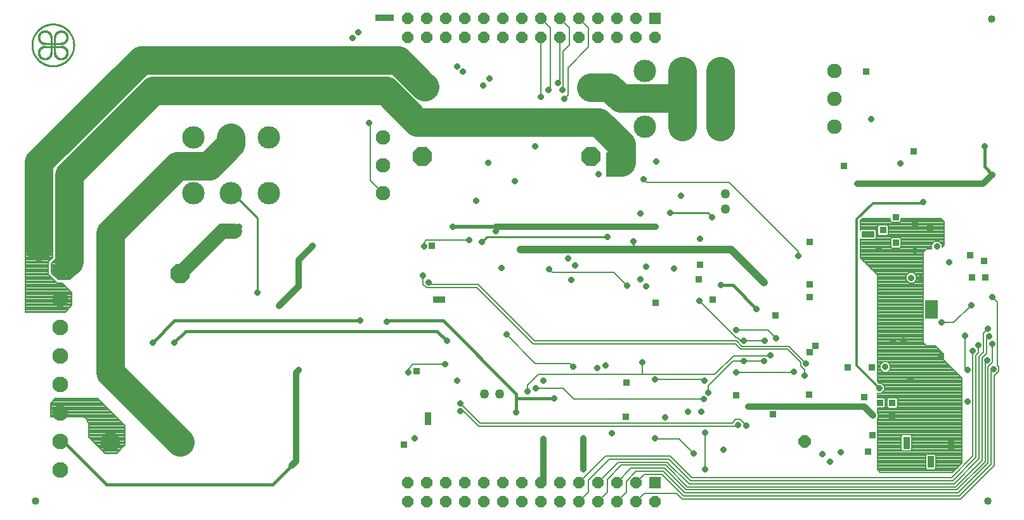
<source format=gbl>
G75*
%MOIN*%
%OFA0B0*%
%FSLAX25Y25*%
%IPPOS*%
%LPD*%
%AMOC8*
5,1,8,0,0,1.08239X$1,22.5*
%
%ADD10C,0.01000*%
%ADD11C,0.00100*%
%ADD12R,0.05906X0.05906*%
%ADD13OC8,0.05906*%
%ADD14C,0.08268*%
%ADD15C,0.04000*%
%ADD16OC8,0.06496*%
%ADD17OC8,0.10000*%
%ADD18C,0.11811*%
%ADD19C,0.07677*%
%ADD20C,0.05000*%
%ADD21R,0.03175X0.03175*%
%ADD22OC8,0.03175*%
%ADD23C,0.03200*%
%ADD24C,0.01600*%
%ADD25C,0.00800*%
%ADD26C,0.02000*%
%ADD27C,0.15000*%
%ADD28C,0.08000*%
%ADD29C,0.04000*%
%ADD30C,0.01200*%
D10*
X0136349Y0138431D02*
X0136349Y0177696D01*
X0123428Y0190617D01*
X0122578Y0190617D01*
X0254449Y0165081D02*
X0257099Y0167731D01*
X0320449Y0167731D01*
X0334149Y0165431D02*
X0334149Y0161181D01*
X0335549Y0161031D01*
X0353299Y0180281D02*
X0373549Y0180281D01*
X0375599Y0178231D01*
X0033100Y0267905D02*
X0024832Y0267905D01*
X0024832Y0269480D02*
X0033100Y0269480D01*
X0017966Y0268693D02*
X0017969Y0268963D01*
X0017979Y0269233D01*
X0017996Y0269502D01*
X0018019Y0269771D01*
X0018049Y0270040D01*
X0018085Y0270307D01*
X0018128Y0270574D01*
X0018177Y0270839D01*
X0018233Y0271103D01*
X0018296Y0271366D01*
X0018364Y0271627D01*
X0018440Y0271886D01*
X0018521Y0272143D01*
X0018609Y0272399D01*
X0018703Y0272652D01*
X0018803Y0272903D01*
X0018910Y0273151D01*
X0019022Y0273396D01*
X0019141Y0273639D01*
X0019265Y0273878D01*
X0019395Y0274115D01*
X0019531Y0274348D01*
X0019673Y0274578D01*
X0019820Y0274804D01*
X0019973Y0275027D01*
X0020131Y0275246D01*
X0020294Y0275461D01*
X0020463Y0275671D01*
X0020637Y0275878D01*
X0020816Y0276080D01*
X0020999Y0276278D01*
X0021188Y0276471D01*
X0021381Y0276660D01*
X0021579Y0276843D01*
X0021781Y0277022D01*
X0021988Y0277196D01*
X0022198Y0277365D01*
X0022413Y0277528D01*
X0022632Y0277686D01*
X0022855Y0277839D01*
X0023081Y0277986D01*
X0023311Y0278128D01*
X0023544Y0278264D01*
X0023781Y0278394D01*
X0024020Y0278518D01*
X0024263Y0278637D01*
X0024508Y0278749D01*
X0024756Y0278856D01*
X0025007Y0278956D01*
X0025260Y0279050D01*
X0025516Y0279138D01*
X0025773Y0279219D01*
X0026032Y0279295D01*
X0026293Y0279363D01*
X0026556Y0279426D01*
X0026820Y0279482D01*
X0027085Y0279531D01*
X0027352Y0279574D01*
X0027619Y0279610D01*
X0027888Y0279640D01*
X0028157Y0279663D01*
X0028426Y0279680D01*
X0028696Y0279690D01*
X0028966Y0279693D01*
X0029236Y0279690D01*
X0029506Y0279680D01*
X0029775Y0279663D01*
X0030044Y0279640D01*
X0030313Y0279610D01*
X0030580Y0279574D01*
X0030847Y0279531D01*
X0031112Y0279482D01*
X0031376Y0279426D01*
X0031639Y0279363D01*
X0031900Y0279295D01*
X0032159Y0279219D01*
X0032416Y0279138D01*
X0032672Y0279050D01*
X0032925Y0278956D01*
X0033176Y0278856D01*
X0033424Y0278749D01*
X0033669Y0278637D01*
X0033912Y0278518D01*
X0034151Y0278394D01*
X0034388Y0278264D01*
X0034621Y0278128D01*
X0034851Y0277986D01*
X0035077Y0277839D01*
X0035300Y0277686D01*
X0035519Y0277528D01*
X0035734Y0277365D01*
X0035944Y0277196D01*
X0036151Y0277022D01*
X0036353Y0276843D01*
X0036551Y0276660D01*
X0036744Y0276471D01*
X0036933Y0276278D01*
X0037116Y0276080D01*
X0037295Y0275878D01*
X0037469Y0275671D01*
X0037638Y0275461D01*
X0037801Y0275246D01*
X0037959Y0275027D01*
X0038112Y0274804D01*
X0038259Y0274578D01*
X0038401Y0274348D01*
X0038537Y0274115D01*
X0038667Y0273878D01*
X0038791Y0273639D01*
X0038910Y0273396D01*
X0039022Y0273151D01*
X0039129Y0272903D01*
X0039229Y0272652D01*
X0039323Y0272399D01*
X0039411Y0272143D01*
X0039492Y0271886D01*
X0039568Y0271627D01*
X0039636Y0271366D01*
X0039699Y0271103D01*
X0039755Y0270839D01*
X0039804Y0270574D01*
X0039847Y0270307D01*
X0039883Y0270040D01*
X0039913Y0269771D01*
X0039936Y0269502D01*
X0039953Y0269233D01*
X0039963Y0268963D01*
X0039966Y0268693D01*
X0039963Y0268423D01*
X0039953Y0268153D01*
X0039936Y0267884D01*
X0039913Y0267615D01*
X0039883Y0267346D01*
X0039847Y0267079D01*
X0039804Y0266812D01*
X0039755Y0266547D01*
X0039699Y0266283D01*
X0039636Y0266020D01*
X0039568Y0265759D01*
X0039492Y0265500D01*
X0039411Y0265243D01*
X0039323Y0264987D01*
X0039229Y0264734D01*
X0039129Y0264483D01*
X0039022Y0264235D01*
X0038910Y0263990D01*
X0038791Y0263747D01*
X0038667Y0263508D01*
X0038537Y0263271D01*
X0038401Y0263038D01*
X0038259Y0262808D01*
X0038112Y0262582D01*
X0037959Y0262359D01*
X0037801Y0262140D01*
X0037638Y0261925D01*
X0037469Y0261715D01*
X0037295Y0261508D01*
X0037116Y0261306D01*
X0036933Y0261108D01*
X0036744Y0260915D01*
X0036551Y0260726D01*
X0036353Y0260543D01*
X0036151Y0260364D01*
X0035944Y0260190D01*
X0035734Y0260021D01*
X0035519Y0259858D01*
X0035300Y0259700D01*
X0035077Y0259547D01*
X0034851Y0259400D01*
X0034621Y0259258D01*
X0034388Y0259122D01*
X0034151Y0258992D01*
X0033912Y0258868D01*
X0033669Y0258749D01*
X0033424Y0258637D01*
X0033176Y0258530D01*
X0032925Y0258430D01*
X0032672Y0258336D01*
X0032416Y0258248D01*
X0032159Y0258167D01*
X0031900Y0258091D01*
X0031639Y0258023D01*
X0031376Y0257960D01*
X0031112Y0257904D01*
X0030847Y0257855D01*
X0030580Y0257812D01*
X0030313Y0257776D01*
X0030044Y0257746D01*
X0029775Y0257723D01*
X0029506Y0257706D01*
X0029236Y0257696D01*
X0028966Y0257693D01*
X0028696Y0257696D01*
X0028426Y0257706D01*
X0028157Y0257723D01*
X0027888Y0257746D01*
X0027619Y0257776D01*
X0027352Y0257812D01*
X0027085Y0257855D01*
X0026820Y0257904D01*
X0026556Y0257960D01*
X0026293Y0258023D01*
X0026032Y0258091D01*
X0025773Y0258167D01*
X0025516Y0258248D01*
X0025260Y0258336D01*
X0025007Y0258430D01*
X0024756Y0258530D01*
X0024508Y0258637D01*
X0024263Y0258749D01*
X0024020Y0258868D01*
X0023781Y0258992D01*
X0023544Y0259122D01*
X0023311Y0259258D01*
X0023081Y0259400D01*
X0022855Y0259547D01*
X0022632Y0259700D01*
X0022413Y0259858D01*
X0022198Y0260021D01*
X0021988Y0260190D01*
X0021781Y0260364D01*
X0021579Y0260543D01*
X0021381Y0260726D01*
X0021188Y0260915D01*
X0020999Y0261108D01*
X0020816Y0261306D01*
X0020637Y0261508D01*
X0020463Y0261715D01*
X0020294Y0261925D01*
X0020131Y0262140D01*
X0019973Y0262359D01*
X0019820Y0262582D01*
X0019673Y0262808D01*
X0019531Y0263038D01*
X0019395Y0263271D01*
X0019265Y0263508D01*
X0019141Y0263747D01*
X0019022Y0263990D01*
X0018910Y0264235D01*
X0018803Y0264483D01*
X0018703Y0264734D01*
X0018609Y0264987D01*
X0018521Y0265243D01*
X0018440Y0265500D01*
X0018364Y0265759D01*
X0018296Y0266020D01*
X0018233Y0266283D01*
X0018177Y0266547D01*
X0018128Y0266812D01*
X0018085Y0267079D01*
X0018049Y0267346D01*
X0018019Y0267615D01*
X0017996Y0267884D01*
X0017979Y0268153D01*
X0017969Y0268423D01*
X0017966Y0268693D01*
X0027981Y0264756D02*
X0027981Y0272630D01*
X0029950Y0272630D02*
X0029950Y0264756D01*
D11*
X0029499Y0264719D02*
X0030399Y0264691D01*
X0030398Y0264692D02*
X0030399Y0264587D01*
X0030404Y0264481D01*
X0030412Y0264376D01*
X0030425Y0264272D01*
X0030441Y0264168D01*
X0030461Y0264065D01*
X0030486Y0263962D01*
X0030514Y0263861D01*
X0030545Y0263760D01*
X0030581Y0263661D01*
X0030620Y0263564D01*
X0030663Y0263468D01*
X0030710Y0263373D01*
X0030760Y0263281D01*
X0030813Y0263190D01*
X0030870Y0263101D01*
X0030930Y0263015D01*
X0030993Y0262931D01*
X0031060Y0262849D01*
X0031129Y0262770D01*
X0031202Y0262694D01*
X0031277Y0262620D01*
X0031355Y0262549D01*
X0031435Y0262481D01*
X0031518Y0262417D01*
X0031604Y0262355D01*
X0031692Y0262297D01*
X0031781Y0262242D01*
X0031873Y0262190D01*
X0031967Y0262142D01*
X0032062Y0262098D01*
X0032159Y0262057D01*
X0032258Y0262020D01*
X0032357Y0261986D01*
X0032458Y0261956D01*
X0032560Y0261931D01*
X0032663Y0261909D01*
X0032767Y0261890D01*
X0032871Y0261876D01*
X0032976Y0261866D01*
X0033081Y0261859D01*
X0033186Y0261857D01*
X0033292Y0261859D01*
X0033397Y0261864D01*
X0033502Y0261874D01*
X0033606Y0261887D01*
X0033710Y0261904D01*
X0033813Y0261925D01*
X0033915Y0261950D01*
X0034016Y0261979D01*
X0034117Y0262012D01*
X0034215Y0262048D01*
X0034313Y0262088D01*
X0034408Y0262132D01*
X0034502Y0262179D01*
X0034595Y0262230D01*
X0034685Y0262284D01*
X0034773Y0262342D01*
X0034859Y0262403D01*
X0034942Y0262467D01*
X0035024Y0262534D01*
X0035102Y0262604D01*
X0035178Y0262677D01*
X0035251Y0262753D01*
X0035321Y0262831D01*
X0035388Y0262913D01*
X0035452Y0262996D01*
X0035513Y0263082D01*
X0035571Y0263170D01*
X0035625Y0263260D01*
X0035676Y0263353D01*
X0035723Y0263447D01*
X0035767Y0263542D01*
X0035807Y0263640D01*
X0035843Y0263738D01*
X0035876Y0263839D01*
X0035905Y0263940D01*
X0035930Y0264042D01*
X0035951Y0264145D01*
X0035968Y0264249D01*
X0035981Y0264353D01*
X0035991Y0264458D01*
X0035996Y0264563D01*
X0035998Y0264669D01*
X0035996Y0264774D01*
X0035989Y0264879D01*
X0035979Y0264984D01*
X0035965Y0265088D01*
X0035946Y0265192D01*
X0035924Y0265295D01*
X0035899Y0265397D01*
X0035869Y0265498D01*
X0035835Y0265597D01*
X0035798Y0265696D01*
X0035757Y0265793D01*
X0035713Y0265888D01*
X0035665Y0265982D01*
X0035613Y0266074D01*
X0035558Y0266163D01*
X0035500Y0266251D01*
X0035438Y0266337D01*
X0035374Y0266420D01*
X0035306Y0266500D01*
X0035235Y0266578D01*
X0035161Y0266653D01*
X0035085Y0266726D01*
X0035006Y0266795D01*
X0034924Y0266862D01*
X0034840Y0266925D01*
X0034754Y0266985D01*
X0034665Y0267042D01*
X0034574Y0267095D01*
X0034482Y0267145D01*
X0034387Y0267192D01*
X0034291Y0267235D01*
X0034194Y0267274D01*
X0034095Y0267310D01*
X0033994Y0267341D01*
X0033893Y0267369D01*
X0033790Y0267394D01*
X0033687Y0267414D01*
X0033583Y0267430D01*
X0033479Y0267443D01*
X0033374Y0267451D01*
X0033268Y0267456D01*
X0033163Y0267457D01*
X0033136Y0268356D01*
X0033256Y0268357D01*
X0033376Y0268353D01*
X0033496Y0268345D01*
X0033616Y0268333D01*
X0033735Y0268318D01*
X0033854Y0268298D01*
X0033972Y0268275D01*
X0034089Y0268248D01*
X0034206Y0268217D01*
X0034321Y0268183D01*
X0034435Y0268144D01*
X0034547Y0268102D01*
X0034659Y0268057D01*
X0034768Y0268007D01*
X0034876Y0267954D01*
X0034983Y0267898D01*
X0035087Y0267838D01*
X0035189Y0267775D01*
X0035290Y0267709D01*
X0035388Y0267639D01*
X0035484Y0267567D01*
X0035577Y0267491D01*
X0035668Y0267412D01*
X0035756Y0267330D01*
X0035842Y0267246D01*
X0035924Y0267158D01*
X0036004Y0267069D01*
X0036081Y0266976D01*
X0036155Y0266881D01*
X0036226Y0266784D01*
X0036293Y0266684D01*
X0036357Y0266583D01*
X0036418Y0266479D01*
X0036476Y0266373D01*
X0036530Y0266266D01*
X0036580Y0266157D01*
X0036627Y0266046D01*
X0036671Y0265934D01*
X0036710Y0265820D01*
X0036746Y0265705D01*
X0036779Y0265590D01*
X0036807Y0265473D01*
X0036832Y0265355D01*
X0036852Y0265237D01*
X0036869Y0265117D01*
X0036882Y0264998D01*
X0036891Y0264878D01*
X0036897Y0264758D01*
X0036898Y0264638D01*
X0036895Y0264517D01*
X0036889Y0264397D01*
X0036878Y0264277D01*
X0036864Y0264158D01*
X0036846Y0264039D01*
X0036824Y0263921D01*
X0036798Y0263803D01*
X0036769Y0263687D01*
X0036735Y0263571D01*
X0036698Y0263457D01*
X0036657Y0263344D01*
X0036613Y0263232D01*
X0036565Y0263122D01*
X0036513Y0263013D01*
X0036458Y0262906D01*
X0036399Y0262801D01*
X0036337Y0262698D01*
X0036272Y0262597D01*
X0036203Y0262499D01*
X0036131Y0262402D01*
X0036057Y0262308D01*
X0035979Y0262216D01*
X0035898Y0262127D01*
X0035814Y0262041D01*
X0035728Y0261957D01*
X0035639Y0261876D01*
X0035547Y0261798D01*
X0035453Y0261724D01*
X0035356Y0261652D01*
X0035258Y0261583D01*
X0035157Y0261518D01*
X0035054Y0261456D01*
X0034949Y0261397D01*
X0034842Y0261342D01*
X0034733Y0261290D01*
X0034623Y0261242D01*
X0034511Y0261198D01*
X0034398Y0261157D01*
X0034284Y0261120D01*
X0034168Y0261086D01*
X0034052Y0261057D01*
X0033934Y0261031D01*
X0033816Y0261009D01*
X0033697Y0260991D01*
X0033578Y0260977D01*
X0033458Y0260966D01*
X0033338Y0260960D01*
X0033217Y0260957D01*
X0033097Y0260958D01*
X0032977Y0260964D01*
X0032857Y0260973D01*
X0032738Y0260986D01*
X0032618Y0261003D01*
X0032500Y0261023D01*
X0032382Y0261048D01*
X0032265Y0261076D01*
X0032150Y0261109D01*
X0032035Y0261145D01*
X0031921Y0261184D01*
X0031809Y0261228D01*
X0031698Y0261275D01*
X0031589Y0261325D01*
X0031482Y0261379D01*
X0031376Y0261437D01*
X0031272Y0261498D01*
X0031171Y0261562D01*
X0031071Y0261629D01*
X0030974Y0261700D01*
X0030879Y0261774D01*
X0030786Y0261851D01*
X0030697Y0261931D01*
X0030609Y0262013D01*
X0030525Y0262099D01*
X0030443Y0262187D01*
X0030364Y0262278D01*
X0030288Y0262371D01*
X0030216Y0262467D01*
X0030146Y0262565D01*
X0030080Y0262666D01*
X0030017Y0262768D01*
X0029957Y0262872D01*
X0029901Y0262979D01*
X0029848Y0263087D01*
X0029798Y0263196D01*
X0029753Y0263308D01*
X0029711Y0263420D01*
X0029672Y0263534D01*
X0029638Y0263649D01*
X0029607Y0263766D01*
X0029580Y0263883D01*
X0029557Y0264001D01*
X0029537Y0264120D01*
X0029522Y0264239D01*
X0029510Y0264359D01*
X0029502Y0264479D01*
X0029498Y0264599D01*
X0029499Y0264719D01*
X0029592Y0264716D01*
X0029593Y0264597D01*
X0029596Y0264477D01*
X0029604Y0264358D01*
X0029616Y0264239D01*
X0029632Y0264120D01*
X0029652Y0264002D01*
X0029676Y0263885D01*
X0029703Y0263768D01*
X0029735Y0263653D01*
X0029770Y0263538D01*
X0029809Y0263425D01*
X0029852Y0263314D01*
X0029898Y0263203D01*
X0029948Y0263095D01*
X0030002Y0262988D01*
X0030059Y0262882D01*
X0030119Y0262779D01*
X0030183Y0262678D01*
X0030251Y0262579D01*
X0030321Y0262483D01*
X0030395Y0262388D01*
X0030472Y0262297D01*
X0030552Y0262207D01*
X0030634Y0262121D01*
X0030720Y0262037D01*
X0030808Y0261957D01*
X0030899Y0261879D01*
X0030993Y0261804D01*
X0031088Y0261732D01*
X0031187Y0261664D01*
X0031287Y0261599D01*
X0031390Y0261537D01*
X0031494Y0261479D01*
X0031600Y0261424D01*
X0031709Y0261373D01*
X0031818Y0261325D01*
X0031930Y0261281D01*
X0032042Y0261241D01*
X0032156Y0261205D01*
X0032271Y0261172D01*
X0032388Y0261143D01*
X0032505Y0261118D01*
X0032622Y0261097D01*
X0032741Y0261080D01*
X0032860Y0261067D01*
X0032979Y0261058D01*
X0033098Y0261052D01*
X0033218Y0261051D01*
X0033338Y0261054D01*
X0033457Y0261060D01*
X0033576Y0261071D01*
X0033695Y0261085D01*
X0033813Y0261104D01*
X0033931Y0261126D01*
X0034048Y0261153D01*
X0034163Y0261183D01*
X0034278Y0261217D01*
X0034392Y0261254D01*
X0034504Y0261296D01*
X0034615Y0261341D01*
X0034724Y0261390D01*
X0034832Y0261442D01*
X0034937Y0261498D01*
X0035041Y0261558D01*
X0035143Y0261621D01*
X0035243Y0261687D01*
X0035340Y0261756D01*
X0035435Y0261829D01*
X0035528Y0261905D01*
X0035618Y0261983D01*
X0035705Y0262065D01*
X0035790Y0262150D01*
X0035872Y0262237D01*
X0035950Y0262327D01*
X0036026Y0262420D01*
X0036099Y0262515D01*
X0036168Y0262612D01*
X0036234Y0262712D01*
X0036297Y0262814D01*
X0036357Y0262918D01*
X0036413Y0263023D01*
X0036465Y0263131D01*
X0036514Y0263240D01*
X0036559Y0263351D01*
X0036601Y0263463D01*
X0036638Y0263577D01*
X0036672Y0263692D01*
X0036702Y0263807D01*
X0036729Y0263924D01*
X0036751Y0264042D01*
X0036770Y0264160D01*
X0036784Y0264279D01*
X0036795Y0264398D01*
X0036801Y0264517D01*
X0036804Y0264637D01*
X0036803Y0264757D01*
X0036797Y0264876D01*
X0036788Y0264995D01*
X0036775Y0265114D01*
X0036758Y0265233D01*
X0036737Y0265350D01*
X0036712Y0265467D01*
X0036683Y0265584D01*
X0036650Y0265699D01*
X0036614Y0265813D01*
X0036574Y0265925D01*
X0036530Y0266037D01*
X0036482Y0266146D01*
X0036431Y0266255D01*
X0036376Y0266361D01*
X0036318Y0266465D01*
X0036256Y0266568D01*
X0036191Y0266668D01*
X0036123Y0266767D01*
X0036051Y0266862D01*
X0035976Y0266956D01*
X0035898Y0267047D01*
X0035818Y0267135D01*
X0035734Y0267221D01*
X0035648Y0267303D01*
X0035558Y0267383D01*
X0035467Y0267460D01*
X0035372Y0267534D01*
X0035276Y0267604D01*
X0035177Y0267672D01*
X0035076Y0267736D01*
X0034973Y0267796D01*
X0034867Y0267853D01*
X0034760Y0267907D01*
X0034652Y0267957D01*
X0034541Y0268003D01*
X0034430Y0268046D01*
X0034317Y0268085D01*
X0034202Y0268120D01*
X0034087Y0268152D01*
X0033970Y0268179D01*
X0033853Y0268203D01*
X0033735Y0268223D01*
X0033616Y0268239D01*
X0033497Y0268251D01*
X0033378Y0268259D01*
X0033258Y0268262D01*
X0033139Y0268263D01*
X0033142Y0268169D01*
X0033259Y0268168D01*
X0033376Y0268164D01*
X0033493Y0268157D01*
X0033610Y0268145D01*
X0033726Y0268129D01*
X0033842Y0268109D01*
X0033957Y0268086D01*
X0034071Y0268059D01*
X0034184Y0268028D01*
X0034296Y0267993D01*
X0034407Y0267954D01*
X0034517Y0267912D01*
X0034625Y0267866D01*
X0034731Y0267817D01*
X0034836Y0267764D01*
X0034939Y0267707D01*
X0035040Y0267647D01*
X0035138Y0267584D01*
X0035235Y0267518D01*
X0035330Y0267448D01*
X0035422Y0267375D01*
X0035511Y0267300D01*
X0035598Y0267221D01*
X0035682Y0267139D01*
X0035764Y0267055D01*
X0035843Y0266968D01*
X0035918Y0266878D01*
X0035991Y0266786D01*
X0036061Y0266692D01*
X0036127Y0266595D01*
X0036190Y0266496D01*
X0036250Y0266395D01*
X0036306Y0266292D01*
X0036359Y0266187D01*
X0036408Y0266081D01*
X0036454Y0265973D01*
X0036496Y0265863D01*
X0036535Y0265752D01*
X0036570Y0265640D01*
X0036600Y0265527D01*
X0036628Y0265413D01*
X0036651Y0265298D01*
X0036670Y0265182D01*
X0036686Y0265066D01*
X0036698Y0264949D01*
X0036706Y0264832D01*
X0036710Y0264715D01*
X0036709Y0264598D01*
X0036706Y0264480D01*
X0036698Y0264363D01*
X0036686Y0264246D01*
X0036670Y0264130D01*
X0036651Y0264014D01*
X0036627Y0263900D01*
X0036600Y0263785D01*
X0036569Y0263672D01*
X0036534Y0263560D01*
X0036496Y0263449D01*
X0036454Y0263340D01*
X0036408Y0263232D01*
X0036358Y0263125D01*
X0036305Y0263021D01*
X0036249Y0262918D01*
X0036189Y0262817D01*
X0036126Y0262718D01*
X0036060Y0262621D01*
X0035990Y0262527D01*
X0035917Y0262435D01*
X0035842Y0262345D01*
X0035763Y0262258D01*
X0035681Y0262174D01*
X0035597Y0262092D01*
X0035510Y0262013D01*
X0035420Y0261938D01*
X0035328Y0261865D01*
X0035234Y0261795D01*
X0035137Y0261729D01*
X0035038Y0261666D01*
X0034937Y0261606D01*
X0034834Y0261550D01*
X0034730Y0261497D01*
X0034623Y0261447D01*
X0034515Y0261401D01*
X0034406Y0261359D01*
X0034295Y0261321D01*
X0034183Y0261286D01*
X0034070Y0261255D01*
X0033955Y0261228D01*
X0033841Y0261204D01*
X0033725Y0261185D01*
X0033609Y0261169D01*
X0033492Y0261157D01*
X0033375Y0261149D01*
X0033257Y0261146D01*
X0033140Y0261145D01*
X0033023Y0261149D01*
X0032906Y0261157D01*
X0032789Y0261169D01*
X0032673Y0261185D01*
X0032557Y0261204D01*
X0032442Y0261227D01*
X0032328Y0261255D01*
X0032215Y0261285D01*
X0032103Y0261320D01*
X0031992Y0261359D01*
X0031882Y0261401D01*
X0031774Y0261447D01*
X0031668Y0261496D01*
X0031563Y0261549D01*
X0031460Y0261605D01*
X0031359Y0261665D01*
X0031260Y0261728D01*
X0031163Y0261794D01*
X0031069Y0261864D01*
X0030977Y0261937D01*
X0030887Y0262012D01*
X0030800Y0262091D01*
X0030716Y0262173D01*
X0030634Y0262257D01*
X0030555Y0262344D01*
X0030480Y0262433D01*
X0030407Y0262525D01*
X0030337Y0262620D01*
X0030271Y0262717D01*
X0030208Y0262815D01*
X0030148Y0262916D01*
X0030091Y0263019D01*
X0030038Y0263124D01*
X0029989Y0263230D01*
X0029943Y0263338D01*
X0029901Y0263448D01*
X0029862Y0263559D01*
X0029827Y0263671D01*
X0029796Y0263784D01*
X0029769Y0263898D01*
X0029746Y0264013D01*
X0029726Y0264129D01*
X0029710Y0264245D01*
X0029698Y0264362D01*
X0029691Y0264479D01*
X0029687Y0264596D01*
X0029686Y0264713D01*
X0029780Y0264711D01*
X0029781Y0264594D01*
X0029785Y0264477D01*
X0029793Y0264361D01*
X0029805Y0264245D01*
X0029821Y0264129D01*
X0029841Y0264014D01*
X0029865Y0263900D01*
X0029893Y0263787D01*
X0029924Y0263675D01*
X0029960Y0263564D01*
X0029999Y0263454D01*
X0030042Y0263345D01*
X0030088Y0263238D01*
X0030139Y0263133D01*
X0030192Y0263030D01*
X0030250Y0262928D01*
X0030310Y0262828D01*
X0030374Y0262731D01*
X0030442Y0262636D01*
X0030512Y0262543D01*
X0030586Y0262452D01*
X0030663Y0262365D01*
X0030742Y0262279D01*
X0030825Y0262197D01*
X0030910Y0262117D01*
X0030998Y0262041D01*
X0031089Y0261967D01*
X0031182Y0261897D01*
X0031277Y0261830D01*
X0031375Y0261766D01*
X0031474Y0261705D01*
X0031576Y0261648D01*
X0031680Y0261595D01*
X0031785Y0261545D01*
X0031892Y0261498D01*
X0032001Y0261456D01*
X0032111Y0261417D01*
X0032222Y0261381D01*
X0032334Y0261350D01*
X0032448Y0261322D01*
X0032562Y0261299D01*
X0032677Y0261279D01*
X0032792Y0261263D01*
X0032908Y0261251D01*
X0033025Y0261243D01*
X0033141Y0261239D01*
X0033258Y0261240D01*
X0033374Y0261244D01*
X0033491Y0261252D01*
X0033607Y0261264D01*
X0033722Y0261279D01*
X0033837Y0261299D01*
X0033952Y0261323D01*
X0034065Y0261351D01*
X0034177Y0261382D01*
X0034288Y0261418D01*
X0034398Y0261457D01*
X0034507Y0261499D01*
X0034614Y0261546D01*
X0034719Y0261596D01*
X0034823Y0261650D01*
X0034924Y0261707D01*
X0035024Y0261768D01*
X0035121Y0261832D01*
X0035217Y0261899D01*
X0035310Y0261969D01*
X0035400Y0262043D01*
X0035488Y0262120D01*
X0035573Y0262199D01*
X0035656Y0262282D01*
X0035735Y0262367D01*
X0035812Y0262455D01*
X0035886Y0262545D01*
X0035956Y0262638D01*
X0036023Y0262734D01*
X0036087Y0262831D01*
X0036148Y0262931D01*
X0036205Y0263032D01*
X0036259Y0263136D01*
X0036309Y0263241D01*
X0036356Y0263348D01*
X0036398Y0263457D01*
X0036437Y0263567D01*
X0036473Y0263678D01*
X0036504Y0263790D01*
X0036532Y0263903D01*
X0036556Y0264018D01*
X0036576Y0264133D01*
X0036591Y0264248D01*
X0036603Y0264364D01*
X0036611Y0264481D01*
X0036615Y0264597D01*
X0036616Y0264714D01*
X0036612Y0264830D01*
X0036604Y0264947D01*
X0036592Y0265063D01*
X0036576Y0265178D01*
X0036556Y0265293D01*
X0036533Y0265407D01*
X0036505Y0265521D01*
X0036474Y0265633D01*
X0036438Y0265744D01*
X0036399Y0265854D01*
X0036357Y0265963D01*
X0036310Y0266070D01*
X0036260Y0266175D01*
X0036207Y0266279D01*
X0036150Y0266381D01*
X0036089Y0266480D01*
X0036025Y0266578D01*
X0035958Y0266673D01*
X0035888Y0266766D01*
X0035814Y0266857D01*
X0035738Y0266945D01*
X0035658Y0267030D01*
X0035576Y0267113D01*
X0035490Y0267192D01*
X0035403Y0267269D01*
X0035312Y0267343D01*
X0035219Y0267413D01*
X0035124Y0267481D01*
X0035027Y0267545D01*
X0034927Y0267605D01*
X0034825Y0267663D01*
X0034722Y0267716D01*
X0034617Y0267767D01*
X0034510Y0267813D01*
X0034401Y0267856D01*
X0034291Y0267895D01*
X0034180Y0267931D01*
X0034068Y0267962D01*
X0033955Y0267990D01*
X0033841Y0268014D01*
X0033726Y0268034D01*
X0033610Y0268050D01*
X0033494Y0268062D01*
X0033378Y0268070D01*
X0033261Y0268074D01*
X0033144Y0268075D01*
X0033147Y0267981D01*
X0033262Y0267980D01*
X0033376Y0267976D01*
X0033490Y0267968D01*
X0033603Y0267956D01*
X0033716Y0267940D01*
X0033829Y0267921D01*
X0033941Y0267897D01*
X0034052Y0267870D01*
X0034161Y0267838D01*
X0034270Y0267803D01*
X0034378Y0267765D01*
X0034484Y0267722D01*
X0034588Y0267676D01*
X0034691Y0267627D01*
X0034792Y0267574D01*
X0034892Y0267517D01*
X0034989Y0267457D01*
X0035084Y0267394D01*
X0035177Y0267328D01*
X0035268Y0267258D01*
X0035356Y0267185D01*
X0035441Y0267110D01*
X0035524Y0267031D01*
X0035605Y0266950D01*
X0035682Y0266866D01*
X0035756Y0266779D01*
X0035828Y0266690D01*
X0035896Y0266598D01*
X0035961Y0266505D01*
X0036023Y0266409D01*
X0036082Y0266310D01*
X0036137Y0266210D01*
X0036188Y0266108D01*
X0036236Y0266005D01*
X0036281Y0265900D01*
X0036322Y0265793D01*
X0036359Y0265685D01*
X0036393Y0265576D01*
X0036422Y0265465D01*
X0036448Y0265354D01*
X0036470Y0265242D01*
X0036488Y0265129D01*
X0036503Y0265016D01*
X0036513Y0264902D01*
X0036519Y0264788D01*
X0036522Y0264674D01*
X0036521Y0264560D01*
X0036515Y0264446D01*
X0036506Y0264332D01*
X0036493Y0264218D01*
X0036476Y0264105D01*
X0036455Y0263993D01*
X0036430Y0263881D01*
X0036402Y0263771D01*
X0036369Y0263661D01*
X0036333Y0263553D01*
X0036293Y0263446D01*
X0036250Y0263340D01*
X0036203Y0263236D01*
X0036152Y0263134D01*
X0036098Y0263033D01*
X0036041Y0262934D01*
X0035980Y0262838D01*
X0035916Y0262743D01*
X0035848Y0262651D01*
X0035778Y0262561D01*
X0035704Y0262474D01*
X0035628Y0262389D01*
X0035548Y0262307D01*
X0035466Y0262227D01*
X0035381Y0262151D01*
X0035294Y0262077D01*
X0035204Y0262007D01*
X0035112Y0261939D01*
X0035017Y0261875D01*
X0034921Y0261814D01*
X0034822Y0261757D01*
X0034721Y0261703D01*
X0034619Y0261652D01*
X0034515Y0261605D01*
X0034409Y0261562D01*
X0034302Y0261522D01*
X0034194Y0261486D01*
X0034084Y0261453D01*
X0033974Y0261425D01*
X0033862Y0261400D01*
X0033750Y0261379D01*
X0033637Y0261362D01*
X0033523Y0261349D01*
X0033409Y0261340D01*
X0033295Y0261334D01*
X0033181Y0261333D01*
X0033067Y0261336D01*
X0032953Y0261342D01*
X0032839Y0261352D01*
X0032726Y0261367D01*
X0032613Y0261385D01*
X0032501Y0261407D01*
X0032390Y0261433D01*
X0032279Y0261462D01*
X0032170Y0261496D01*
X0032062Y0261533D01*
X0031955Y0261574D01*
X0031850Y0261619D01*
X0031747Y0261667D01*
X0031645Y0261718D01*
X0031545Y0261773D01*
X0031446Y0261832D01*
X0031350Y0261894D01*
X0031257Y0261959D01*
X0031165Y0262027D01*
X0031076Y0262099D01*
X0030989Y0262173D01*
X0030905Y0262250D01*
X0030824Y0262331D01*
X0030745Y0262414D01*
X0030670Y0262499D01*
X0030597Y0262587D01*
X0030527Y0262678D01*
X0030461Y0262771D01*
X0030398Y0262866D01*
X0030338Y0262963D01*
X0030281Y0263063D01*
X0030228Y0263164D01*
X0030179Y0263267D01*
X0030133Y0263371D01*
X0030090Y0263477D01*
X0030052Y0263585D01*
X0030017Y0263694D01*
X0029985Y0263803D01*
X0029958Y0263914D01*
X0029934Y0264026D01*
X0029915Y0264139D01*
X0029899Y0264252D01*
X0029887Y0264365D01*
X0029879Y0264479D01*
X0029875Y0264593D01*
X0029874Y0264708D01*
X0029968Y0264705D01*
X0029969Y0264592D01*
X0029973Y0264480D01*
X0029981Y0264367D01*
X0029993Y0264255D01*
X0030009Y0264144D01*
X0030029Y0264033D01*
X0030053Y0263923D01*
X0030080Y0263814D01*
X0030111Y0263706D01*
X0030146Y0263599D01*
X0030185Y0263493D01*
X0030228Y0263388D01*
X0030274Y0263286D01*
X0030323Y0263185D01*
X0030376Y0263085D01*
X0030433Y0262988D01*
X0030493Y0262892D01*
X0030556Y0262799D01*
X0030622Y0262708D01*
X0030692Y0262620D01*
X0030764Y0262533D01*
X0030840Y0262450D01*
X0030918Y0262369D01*
X0030999Y0262291D01*
X0031083Y0262216D01*
X0031169Y0262144D01*
X0031258Y0262074D01*
X0031349Y0262008D01*
X0031443Y0261945D01*
X0031539Y0261886D01*
X0031636Y0261830D01*
X0031736Y0261777D01*
X0031837Y0261728D01*
X0031940Y0261682D01*
X0032044Y0261640D01*
X0032150Y0261602D01*
X0032257Y0261567D01*
X0032366Y0261536D01*
X0032475Y0261509D01*
X0032585Y0261486D01*
X0032696Y0261466D01*
X0032808Y0261451D01*
X0032920Y0261439D01*
X0033032Y0261431D01*
X0033145Y0261427D01*
X0033257Y0261428D01*
X0033370Y0261432D01*
X0033482Y0261440D01*
X0033594Y0261451D01*
X0033706Y0261467D01*
X0033816Y0261487D01*
X0033927Y0261510D01*
X0034036Y0261538D01*
X0034144Y0261569D01*
X0034251Y0261604D01*
X0034357Y0261642D01*
X0034461Y0261684D01*
X0034564Y0261730D01*
X0034665Y0261780D01*
X0034765Y0261832D01*
X0034862Y0261889D01*
X0034958Y0261949D01*
X0035051Y0262011D01*
X0035142Y0262078D01*
X0035231Y0262147D01*
X0035317Y0262219D01*
X0035401Y0262295D01*
X0035482Y0262373D01*
X0035560Y0262454D01*
X0035636Y0262538D01*
X0035708Y0262624D01*
X0035777Y0262713D01*
X0035844Y0262804D01*
X0035906Y0262897D01*
X0035966Y0262993D01*
X0036023Y0263090D01*
X0036075Y0263190D01*
X0036125Y0263291D01*
X0036171Y0263394D01*
X0036213Y0263498D01*
X0036251Y0263604D01*
X0036286Y0263711D01*
X0036317Y0263819D01*
X0036345Y0263928D01*
X0036368Y0264039D01*
X0036388Y0264149D01*
X0036404Y0264261D01*
X0036415Y0264373D01*
X0036423Y0264485D01*
X0036427Y0264598D01*
X0036428Y0264710D01*
X0036424Y0264823D01*
X0036416Y0264935D01*
X0036404Y0265047D01*
X0036389Y0265159D01*
X0036369Y0265270D01*
X0036346Y0265380D01*
X0036319Y0265489D01*
X0036288Y0265598D01*
X0036253Y0265705D01*
X0036215Y0265811D01*
X0036173Y0265915D01*
X0036127Y0266018D01*
X0036078Y0266119D01*
X0036025Y0266219D01*
X0035969Y0266316D01*
X0035910Y0266412D01*
X0035847Y0266506D01*
X0035781Y0266597D01*
X0035711Y0266686D01*
X0035639Y0266772D01*
X0035564Y0266856D01*
X0035486Y0266937D01*
X0035405Y0267015D01*
X0035322Y0267091D01*
X0035235Y0267163D01*
X0035147Y0267233D01*
X0035056Y0267299D01*
X0034963Y0267362D01*
X0034867Y0267422D01*
X0034770Y0267479D01*
X0034670Y0267532D01*
X0034569Y0267581D01*
X0034467Y0267627D01*
X0034362Y0267670D01*
X0034256Y0267709D01*
X0034149Y0267744D01*
X0034041Y0267775D01*
X0033932Y0267802D01*
X0033822Y0267826D01*
X0033711Y0267846D01*
X0033600Y0267862D01*
X0033488Y0267874D01*
X0033375Y0267882D01*
X0033263Y0267886D01*
X0033150Y0267887D01*
X0033153Y0267793D01*
X0033265Y0267792D01*
X0033376Y0267788D01*
X0033488Y0267780D01*
X0033599Y0267767D01*
X0033710Y0267751D01*
X0033820Y0267731D01*
X0033929Y0267707D01*
X0034037Y0267679D01*
X0034144Y0267647D01*
X0034250Y0267611D01*
X0034355Y0267572D01*
X0034458Y0267529D01*
X0034559Y0267482D01*
X0034659Y0267432D01*
X0034757Y0267378D01*
X0034853Y0267321D01*
X0034947Y0267260D01*
X0035039Y0267196D01*
X0035128Y0267129D01*
X0035215Y0267058D01*
X0035299Y0266985D01*
X0035381Y0266909D01*
X0035460Y0266829D01*
X0035536Y0266747D01*
X0035609Y0266663D01*
X0035679Y0266576D01*
X0035745Y0266486D01*
X0035809Y0266394D01*
X0035869Y0266300D01*
X0035926Y0266204D01*
X0035980Y0266105D01*
X0036029Y0266005D01*
X0036076Y0265904D01*
X0036118Y0265800D01*
X0036157Y0265695D01*
X0036192Y0265589D01*
X0036224Y0265482D01*
X0036251Y0265374D01*
X0036275Y0265264D01*
X0036294Y0265154D01*
X0036310Y0265044D01*
X0036322Y0264932D01*
X0036330Y0264821D01*
X0036334Y0264709D01*
X0036333Y0264597D01*
X0036329Y0264486D01*
X0036321Y0264374D01*
X0036309Y0264263D01*
X0036293Y0264153D01*
X0036273Y0264043D01*
X0036249Y0263933D01*
X0036222Y0263825D01*
X0036190Y0263718D01*
X0036155Y0263612D01*
X0036116Y0263507D01*
X0036073Y0263404D01*
X0036026Y0263302D01*
X0035976Y0263202D01*
X0035923Y0263104D01*
X0035865Y0263008D01*
X0035805Y0262914D01*
X0035741Y0262822D01*
X0035674Y0262733D01*
X0035604Y0262646D01*
X0035531Y0262561D01*
X0035455Y0262479D01*
X0035376Y0262400D01*
X0035294Y0262324D01*
X0035209Y0262251D01*
X0035122Y0262181D01*
X0035033Y0262114D01*
X0034941Y0262050D01*
X0034847Y0261990D01*
X0034751Y0261932D01*
X0034653Y0261879D01*
X0034553Y0261829D01*
X0034451Y0261782D01*
X0034348Y0261739D01*
X0034243Y0261700D01*
X0034137Y0261665D01*
X0034030Y0261633D01*
X0033922Y0261606D01*
X0033812Y0261582D01*
X0033702Y0261562D01*
X0033592Y0261546D01*
X0033481Y0261534D01*
X0033369Y0261526D01*
X0033258Y0261522D01*
X0033146Y0261521D01*
X0033034Y0261525D01*
X0032923Y0261533D01*
X0032811Y0261545D01*
X0032701Y0261561D01*
X0032591Y0261580D01*
X0032481Y0261604D01*
X0032373Y0261631D01*
X0032266Y0261663D01*
X0032160Y0261698D01*
X0032055Y0261737D01*
X0031951Y0261779D01*
X0031850Y0261826D01*
X0031750Y0261875D01*
X0031651Y0261929D01*
X0031555Y0261986D01*
X0031461Y0262046D01*
X0031369Y0262110D01*
X0031279Y0262176D01*
X0031192Y0262246D01*
X0031108Y0262319D01*
X0031026Y0262395D01*
X0030946Y0262474D01*
X0030870Y0262556D01*
X0030797Y0262640D01*
X0030726Y0262727D01*
X0030659Y0262816D01*
X0030595Y0262908D01*
X0030534Y0263002D01*
X0030477Y0263098D01*
X0030423Y0263196D01*
X0030373Y0263296D01*
X0030326Y0263397D01*
X0030283Y0263500D01*
X0030244Y0263605D01*
X0030208Y0263711D01*
X0030176Y0263818D01*
X0030148Y0263926D01*
X0030124Y0264035D01*
X0030104Y0264145D01*
X0030088Y0264256D01*
X0030075Y0264367D01*
X0030067Y0264479D01*
X0030063Y0264590D01*
X0030062Y0264702D01*
X0030156Y0264699D01*
X0030157Y0264590D01*
X0030161Y0264481D01*
X0030169Y0264372D01*
X0030182Y0264263D01*
X0030198Y0264155D01*
X0030218Y0264048D01*
X0030241Y0263941D01*
X0030269Y0263836D01*
X0030300Y0263731D01*
X0030336Y0263628D01*
X0030374Y0263525D01*
X0030417Y0263425D01*
X0030463Y0263326D01*
X0030512Y0263228D01*
X0030565Y0263133D01*
X0030622Y0263039D01*
X0030682Y0262948D01*
X0030745Y0262859D01*
X0030811Y0262772D01*
X0030880Y0262687D01*
X0030952Y0262605D01*
X0031027Y0262526D01*
X0031105Y0262449D01*
X0031186Y0262376D01*
X0031269Y0262305D01*
X0031355Y0262237D01*
X0031443Y0262173D01*
X0031533Y0262111D01*
X0031625Y0262053D01*
X0031720Y0261998D01*
X0031816Y0261947D01*
X0031915Y0261899D01*
X0032014Y0261855D01*
X0032116Y0261814D01*
X0032219Y0261777D01*
X0032323Y0261744D01*
X0032428Y0261714D01*
X0032534Y0261688D01*
X0032641Y0261666D01*
X0032749Y0261648D01*
X0032857Y0261634D01*
X0032966Y0261624D01*
X0033075Y0261617D01*
X0033184Y0261615D01*
X0033293Y0261616D01*
X0033402Y0261622D01*
X0033511Y0261631D01*
X0033620Y0261644D01*
X0033727Y0261661D01*
X0033835Y0261682D01*
X0033941Y0261707D01*
X0034046Y0261736D01*
X0034151Y0261768D01*
X0034254Y0261804D01*
X0034356Y0261844D01*
X0034456Y0261887D01*
X0034555Y0261934D01*
X0034651Y0261985D01*
X0034746Y0262039D01*
X0034839Y0262096D01*
X0034930Y0262156D01*
X0035019Y0262220D01*
X0035105Y0262287D01*
X0035189Y0262357D01*
X0035270Y0262430D01*
X0035349Y0262506D01*
X0035425Y0262585D01*
X0035498Y0262666D01*
X0035568Y0262750D01*
X0035635Y0262836D01*
X0035699Y0262925D01*
X0035759Y0263016D01*
X0035816Y0263109D01*
X0035870Y0263204D01*
X0035921Y0263300D01*
X0035968Y0263399D01*
X0036011Y0263499D01*
X0036051Y0263601D01*
X0036087Y0263704D01*
X0036119Y0263809D01*
X0036148Y0263914D01*
X0036173Y0264020D01*
X0036194Y0264128D01*
X0036211Y0264235D01*
X0036224Y0264344D01*
X0036233Y0264453D01*
X0036239Y0264562D01*
X0036240Y0264671D01*
X0036238Y0264780D01*
X0036231Y0264889D01*
X0036221Y0264998D01*
X0036207Y0265106D01*
X0036189Y0265214D01*
X0036167Y0265321D01*
X0036141Y0265427D01*
X0036111Y0265532D01*
X0036078Y0265636D01*
X0036041Y0265739D01*
X0036000Y0265841D01*
X0035956Y0265940D01*
X0035908Y0266039D01*
X0035857Y0266135D01*
X0035802Y0266230D01*
X0035744Y0266322D01*
X0035682Y0266412D01*
X0035618Y0266500D01*
X0035550Y0266586D01*
X0035479Y0266669D01*
X0035406Y0266750D01*
X0035329Y0266828D01*
X0035250Y0266903D01*
X0035168Y0266975D01*
X0035083Y0267044D01*
X0034996Y0267110D01*
X0034907Y0267173D01*
X0034816Y0267233D01*
X0034722Y0267290D01*
X0034627Y0267343D01*
X0034529Y0267392D01*
X0034430Y0267438D01*
X0034330Y0267481D01*
X0034227Y0267519D01*
X0034124Y0267555D01*
X0034019Y0267586D01*
X0033914Y0267614D01*
X0033807Y0267637D01*
X0033700Y0267657D01*
X0033592Y0267673D01*
X0033483Y0267686D01*
X0033374Y0267694D01*
X0033265Y0267698D01*
X0033156Y0267699D01*
X0033159Y0267605D01*
X0033267Y0267604D01*
X0033375Y0267600D01*
X0033483Y0267591D01*
X0033591Y0267579D01*
X0033698Y0267562D01*
X0033804Y0267542D01*
X0033910Y0267518D01*
X0034014Y0267490D01*
X0034118Y0267458D01*
X0034220Y0267422D01*
X0034321Y0267383D01*
X0034420Y0267340D01*
X0034518Y0267293D01*
X0034614Y0267243D01*
X0034708Y0267189D01*
X0034800Y0267132D01*
X0034890Y0267071D01*
X0034977Y0267008D01*
X0035062Y0266941D01*
X0035145Y0266871D01*
X0035225Y0266798D01*
X0035302Y0266722D01*
X0035377Y0266643D01*
X0035448Y0266562D01*
X0035517Y0266478D01*
X0035582Y0266391D01*
X0035644Y0266303D01*
X0035703Y0266212D01*
X0035758Y0266119D01*
X0035810Y0266024D01*
X0035859Y0265927D01*
X0035903Y0265828D01*
X0035945Y0265728D01*
X0035982Y0265626D01*
X0036016Y0265524D01*
X0036046Y0265419D01*
X0036072Y0265314D01*
X0036094Y0265208D01*
X0036112Y0265102D01*
X0036127Y0264994D01*
X0036137Y0264886D01*
X0036144Y0264778D01*
X0036146Y0264670D01*
X0036144Y0264562D01*
X0036139Y0264454D01*
X0036130Y0264346D01*
X0036116Y0264238D01*
X0036099Y0264131D01*
X0036078Y0264025D01*
X0036052Y0263920D01*
X0036023Y0263816D01*
X0035991Y0263712D01*
X0035954Y0263610D01*
X0035914Y0263510D01*
X0035870Y0263411D01*
X0035822Y0263314D01*
X0035771Y0263218D01*
X0035716Y0263125D01*
X0035658Y0263033D01*
X0035597Y0262944D01*
X0035533Y0262857D01*
X0035465Y0262772D01*
X0035394Y0262690D01*
X0035320Y0262611D01*
X0035244Y0262535D01*
X0035165Y0262461D01*
X0035083Y0262390D01*
X0034998Y0262322D01*
X0034911Y0262258D01*
X0034822Y0262197D01*
X0034730Y0262139D01*
X0034637Y0262084D01*
X0034541Y0262033D01*
X0034444Y0261985D01*
X0034345Y0261941D01*
X0034245Y0261901D01*
X0034143Y0261864D01*
X0034039Y0261832D01*
X0033935Y0261803D01*
X0033830Y0261777D01*
X0033724Y0261756D01*
X0033617Y0261739D01*
X0033509Y0261725D01*
X0033401Y0261716D01*
X0033293Y0261711D01*
X0033185Y0261709D01*
X0033077Y0261711D01*
X0032969Y0261718D01*
X0032861Y0261728D01*
X0032753Y0261743D01*
X0032647Y0261761D01*
X0032541Y0261783D01*
X0032436Y0261809D01*
X0032331Y0261839D01*
X0032229Y0261873D01*
X0032127Y0261910D01*
X0032027Y0261952D01*
X0031928Y0261996D01*
X0031831Y0262045D01*
X0031736Y0262097D01*
X0031643Y0262152D01*
X0031552Y0262211D01*
X0031464Y0262273D01*
X0031377Y0262338D01*
X0031293Y0262407D01*
X0031212Y0262478D01*
X0031133Y0262553D01*
X0031057Y0262630D01*
X0030984Y0262710D01*
X0030914Y0262793D01*
X0030847Y0262878D01*
X0030784Y0262965D01*
X0030723Y0263055D01*
X0030666Y0263147D01*
X0030612Y0263241D01*
X0030562Y0263337D01*
X0030515Y0263435D01*
X0030472Y0263534D01*
X0030433Y0263635D01*
X0030397Y0263737D01*
X0030365Y0263841D01*
X0030337Y0263945D01*
X0030313Y0264051D01*
X0030293Y0264157D01*
X0030276Y0264264D01*
X0030264Y0264372D01*
X0030255Y0264480D01*
X0030251Y0264588D01*
X0030250Y0264696D01*
X0030344Y0264693D01*
X0030345Y0264587D01*
X0030349Y0264481D01*
X0030358Y0264374D01*
X0030371Y0264269D01*
X0030387Y0264164D01*
X0030407Y0264059D01*
X0030432Y0263955D01*
X0030460Y0263853D01*
X0030492Y0263751D01*
X0030527Y0263651D01*
X0030567Y0263552D01*
X0030610Y0263455D01*
X0030656Y0263359D01*
X0030707Y0263265D01*
X0030760Y0263173D01*
X0030817Y0263083D01*
X0030878Y0262995D01*
X0030941Y0262910D01*
X0031008Y0262827D01*
X0031078Y0262747D01*
X0031150Y0262669D01*
X0031226Y0262594D01*
X0031304Y0262522D01*
X0031385Y0262453D01*
X0031469Y0262387D01*
X0031555Y0262324D01*
X0031643Y0262264D01*
X0031733Y0262208D01*
X0031826Y0262155D01*
X0031920Y0262105D01*
X0032016Y0262059D01*
X0032114Y0262017D01*
X0032213Y0261978D01*
X0032313Y0261944D01*
X0032415Y0261912D01*
X0032518Y0261885D01*
X0032622Y0261862D01*
X0032727Y0261842D01*
X0032832Y0261827D01*
X0032938Y0261815D01*
X0033044Y0261807D01*
X0033150Y0261803D01*
X0033257Y0261804D01*
X0033363Y0261808D01*
X0033469Y0261816D01*
X0033575Y0261828D01*
X0033680Y0261844D01*
X0033785Y0261864D01*
X0033889Y0261888D01*
X0033992Y0261916D01*
X0034093Y0261947D01*
X0034194Y0261982D01*
X0034293Y0262021D01*
X0034390Y0262064D01*
X0034486Y0262110D01*
X0034580Y0262160D01*
X0034672Y0262213D01*
X0034763Y0262270D01*
X0034851Y0262330D01*
X0034936Y0262393D01*
X0035019Y0262460D01*
X0035100Y0262529D01*
X0035178Y0262602D01*
X0035253Y0262677D01*
X0035326Y0262755D01*
X0035395Y0262836D01*
X0035462Y0262919D01*
X0035525Y0263004D01*
X0035585Y0263092D01*
X0035642Y0263183D01*
X0035695Y0263275D01*
X0035745Y0263369D01*
X0035791Y0263465D01*
X0035834Y0263562D01*
X0035873Y0263661D01*
X0035908Y0263762D01*
X0035939Y0263863D01*
X0035967Y0263966D01*
X0035991Y0264070D01*
X0036011Y0264175D01*
X0036027Y0264280D01*
X0036039Y0264386D01*
X0036047Y0264492D01*
X0036051Y0264598D01*
X0036052Y0264705D01*
X0036048Y0264811D01*
X0036040Y0264917D01*
X0036028Y0265023D01*
X0036013Y0265128D01*
X0035993Y0265233D01*
X0035970Y0265337D01*
X0035943Y0265440D01*
X0035911Y0265542D01*
X0035877Y0265642D01*
X0035838Y0265741D01*
X0035796Y0265839D01*
X0035750Y0265935D01*
X0035700Y0266029D01*
X0035647Y0266122D01*
X0035591Y0266212D01*
X0035531Y0266300D01*
X0035468Y0266386D01*
X0035402Y0266470D01*
X0035333Y0266551D01*
X0035261Y0266629D01*
X0035186Y0266705D01*
X0035108Y0266777D01*
X0035028Y0266847D01*
X0034945Y0266914D01*
X0034860Y0266977D01*
X0034772Y0267038D01*
X0034682Y0267095D01*
X0034590Y0267148D01*
X0034496Y0267199D01*
X0034400Y0267245D01*
X0034303Y0267288D01*
X0034204Y0267328D01*
X0034104Y0267363D01*
X0034002Y0267395D01*
X0033900Y0267423D01*
X0033796Y0267448D01*
X0033691Y0267468D01*
X0033586Y0267484D01*
X0033481Y0267497D01*
X0033374Y0267506D01*
X0033268Y0267510D01*
X0033162Y0267511D01*
X0024795Y0268356D02*
X0024767Y0267456D01*
X0024768Y0267457D02*
X0024663Y0267456D01*
X0024557Y0267451D01*
X0024452Y0267443D01*
X0024348Y0267430D01*
X0024244Y0267414D01*
X0024141Y0267394D01*
X0024038Y0267369D01*
X0023937Y0267341D01*
X0023836Y0267310D01*
X0023737Y0267274D01*
X0023640Y0267235D01*
X0023544Y0267192D01*
X0023449Y0267145D01*
X0023357Y0267095D01*
X0023266Y0267042D01*
X0023177Y0266985D01*
X0023091Y0266925D01*
X0023007Y0266862D01*
X0022925Y0266795D01*
X0022846Y0266726D01*
X0022770Y0266653D01*
X0022696Y0266578D01*
X0022625Y0266500D01*
X0022557Y0266420D01*
X0022493Y0266337D01*
X0022431Y0266251D01*
X0022373Y0266163D01*
X0022318Y0266074D01*
X0022266Y0265982D01*
X0022218Y0265888D01*
X0022174Y0265793D01*
X0022133Y0265696D01*
X0022096Y0265597D01*
X0022062Y0265498D01*
X0022032Y0265397D01*
X0022007Y0265295D01*
X0021985Y0265192D01*
X0021966Y0265088D01*
X0021952Y0264984D01*
X0021942Y0264879D01*
X0021935Y0264774D01*
X0021933Y0264669D01*
X0021935Y0264563D01*
X0021940Y0264458D01*
X0021950Y0264353D01*
X0021963Y0264249D01*
X0021980Y0264145D01*
X0022001Y0264042D01*
X0022026Y0263940D01*
X0022055Y0263839D01*
X0022088Y0263738D01*
X0022124Y0263640D01*
X0022164Y0263542D01*
X0022208Y0263447D01*
X0022255Y0263353D01*
X0022306Y0263260D01*
X0022360Y0263170D01*
X0022418Y0263082D01*
X0022479Y0262996D01*
X0022543Y0262913D01*
X0022610Y0262831D01*
X0022680Y0262753D01*
X0022753Y0262677D01*
X0022829Y0262604D01*
X0022907Y0262534D01*
X0022989Y0262467D01*
X0023072Y0262403D01*
X0023158Y0262342D01*
X0023246Y0262284D01*
X0023336Y0262230D01*
X0023429Y0262179D01*
X0023523Y0262132D01*
X0023618Y0262088D01*
X0023716Y0262048D01*
X0023814Y0262012D01*
X0023915Y0261979D01*
X0024016Y0261950D01*
X0024118Y0261925D01*
X0024221Y0261904D01*
X0024325Y0261887D01*
X0024429Y0261874D01*
X0024534Y0261864D01*
X0024639Y0261859D01*
X0024745Y0261857D01*
X0024850Y0261859D01*
X0024955Y0261866D01*
X0025060Y0261876D01*
X0025164Y0261890D01*
X0025268Y0261909D01*
X0025371Y0261931D01*
X0025473Y0261956D01*
X0025574Y0261986D01*
X0025673Y0262020D01*
X0025772Y0262057D01*
X0025869Y0262098D01*
X0025964Y0262142D01*
X0026058Y0262190D01*
X0026150Y0262242D01*
X0026239Y0262297D01*
X0026327Y0262355D01*
X0026413Y0262417D01*
X0026496Y0262481D01*
X0026576Y0262549D01*
X0026654Y0262620D01*
X0026729Y0262694D01*
X0026802Y0262770D01*
X0026871Y0262849D01*
X0026938Y0262931D01*
X0027001Y0263015D01*
X0027061Y0263101D01*
X0027118Y0263190D01*
X0027171Y0263281D01*
X0027221Y0263373D01*
X0027268Y0263468D01*
X0027311Y0263564D01*
X0027350Y0263661D01*
X0027386Y0263760D01*
X0027417Y0263861D01*
X0027445Y0263962D01*
X0027470Y0264065D01*
X0027490Y0264168D01*
X0027506Y0264272D01*
X0027519Y0264376D01*
X0027527Y0264481D01*
X0027532Y0264587D01*
X0027533Y0264692D01*
X0028432Y0264719D01*
X0028433Y0264599D01*
X0028429Y0264479D01*
X0028421Y0264359D01*
X0028409Y0264239D01*
X0028394Y0264120D01*
X0028374Y0264001D01*
X0028351Y0263883D01*
X0028324Y0263766D01*
X0028293Y0263649D01*
X0028259Y0263534D01*
X0028220Y0263420D01*
X0028178Y0263308D01*
X0028133Y0263196D01*
X0028083Y0263087D01*
X0028030Y0262979D01*
X0027974Y0262872D01*
X0027914Y0262768D01*
X0027851Y0262666D01*
X0027785Y0262565D01*
X0027715Y0262467D01*
X0027643Y0262371D01*
X0027567Y0262278D01*
X0027488Y0262187D01*
X0027406Y0262099D01*
X0027322Y0262013D01*
X0027234Y0261931D01*
X0027145Y0261851D01*
X0027052Y0261774D01*
X0026957Y0261700D01*
X0026860Y0261629D01*
X0026760Y0261562D01*
X0026659Y0261498D01*
X0026555Y0261437D01*
X0026449Y0261379D01*
X0026342Y0261325D01*
X0026233Y0261275D01*
X0026122Y0261228D01*
X0026010Y0261184D01*
X0025896Y0261145D01*
X0025781Y0261109D01*
X0025666Y0261076D01*
X0025549Y0261048D01*
X0025431Y0261023D01*
X0025313Y0261003D01*
X0025193Y0260986D01*
X0025074Y0260973D01*
X0024954Y0260964D01*
X0024834Y0260958D01*
X0024714Y0260957D01*
X0024593Y0260960D01*
X0024473Y0260966D01*
X0024353Y0260977D01*
X0024234Y0260991D01*
X0024115Y0261009D01*
X0023997Y0261031D01*
X0023879Y0261057D01*
X0023763Y0261086D01*
X0023647Y0261120D01*
X0023533Y0261157D01*
X0023420Y0261198D01*
X0023308Y0261242D01*
X0023198Y0261290D01*
X0023089Y0261342D01*
X0022982Y0261397D01*
X0022877Y0261456D01*
X0022774Y0261518D01*
X0022673Y0261583D01*
X0022575Y0261652D01*
X0022478Y0261724D01*
X0022384Y0261798D01*
X0022292Y0261876D01*
X0022203Y0261957D01*
X0022117Y0262041D01*
X0022033Y0262127D01*
X0021952Y0262216D01*
X0021874Y0262308D01*
X0021800Y0262402D01*
X0021728Y0262499D01*
X0021659Y0262597D01*
X0021594Y0262698D01*
X0021532Y0262801D01*
X0021473Y0262906D01*
X0021418Y0263013D01*
X0021366Y0263122D01*
X0021318Y0263232D01*
X0021274Y0263344D01*
X0021233Y0263457D01*
X0021196Y0263571D01*
X0021162Y0263687D01*
X0021133Y0263803D01*
X0021107Y0263921D01*
X0021085Y0264039D01*
X0021067Y0264158D01*
X0021053Y0264277D01*
X0021042Y0264397D01*
X0021036Y0264517D01*
X0021033Y0264638D01*
X0021034Y0264758D01*
X0021040Y0264878D01*
X0021049Y0264998D01*
X0021062Y0265117D01*
X0021079Y0265237D01*
X0021099Y0265355D01*
X0021124Y0265473D01*
X0021152Y0265590D01*
X0021185Y0265705D01*
X0021221Y0265820D01*
X0021260Y0265934D01*
X0021304Y0266046D01*
X0021351Y0266157D01*
X0021401Y0266266D01*
X0021455Y0266373D01*
X0021513Y0266479D01*
X0021574Y0266583D01*
X0021638Y0266684D01*
X0021705Y0266784D01*
X0021776Y0266881D01*
X0021850Y0266976D01*
X0021927Y0267069D01*
X0022007Y0267158D01*
X0022089Y0267246D01*
X0022175Y0267330D01*
X0022263Y0267412D01*
X0022354Y0267491D01*
X0022447Y0267567D01*
X0022543Y0267639D01*
X0022641Y0267709D01*
X0022742Y0267775D01*
X0022844Y0267838D01*
X0022948Y0267898D01*
X0023055Y0267954D01*
X0023163Y0268007D01*
X0023272Y0268057D01*
X0023384Y0268102D01*
X0023496Y0268144D01*
X0023610Y0268183D01*
X0023725Y0268217D01*
X0023842Y0268248D01*
X0023959Y0268275D01*
X0024077Y0268298D01*
X0024196Y0268318D01*
X0024315Y0268333D01*
X0024435Y0268345D01*
X0024555Y0268353D01*
X0024675Y0268357D01*
X0024795Y0268356D01*
X0024792Y0268263D01*
X0024673Y0268262D01*
X0024553Y0268259D01*
X0024434Y0268251D01*
X0024315Y0268239D01*
X0024196Y0268223D01*
X0024078Y0268203D01*
X0023961Y0268179D01*
X0023844Y0268152D01*
X0023729Y0268120D01*
X0023614Y0268085D01*
X0023501Y0268046D01*
X0023390Y0268003D01*
X0023279Y0267957D01*
X0023171Y0267907D01*
X0023064Y0267853D01*
X0022958Y0267796D01*
X0022855Y0267736D01*
X0022754Y0267672D01*
X0022655Y0267604D01*
X0022559Y0267534D01*
X0022464Y0267460D01*
X0022373Y0267383D01*
X0022283Y0267303D01*
X0022197Y0267221D01*
X0022113Y0267135D01*
X0022033Y0267047D01*
X0021955Y0266956D01*
X0021880Y0266862D01*
X0021808Y0266767D01*
X0021740Y0266668D01*
X0021675Y0266568D01*
X0021613Y0266465D01*
X0021555Y0266361D01*
X0021500Y0266255D01*
X0021449Y0266146D01*
X0021401Y0266037D01*
X0021357Y0265925D01*
X0021317Y0265813D01*
X0021281Y0265699D01*
X0021248Y0265584D01*
X0021219Y0265467D01*
X0021194Y0265350D01*
X0021173Y0265233D01*
X0021156Y0265114D01*
X0021143Y0264995D01*
X0021134Y0264876D01*
X0021128Y0264757D01*
X0021127Y0264637D01*
X0021130Y0264517D01*
X0021136Y0264398D01*
X0021147Y0264279D01*
X0021161Y0264160D01*
X0021180Y0264042D01*
X0021202Y0263924D01*
X0021229Y0263807D01*
X0021259Y0263692D01*
X0021293Y0263577D01*
X0021330Y0263463D01*
X0021372Y0263351D01*
X0021417Y0263240D01*
X0021466Y0263131D01*
X0021518Y0263023D01*
X0021574Y0262918D01*
X0021634Y0262814D01*
X0021697Y0262712D01*
X0021763Y0262612D01*
X0021832Y0262515D01*
X0021905Y0262420D01*
X0021981Y0262327D01*
X0022059Y0262237D01*
X0022141Y0262150D01*
X0022226Y0262065D01*
X0022313Y0261983D01*
X0022403Y0261905D01*
X0022496Y0261829D01*
X0022591Y0261756D01*
X0022688Y0261687D01*
X0022788Y0261621D01*
X0022890Y0261558D01*
X0022994Y0261498D01*
X0023099Y0261442D01*
X0023207Y0261390D01*
X0023316Y0261341D01*
X0023427Y0261296D01*
X0023539Y0261254D01*
X0023653Y0261217D01*
X0023768Y0261183D01*
X0023883Y0261153D01*
X0024000Y0261126D01*
X0024118Y0261104D01*
X0024236Y0261085D01*
X0024355Y0261071D01*
X0024474Y0261060D01*
X0024593Y0261054D01*
X0024713Y0261051D01*
X0024833Y0261052D01*
X0024952Y0261058D01*
X0025071Y0261067D01*
X0025190Y0261080D01*
X0025309Y0261097D01*
X0025426Y0261118D01*
X0025543Y0261143D01*
X0025660Y0261172D01*
X0025775Y0261205D01*
X0025889Y0261241D01*
X0026001Y0261281D01*
X0026113Y0261325D01*
X0026222Y0261373D01*
X0026331Y0261424D01*
X0026437Y0261479D01*
X0026541Y0261537D01*
X0026644Y0261599D01*
X0026744Y0261664D01*
X0026843Y0261732D01*
X0026938Y0261804D01*
X0027032Y0261879D01*
X0027123Y0261957D01*
X0027211Y0262037D01*
X0027297Y0262121D01*
X0027379Y0262207D01*
X0027459Y0262297D01*
X0027536Y0262388D01*
X0027610Y0262483D01*
X0027680Y0262579D01*
X0027748Y0262678D01*
X0027812Y0262779D01*
X0027872Y0262882D01*
X0027929Y0262988D01*
X0027983Y0263095D01*
X0028033Y0263203D01*
X0028079Y0263314D01*
X0028122Y0263425D01*
X0028161Y0263538D01*
X0028196Y0263653D01*
X0028228Y0263768D01*
X0028255Y0263885D01*
X0028279Y0264002D01*
X0028299Y0264120D01*
X0028315Y0264239D01*
X0028327Y0264358D01*
X0028335Y0264477D01*
X0028338Y0264597D01*
X0028339Y0264716D01*
X0028245Y0264713D01*
X0028244Y0264596D01*
X0028240Y0264479D01*
X0028233Y0264362D01*
X0028221Y0264245D01*
X0028205Y0264129D01*
X0028185Y0264013D01*
X0028162Y0263898D01*
X0028135Y0263784D01*
X0028104Y0263671D01*
X0028069Y0263559D01*
X0028030Y0263448D01*
X0027988Y0263338D01*
X0027942Y0263230D01*
X0027893Y0263124D01*
X0027840Y0263019D01*
X0027783Y0262916D01*
X0027723Y0262815D01*
X0027660Y0262717D01*
X0027594Y0262620D01*
X0027524Y0262525D01*
X0027451Y0262433D01*
X0027376Y0262344D01*
X0027297Y0262257D01*
X0027215Y0262173D01*
X0027131Y0262091D01*
X0027044Y0262012D01*
X0026954Y0261937D01*
X0026862Y0261864D01*
X0026768Y0261794D01*
X0026671Y0261728D01*
X0026572Y0261665D01*
X0026471Y0261605D01*
X0026368Y0261549D01*
X0026263Y0261496D01*
X0026157Y0261447D01*
X0026049Y0261401D01*
X0025939Y0261359D01*
X0025828Y0261320D01*
X0025716Y0261285D01*
X0025603Y0261255D01*
X0025489Y0261227D01*
X0025374Y0261204D01*
X0025258Y0261185D01*
X0025142Y0261169D01*
X0025025Y0261157D01*
X0024908Y0261149D01*
X0024791Y0261145D01*
X0024674Y0261146D01*
X0024556Y0261149D01*
X0024439Y0261157D01*
X0024322Y0261169D01*
X0024206Y0261185D01*
X0024090Y0261204D01*
X0023976Y0261228D01*
X0023861Y0261255D01*
X0023748Y0261286D01*
X0023636Y0261321D01*
X0023525Y0261359D01*
X0023416Y0261401D01*
X0023308Y0261447D01*
X0023201Y0261497D01*
X0023097Y0261550D01*
X0022994Y0261606D01*
X0022893Y0261666D01*
X0022794Y0261729D01*
X0022697Y0261795D01*
X0022603Y0261865D01*
X0022511Y0261938D01*
X0022421Y0262013D01*
X0022334Y0262092D01*
X0022250Y0262174D01*
X0022168Y0262258D01*
X0022089Y0262345D01*
X0022014Y0262435D01*
X0021941Y0262527D01*
X0021871Y0262621D01*
X0021805Y0262718D01*
X0021742Y0262817D01*
X0021682Y0262918D01*
X0021626Y0263021D01*
X0021573Y0263125D01*
X0021523Y0263232D01*
X0021477Y0263340D01*
X0021435Y0263449D01*
X0021397Y0263560D01*
X0021362Y0263672D01*
X0021331Y0263785D01*
X0021304Y0263900D01*
X0021280Y0264014D01*
X0021261Y0264130D01*
X0021245Y0264246D01*
X0021233Y0264363D01*
X0021225Y0264480D01*
X0021222Y0264598D01*
X0021221Y0264715D01*
X0021225Y0264832D01*
X0021233Y0264949D01*
X0021245Y0265066D01*
X0021261Y0265182D01*
X0021280Y0265298D01*
X0021303Y0265413D01*
X0021331Y0265527D01*
X0021361Y0265640D01*
X0021396Y0265752D01*
X0021435Y0265863D01*
X0021477Y0265973D01*
X0021523Y0266081D01*
X0021572Y0266187D01*
X0021625Y0266292D01*
X0021681Y0266395D01*
X0021741Y0266496D01*
X0021804Y0266595D01*
X0021870Y0266692D01*
X0021940Y0266786D01*
X0022013Y0266878D01*
X0022088Y0266968D01*
X0022167Y0267055D01*
X0022249Y0267139D01*
X0022333Y0267221D01*
X0022420Y0267300D01*
X0022509Y0267375D01*
X0022601Y0267448D01*
X0022696Y0267518D01*
X0022793Y0267584D01*
X0022891Y0267647D01*
X0022992Y0267707D01*
X0023095Y0267764D01*
X0023200Y0267817D01*
X0023306Y0267866D01*
X0023414Y0267912D01*
X0023524Y0267954D01*
X0023635Y0267993D01*
X0023747Y0268028D01*
X0023860Y0268059D01*
X0023974Y0268086D01*
X0024089Y0268109D01*
X0024205Y0268129D01*
X0024321Y0268145D01*
X0024438Y0268157D01*
X0024555Y0268164D01*
X0024672Y0268168D01*
X0024789Y0268169D01*
X0024787Y0268075D01*
X0024670Y0268074D01*
X0024553Y0268070D01*
X0024437Y0268062D01*
X0024321Y0268050D01*
X0024205Y0268034D01*
X0024090Y0268014D01*
X0023976Y0267990D01*
X0023863Y0267962D01*
X0023751Y0267931D01*
X0023640Y0267895D01*
X0023530Y0267856D01*
X0023421Y0267813D01*
X0023314Y0267767D01*
X0023209Y0267716D01*
X0023106Y0267663D01*
X0023004Y0267605D01*
X0022904Y0267545D01*
X0022807Y0267481D01*
X0022712Y0267413D01*
X0022619Y0267343D01*
X0022528Y0267269D01*
X0022441Y0267192D01*
X0022355Y0267113D01*
X0022273Y0267030D01*
X0022193Y0266945D01*
X0022117Y0266857D01*
X0022043Y0266766D01*
X0021973Y0266673D01*
X0021906Y0266578D01*
X0021842Y0266480D01*
X0021781Y0266381D01*
X0021724Y0266279D01*
X0021671Y0266175D01*
X0021621Y0266070D01*
X0021574Y0265963D01*
X0021532Y0265854D01*
X0021493Y0265744D01*
X0021457Y0265633D01*
X0021426Y0265521D01*
X0021398Y0265407D01*
X0021375Y0265293D01*
X0021355Y0265178D01*
X0021339Y0265063D01*
X0021327Y0264947D01*
X0021319Y0264830D01*
X0021315Y0264714D01*
X0021316Y0264597D01*
X0021320Y0264481D01*
X0021328Y0264364D01*
X0021340Y0264248D01*
X0021355Y0264133D01*
X0021375Y0264018D01*
X0021399Y0263903D01*
X0021427Y0263790D01*
X0021458Y0263678D01*
X0021494Y0263567D01*
X0021533Y0263457D01*
X0021575Y0263348D01*
X0021622Y0263241D01*
X0021672Y0263136D01*
X0021726Y0263032D01*
X0021783Y0262931D01*
X0021844Y0262831D01*
X0021908Y0262734D01*
X0021975Y0262638D01*
X0022045Y0262545D01*
X0022119Y0262455D01*
X0022196Y0262367D01*
X0022275Y0262282D01*
X0022358Y0262199D01*
X0022443Y0262120D01*
X0022531Y0262043D01*
X0022621Y0261969D01*
X0022714Y0261899D01*
X0022810Y0261832D01*
X0022907Y0261768D01*
X0023007Y0261707D01*
X0023108Y0261650D01*
X0023212Y0261596D01*
X0023317Y0261546D01*
X0023424Y0261499D01*
X0023533Y0261457D01*
X0023643Y0261418D01*
X0023754Y0261382D01*
X0023866Y0261351D01*
X0023979Y0261323D01*
X0024094Y0261299D01*
X0024209Y0261279D01*
X0024324Y0261264D01*
X0024440Y0261252D01*
X0024557Y0261244D01*
X0024673Y0261240D01*
X0024790Y0261239D01*
X0024906Y0261243D01*
X0025023Y0261251D01*
X0025139Y0261263D01*
X0025254Y0261279D01*
X0025369Y0261299D01*
X0025483Y0261322D01*
X0025597Y0261350D01*
X0025709Y0261381D01*
X0025820Y0261417D01*
X0025930Y0261456D01*
X0026039Y0261498D01*
X0026146Y0261545D01*
X0026251Y0261595D01*
X0026355Y0261648D01*
X0026457Y0261705D01*
X0026556Y0261766D01*
X0026654Y0261830D01*
X0026749Y0261897D01*
X0026842Y0261967D01*
X0026933Y0262041D01*
X0027021Y0262117D01*
X0027106Y0262197D01*
X0027189Y0262279D01*
X0027268Y0262365D01*
X0027345Y0262452D01*
X0027419Y0262543D01*
X0027489Y0262636D01*
X0027557Y0262731D01*
X0027621Y0262828D01*
X0027681Y0262928D01*
X0027739Y0263030D01*
X0027792Y0263133D01*
X0027843Y0263238D01*
X0027889Y0263345D01*
X0027932Y0263454D01*
X0027971Y0263564D01*
X0028007Y0263675D01*
X0028038Y0263787D01*
X0028066Y0263900D01*
X0028090Y0264014D01*
X0028110Y0264129D01*
X0028126Y0264245D01*
X0028138Y0264361D01*
X0028146Y0264477D01*
X0028150Y0264594D01*
X0028151Y0264711D01*
X0028057Y0264708D01*
X0028056Y0264593D01*
X0028052Y0264479D01*
X0028044Y0264365D01*
X0028032Y0264252D01*
X0028016Y0264139D01*
X0027997Y0264026D01*
X0027973Y0263914D01*
X0027946Y0263803D01*
X0027914Y0263694D01*
X0027879Y0263585D01*
X0027841Y0263477D01*
X0027798Y0263371D01*
X0027752Y0263267D01*
X0027703Y0263164D01*
X0027650Y0263063D01*
X0027593Y0262963D01*
X0027533Y0262866D01*
X0027470Y0262771D01*
X0027404Y0262678D01*
X0027334Y0262587D01*
X0027261Y0262499D01*
X0027186Y0262414D01*
X0027107Y0262331D01*
X0027026Y0262250D01*
X0026942Y0262173D01*
X0026855Y0262099D01*
X0026766Y0262027D01*
X0026674Y0261959D01*
X0026581Y0261894D01*
X0026485Y0261832D01*
X0026386Y0261773D01*
X0026286Y0261718D01*
X0026184Y0261667D01*
X0026081Y0261619D01*
X0025976Y0261574D01*
X0025869Y0261533D01*
X0025761Y0261496D01*
X0025652Y0261462D01*
X0025541Y0261433D01*
X0025430Y0261407D01*
X0025318Y0261385D01*
X0025205Y0261367D01*
X0025092Y0261352D01*
X0024978Y0261342D01*
X0024864Y0261336D01*
X0024750Y0261333D01*
X0024636Y0261334D01*
X0024522Y0261340D01*
X0024408Y0261349D01*
X0024294Y0261362D01*
X0024181Y0261379D01*
X0024069Y0261400D01*
X0023957Y0261425D01*
X0023847Y0261453D01*
X0023737Y0261486D01*
X0023629Y0261522D01*
X0023522Y0261562D01*
X0023416Y0261605D01*
X0023312Y0261652D01*
X0023210Y0261703D01*
X0023109Y0261757D01*
X0023010Y0261814D01*
X0022914Y0261875D01*
X0022819Y0261939D01*
X0022727Y0262007D01*
X0022637Y0262077D01*
X0022550Y0262151D01*
X0022465Y0262227D01*
X0022383Y0262307D01*
X0022303Y0262389D01*
X0022227Y0262474D01*
X0022153Y0262561D01*
X0022083Y0262651D01*
X0022015Y0262743D01*
X0021951Y0262838D01*
X0021890Y0262934D01*
X0021833Y0263033D01*
X0021779Y0263134D01*
X0021728Y0263236D01*
X0021681Y0263340D01*
X0021638Y0263446D01*
X0021598Y0263553D01*
X0021562Y0263661D01*
X0021529Y0263771D01*
X0021501Y0263881D01*
X0021476Y0263993D01*
X0021455Y0264105D01*
X0021438Y0264218D01*
X0021425Y0264332D01*
X0021416Y0264446D01*
X0021410Y0264560D01*
X0021409Y0264674D01*
X0021412Y0264788D01*
X0021418Y0264902D01*
X0021428Y0265016D01*
X0021443Y0265129D01*
X0021461Y0265242D01*
X0021483Y0265354D01*
X0021509Y0265465D01*
X0021538Y0265576D01*
X0021572Y0265685D01*
X0021609Y0265793D01*
X0021650Y0265900D01*
X0021695Y0266005D01*
X0021743Y0266108D01*
X0021794Y0266210D01*
X0021849Y0266310D01*
X0021908Y0266409D01*
X0021970Y0266505D01*
X0022035Y0266598D01*
X0022103Y0266690D01*
X0022175Y0266779D01*
X0022249Y0266866D01*
X0022326Y0266950D01*
X0022407Y0267031D01*
X0022490Y0267110D01*
X0022575Y0267185D01*
X0022663Y0267258D01*
X0022754Y0267328D01*
X0022847Y0267394D01*
X0022942Y0267457D01*
X0023039Y0267517D01*
X0023139Y0267574D01*
X0023240Y0267627D01*
X0023343Y0267676D01*
X0023447Y0267722D01*
X0023553Y0267765D01*
X0023661Y0267803D01*
X0023770Y0267838D01*
X0023879Y0267870D01*
X0023990Y0267897D01*
X0024102Y0267921D01*
X0024215Y0267940D01*
X0024328Y0267956D01*
X0024441Y0267968D01*
X0024555Y0267976D01*
X0024669Y0267980D01*
X0024784Y0267981D01*
X0024781Y0267887D01*
X0024668Y0267886D01*
X0024556Y0267882D01*
X0024443Y0267874D01*
X0024331Y0267862D01*
X0024220Y0267846D01*
X0024109Y0267826D01*
X0023999Y0267802D01*
X0023890Y0267775D01*
X0023782Y0267744D01*
X0023675Y0267709D01*
X0023569Y0267670D01*
X0023464Y0267627D01*
X0023362Y0267581D01*
X0023261Y0267532D01*
X0023161Y0267479D01*
X0023064Y0267422D01*
X0022968Y0267362D01*
X0022875Y0267299D01*
X0022784Y0267233D01*
X0022696Y0267163D01*
X0022609Y0267091D01*
X0022526Y0267015D01*
X0022445Y0266937D01*
X0022367Y0266856D01*
X0022292Y0266772D01*
X0022220Y0266686D01*
X0022150Y0266597D01*
X0022084Y0266506D01*
X0022021Y0266412D01*
X0021962Y0266316D01*
X0021906Y0266219D01*
X0021853Y0266119D01*
X0021804Y0266018D01*
X0021758Y0265915D01*
X0021716Y0265811D01*
X0021678Y0265705D01*
X0021643Y0265598D01*
X0021612Y0265489D01*
X0021585Y0265380D01*
X0021562Y0265270D01*
X0021542Y0265159D01*
X0021527Y0265047D01*
X0021515Y0264935D01*
X0021507Y0264823D01*
X0021503Y0264710D01*
X0021504Y0264598D01*
X0021508Y0264485D01*
X0021516Y0264373D01*
X0021527Y0264261D01*
X0021543Y0264149D01*
X0021563Y0264039D01*
X0021586Y0263928D01*
X0021614Y0263819D01*
X0021645Y0263711D01*
X0021680Y0263604D01*
X0021718Y0263498D01*
X0021760Y0263394D01*
X0021806Y0263291D01*
X0021856Y0263190D01*
X0021908Y0263090D01*
X0021965Y0262993D01*
X0022025Y0262897D01*
X0022087Y0262804D01*
X0022154Y0262713D01*
X0022223Y0262624D01*
X0022295Y0262538D01*
X0022371Y0262454D01*
X0022449Y0262373D01*
X0022530Y0262295D01*
X0022614Y0262219D01*
X0022700Y0262147D01*
X0022789Y0262078D01*
X0022880Y0262011D01*
X0022973Y0261949D01*
X0023069Y0261889D01*
X0023166Y0261832D01*
X0023266Y0261780D01*
X0023367Y0261730D01*
X0023470Y0261684D01*
X0023574Y0261642D01*
X0023680Y0261604D01*
X0023787Y0261569D01*
X0023895Y0261538D01*
X0024004Y0261510D01*
X0024115Y0261487D01*
X0024225Y0261467D01*
X0024337Y0261451D01*
X0024449Y0261440D01*
X0024561Y0261432D01*
X0024674Y0261428D01*
X0024786Y0261427D01*
X0024899Y0261431D01*
X0025011Y0261439D01*
X0025123Y0261451D01*
X0025235Y0261466D01*
X0025346Y0261486D01*
X0025456Y0261509D01*
X0025565Y0261536D01*
X0025674Y0261567D01*
X0025781Y0261602D01*
X0025887Y0261640D01*
X0025991Y0261682D01*
X0026094Y0261728D01*
X0026195Y0261777D01*
X0026295Y0261830D01*
X0026392Y0261886D01*
X0026488Y0261945D01*
X0026582Y0262008D01*
X0026673Y0262074D01*
X0026762Y0262144D01*
X0026848Y0262216D01*
X0026932Y0262291D01*
X0027013Y0262369D01*
X0027091Y0262450D01*
X0027167Y0262533D01*
X0027239Y0262620D01*
X0027309Y0262708D01*
X0027375Y0262799D01*
X0027438Y0262892D01*
X0027498Y0262988D01*
X0027555Y0263085D01*
X0027608Y0263185D01*
X0027657Y0263286D01*
X0027703Y0263388D01*
X0027746Y0263493D01*
X0027785Y0263599D01*
X0027820Y0263706D01*
X0027851Y0263814D01*
X0027878Y0263923D01*
X0027902Y0264033D01*
X0027922Y0264144D01*
X0027938Y0264255D01*
X0027950Y0264367D01*
X0027958Y0264480D01*
X0027962Y0264592D01*
X0027963Y0264705D01*
X0027869Y0264702D01*
X0027868Y0264590D01*
X0027864Y0264479D01*
X0027856Y0264367D01*
X0027843Y0264256D01*
X0027827Y0264145D01*
X0027807Y0264035D01*
X0027783Y0263926D01*
X0027755Y0263818D01*
X0027723Y0263711D01*
X0027687Y0263605D01*
X0027648Y0263500D01*
X0027605Y0263397D01*
X0027558Y0263296D01*
X0027508Y0263196D01*
X0027454Y0263098D01*
X0027397Y0263002D01*
X0027336Y0262908D01*
X0027272Y0262816D01*
X0027205Y0262727D01*
X0027134Y0262640D01*
X0027061Y0262556D01*
X0026985Y0262474D01*
X0026905Y0262395D01*
X0026823Y0262319D01*
X0026739Y0262246D01*
X0026652Y0262176D01*
X0026562Y0262110D01*
X0026470Y0262046D01*
X0026376Y0261986D01*
X0026280Y0261929D01*
X0026181Y0261875D01*
X0026081Y0261826D01*
X0025980Y0261779D01*
X0025876Y0261737D01*
X0025771Y0261698D01*
X0025665Y0261663D01*
X0025558Y0261631D01*
X0025450Y0261604D01*
X0025340Y0261580D01*
X0025230Y0261561D01*
X0025120Y0261545D01*
X0025008Y0261533D01*
X0024897Y0261525D01*
X0024785Y0261521D01*
X0024673Y0261522D01*
X0024562Y0261526D01*
X0024450Y0261534D01*
X0024339Y0261546D01*
X0024229Y0261562D01*
X0024119Y0261582D01*
X0024009Y0261606D01*
X0023901Y0261633D01*
X0023794Y0261665D01*
X0023688Y0261700D01*
X0023583Y0261739D01*
X0023480Y0261782D01*
X0023378Y0261829D01*
X0023278Y0261879D01*
X0023180Y0261932D01*
X0023084Y0261990D01*
X0022990Y0262050D01*
X0022898Y0262114D01*
X0022809Y0262181D01*
X0022722Y0262251D01*
X0022637Y0262324D01*
X0022555Y0262400D01*
X0022476Y0262479D01*
X0022400Y0262561D01*
X0022327Y0262646D01*
X0022257Y0262733D01*
X0022190Y0262822D01*
X0022126Y0262914D01*
X0022066Y0263008D01*
X0022008Y0263104D01*
X0021955Y0263202D01*
X0021905Y0263302D01*
X0021858Y0263404D01*
X0021815Y0263507D01*
X0021776Y0263612D01*
X0021741Y0263718D01*
X0021709Y0263825D01*
X0021682Y0263933D01*
X0021658Y0264043D01*
X0021638Y0264153D01*
X0021622Y0264263D01*
X0021610Y0264374D01*
X0021602Y0264486D01*
X0021598Y0264597D01*
X0021597Y0264709D01*
X0021601Y0264821D01*
X0021609Y0264932D01*
X0021621Y0265044D01*
X0021637Y0265154D01*
X0021656Y0265264D01*
X0021680Y0265374D01*
X0021707Y0265482D01*
X0021739Y0265589D01*
X0021774Y0265695D01*
X0021813Y0265800D01*
X0021855Y0265904D01*
X0021902Y0266005D01*
X0021951Y0266105D01*
X0022005Y0266204D01*
X0022062Y0266300D01*
X0022122Y0266394D01*
X0022186Y0266486D01*
X0022252Y0266576D01*
X0022322Y0266663D01*
X0022395Y0266747D01*
X0022471Y0266829D01*
X0022550Y0266909D01*
X0022632Y0266985D01*
X0022716Y0267058D01*
X0022803Y0267129D01*
X0022892Y0267196D01*
X0022984Y0267260D01*
X0023078Y0267321D01*
X0023174Y0267378D01*
X0023272Y0267432D01*
X0023372Y0267482D01*
X0023473Y0267529D01*
X0023576Y0267572D01*
X0023681Y0267611D01*
X0023787Y0267647D01*
X0023894Y0267679D01*
X0024002Y0267707D01*
X0024111Y0267731D01*
X0024221Y0267751D01*
X0024332Y0267767D01*
X0024443Y0267780D01*
X0024555Y0267788D01*
X0024666Y0267792D01*
X0024778Y0267793D01*
X0024775Y0267699D01*
X0024666Y0267698D01*
X0024557Y0267694D01*
X0024448Y0267686D01*
X0024339Y0267673D01*
X0024231Y0267657D01*
X0024124Y0267637D01*
X0024017Y0267614D01*
X0023912Y0267586D01*
X0023807Y0267555D01*
X0023704Y0267519D01*
X0023601Y0267481D01*
X0023501Y0267438D01*
X0023402Y0267392D01*
X0023304Y0267343D01*
X0023209Y0267290D01*
X0023115Y0267233D01*
X0023024Y0267173D01*
X0022935Y0267110D01*
X0022848Y0267044D01*
X0022763Y0266975D01*
X0022681Y0266903D01*
X0022602Y0266828D01*
X0022525Y0266750D01*
X0022452Y0266669D01*
X0022381Y0266586D01*
X0022313Y0266500D01*
X0022249Y0266412D01*
X0022187Y0266322D01*
X0022129Y0266230D01*
X0022074Y0266135D01*
X0022023Y0266039D01*
X0021975Y0265940D01*
X0021931Y0265841D01*
X0021890Y0265739D01*
X0021853Y0265636D01*
X0021820Y0265532D01*
X0021790Y0265427D01*
X0021764Y0265321D01*
X0021742Y0265214D01*
X0021724Y0265106D01*
X0021710Y0264998D01*
X0021700Y0264889D01*
X0021693Y0264780D01*
X0021691Y0264671D01*
X0021692Y0264562D01*
X0021698Y0264453D01*
X0021707Y0264344D01*
X0021720Y0264235D01*
X0021737Y0264128D01*
X0021758Y0264020D01*
X0021783Y0263914D01*
X0021812Y0263809D01*
X0021844Y0263704D01*
X0021880Y0263601D01*
X0021920Y0263499D01*
X0021963Y0263399D01*
X0022010Y0263300D01*
X0022061Y0263204D01*
X0022115Y0263109D01*
X0022172Y0263016D01*
X0022232Y0262925D01*
X0022296Y0262836D01*
X0022363Y0262750D01*
X0022433Y0262666D01*
X0022506Y0262585D01*
X0022582Y0262506D01*
X0022661Y0262430D01*
X0022742Y0262357D01*
X0022826Y0262287D01*
X0022912Y0262220D01*
X0023001Y0262156D01*
X0023092Y0262096D01*
X0023185Y0262039D01*
X0023280Y0261985D01*
X0023376Y0261934D01*
X0023475Y0261887D01*
X0023575Y0261844D01*
X0023677Y0261804D01*
X0023780Y0261768D01*
X0023885Y0261736D01*
X0023990Y0261707D01*
X0024096Y0261682D01*
X0024204Y0261661D01*
X0024311Y0261644D01*
X0024420Y0261631D01*
X0024529Y0261622D01*
X0024638Y0261616D01*
X0024747Y0261615D01*
X0024856Y0261617D01*
X0024965Y0261624D01*
X0025074Y0261634D01*
X0025182Y0261648D01*
X0025290Y0261666D01*
X0025397Y0261688D01*
X0025503Y0261714D01*
X0025608Y0261744D01*
X0025712Y0261777D01*
X0025815Y0261814D01*
X0025917Y0261855D01*
X0026016Y0261899D01*
X0026115Y0261947D01*
X0026211Y0261998D01*
X0026306Y0262053D01*
X0026398Y0262111D01*
X0026488Y0262173D01*
X0026576Y0262237D01*
X0026662Y0262305D01*
X0026745Y0262376D01*
X0026826Y0262449D01*
X0026904Y0262526D01*
X0026979Y0262605D01*
X0027051Y0262687D01*
X0027120Y0262772D01*
X0027186Y0262859D01*
X0027249Y0262948D01*
X0027309Y0263039D01*
X0027366Y0263133D01*
X0027419Y0263228D01*
X0027468Y0263326D01*
X0027514Y0263425D01*
X0027557Y0263525D01*
X0027595Y0263628D01*
X0027631Y0263731D01*
X0027662Y0263836D01*
X0027690Y0263941D01*
X0027713Y0264048D01*
X0027733Y0264155D01*
X0027749Y0264263D01*
X0027762Y0264372D01*
X0027770Y0264481D01*
X0027774Y0264590D01*
X0027775Y0264699D01*
X0027681Y0264696D01*
X0027680Y0264588D01*
X0027676Y0264480D01*
X0027667Y0264372D01*
X0027655Y0264264D01*
X0027638Y0264157D01*
X0027618Y0264051D01*
X0027594Y0263945D01*
X0027566Y0263841D01*
X0027534Y0263737D01*
X0027498Y0263635D01*
X0027459Y0263534D01*
X0027416Y0263435D01*
X0027369Y0263337D01*
X0027319Y0263241D01*
X0027265Y0263147D01*
X0027208Y0263055D01*
X0027147Y0262965D01*
X0027084Y0262878D01*
X0027017Y0262793D01*
X0026947Y0262710D01*
X0026874Y0262630D01*
X0026798Y0262553D01*
X0026719Y0262478D01*
X0026638Y0262407D01*
X0026554Y0262338D01*
X0026467Y0262273D01*
X0026379Y0262211D01*
X0026288Y0262152D01*
X0026195Y0262097D01*
X0026100Y0262045D01*
X0026003Y0261996D01*
X0025904Y0261952D01*
X0025804Y0261910D01*
X0025702Y0261873D01*
X0025600Y0261839D01*
X0025495Y0261809D01*
X0025390Y0261783D01*
X0025284Y0261761D01*
X0025178Y0261743D01*
X0025070Y0261728D01*
X0024962Y0261718D01*
X0024854Y0261711D01*
X0024746Y0261709D01*
X0024638Y0261711D01*
X0024530Y0261716D01*
X0024422Y0261725D01*
X0024314Y0261739D01*
X0024207Y0261756D01*
X0024101Y0261777D01*
X0023996Y0261803D01*
X0023892Y0261832D01*
X0023788Y0261864D01*
X0023686Y0261901D01*
X0023586Y0261941D01*
X0023487Y0261985D01*
X0023390Y0262033D01*
X0023294Y0262084D01*
X0023201Y0262139D01*
X0023109Y0262197D01*
X0023020Y0262258D01*
X0022933Y0262322D01*
X0022848Y0262390D01*
X0022766Y0262461D01*
X0022687Y0262535D01*
X0022611Y0262611D01*
X0022537Y0262690D01*
X0022466Y0262772D01*
X0022398Y0262857D01*
X0022334Y0262944D01*
X0022273Y0263033D01*
X0022215Y0263125D01*
X0022160Y0263218D01*
X0022109Y0263314D01*
X0022061Y0263411D01*
X0022017Y0263510D01*
X0021977Y0263610D01*
X0021940Y0263712D01*
X0021908Y0263816D01*
X0021879Y0263920D01*
X0021853Y0264025D01*
X0021832Y0264131D01*
X0021815Y0264238D01*
X0021801Y0264346D01*
X0021792Y0264454D01*
X0021787Y0264562D01*
X0021785Y0264670D01*
X0021787Y0264778D01*
X0021794Y0264886D01*
X0021804Y0264994D01*
X0021819Y0265102D01*
X0021837Y0265208D01*
X0021859Y0265314D01*
X0021885Y0265419D01*
X0021915Y0265524D01*
X0021949Y0265626D01*
X0021986Y0265728D01*
X0022028Y0265828D01*
X0022072Y0265927D01*
X0022121Y0266024D01*
X0022173Y0266119D01*
X0022228Y0266212D01*
X0022287Y0266303D01*
X0022349Y0266391D01*
X0022414Y0266478D01*
X0022483Y0266562D01*
X0022554Y0266643D01*
X0022629Y0266722D01*
X0022706Y0266798D01*
X0022786Y0266871D01*
X0022869Y0266941D01*
X0022954Y0267008D01*
X0023041Y0267071D01*
X0023131Y0267132D01*
X0023223Y0267189D01*
X0023317Y0267243D01*
X0023413Y0267293D01*
X0023511Y0267340D01*
X0023610Y0267383D01*
X0023711Y0267422D01*
X0023813Y0267458D01*
X0023917Y0267490D01*
X0024021Y0267518D01*
X0024127Y0267542D01*
X0024233Y0267562D01*
X0024340Y0267579D01*
X0024448Y0267591D01*
X0024556Y0267600D01*
X0024664Y0267604D01*
X0024772Y0267605D01*
X0024769Y0267511D01*
X0024663Y0267510D01*
X0024557Y0267506D01*
X0024450Y0267497D01*
X0024345Y0267484D01*
X0024240Y0267468D01*
X0024135Y0267448D01*
X0024031Y0267423D01*
X0023929Y0267395D01*
X0023827Y0267363D01*
X0023727Y0267328D01*
X0023628Y0267288D01*
X0023531Y0267245D01*
X0023435Y0267199D01*
X0023341Y0267148D01*
X0023249Y0267095D01*
X0023159Y0267038D01*
X0023071Y0266977D01*
X0022986Y0266914D01*
X0022903Y0266847D01*
X0022823Y0266777D01*
X0022745Y0266705D01*
X0022670Y0266629D01*
X0022598Y0266551D01*
X0022529Y0266470D01*
X0022463Y0266386D01*
X0022400Y0266300D01*
X0022340Y0266212D01*
X0022284Y0266122D01*
X0022231Y0266029D01*
X0022181Y0265935D01*
X0022135Y0265839D01*
X0022093Y0265741D01*
X0022054Y0265642D01*
X0022020Y0265542D01*
X0021988Y0265440D01*
X0021961Y0265337D01*
X0021938Y0265233D01*
X0021918Y0265128D01*
X0021903Y0265023D01*
X0021891Y0264917D01*
X0021883Y0264811D01*
X0021879Y0264705D01*
X0021880Y0264598D01*
X0021884Y0264492D01*
X0021892Y0264386D01*
X0021904Y0264280D01*
X0021920Y0264175D01*
X0021940Y0264070D01*
X0021964Y0263966D01*
X0021992Y0263863D01*
X0022023Y0263762D01*
X0022058Y0263661D01*
X0022097Y0263562D01*
X0022140Y0263465D01*
X0022186Y0263369D01*
X0022236Y0263275D01*
X0022289Y0263183D01*
X0022346Y0263092D01*
X0022406Y0263004D01*
X0022469Y0262919D01*
X0022536Y0262836D01*
X0022605Y0262755D01*
X0022678Y0262677D01*
X0022753Y0262602D01*
X0022831Y0262529D01*
X0022912Y0262460D01*
X0022995Y0262393D01*
X0023080Y0262330D01*
X0023168Y0262270D01*
X0023259Y0262213D01*
X0023351Y0262160D01*
X0023445Y0262110D01*
X0023541Y0262064D01*
X0023638Y0262021D01*
X0023737Y0261982D01*
X0023838Y0261947D01*
X0023939Y0261916D01*
X0024042Y0261888D01*
X0024146Y0261864D01*
X0024251Y0261844D01*
X0024356Y0261828D01*
X0024462Y0261816D01*
X0024568Y0261808D01*
X0024674Y0261804D01*
X0024781Y0261803D01*
X0024887Y0261807D01*
X0024993Y0261815D01*
X0025099Y0261827D01*
X0025204Y0261842D01*
X0025309Y0261862D01*
X0025413Y0261885D01*
X0025516Y0261912D01*
X0025618Y0261944D01*
X0025718Y0261978D01*
X0025817Y0262017D01*
X0025915Y0262059D01*
X0026011Y0262105D01*
X0026105Y0262155D01*
X0026198Y0262208D01*
X0026288Y0262264D01*
X0026376Y0262324D01*
X0026462Y0262387D01*
X0026546Y0262453D01*
X0026627Y0262522D01*
X0026705Y0262594D01*
X0026781Y0262669D01*
X0026853Y0262747D01*
X0026923Y0262827D01*
X0026990Y0262910D01*
X0027053Y0262995D01*
X0027114Y0263083D01*
X0027171Y0263173D01*
X0027224Y0263265D01*
X0027275Y0263359D01*
X0027321Y0263455D01*
X0027364Y0263552D01*
X0027404Y0263651D01*
X0027439Y0263751D01*
X0027471Y0263853D01*
X0027499Y0263955D01*
X0027524Y0264059D01*
X0027544Y0264164D01*
X0027560Y0264269D01*
X0027573Y0264374D01*
X0027582Y0264481D01*
X0027586Y0264587D01*
X0027587Y0264693D01*
X0028432Y0272666D02*
X0027532Y0272694D01*
X0027533Y0272693D02*
X0027532Y0272798D01*
X0027527Y0272904D01*
X0027519Y0273009D01*
X0027506Y0273113D01*
X0027490Y0273217D01*
X0027470Y0273320D01*
X0027445Y0273423D01*
X0027417Y0273524D01*
X0027386Y0273625D01*
X0027350Y0273724D01*
X0027311Y0273821D01*
X0027268Y0273917D01*
X0027221Y0274012D01*
X0027171Y0274104D01*
X0027118Y0274195D01*
X0027061Y0274284D01*
X0027001Y0274370D01*
X0026938Y0274454D01*
X0026871Y0274536D01*
X0026802Y0274615D01*
X0026729Y0274691D01*
X0026654Y0274765D01*
X0026576Y0274836D01*
X0026496Y0274904D01*
X0026413Y0274968D01*
X0026327Y0275030D01*
X0026239Y0275088D01*
X0026150Y0275143D01*
X0026058Y0275195D01*
X0025964Y0275243D01*
X0025869Y0275287D01*
X0025772Y0275328D01*
X0025673Y0275365D01*
X0025574Y0275399D01*
X0025473Y0275429D01*
X0025371Y0275454D01*
X0025268Y0275476D01*
X0025164Y0275495D01*
X0025060Y0275509D01*
X0024955Y0275519D01*
X0024850Y0275526D01*
X0024745Y0275528D01*
X0024639Y0275526D01*
X0024534Y0275521D01*
X0024429Y0275511D01*
X0024325Y0275498D01*
X0024221Y0275481D01*
X0024118Y0275460D01*
X0024016Y0275435D01*
X0023915Y0275406D01*
X0023814Y0275373D01*
X0023716Y0275337D01*
X0023618Y0275297D01*
X0023523Y0275253D01*
X0023429Y0275206D01*
X0023336Y0275155D01*
X0023246Y0275101D01*
X0023158Y0275043D01*
X0023072Y0274982D01*
X0022989Y0274918D01*
X0022907Y0274851D01*
X0022829Y0274781D01*
X0022753Y0274708D01*
X0022680Y0274632D01*
X0022610Y0274554D01*
X0022543Y0274472D01*
X0022479Y0274389D01*
X0022418Y0274303D01*
X0022360Y0274215D01*
X0022306Y0274125D01*
X0022255Y0274032D01*
X0022208Y0273938D01*
X0022164Y0273843D01*
X0022124Y0273745D01*
X0022088Y0273647D01*
X0022055Y0273546D01*
X0022026Y0273445D01*
X0022001Y0273343D01*
X0021980Y0273240D01*
X0021963Y0273136D01*
X0021950Y0273032D01*
X0021940Y0272927D01*
X0021935Y0272822D01*
X0021933Y0272716D01*
X0021935Y0272611D01*
X0021942Y0272506D01*
X0021952Y0272401D01*
X0021966Y0272297D01*
X0021985Y0272193D01*
X0022007Y0272090D01*
X0022032Y0271988D01*
X0022062Y0271887D01*
X0022096Y0271788D01*
X0022133Y0271689D01*
X0022174Y0271592D01*
X0022218Y0271497D01*
X0022266Y0271403D01*
X0022318Y0271311D01*
X0022373Y0271222D01*
X0022431Y0271134D01*
X0022493Y0271048D01*
X0022557Y0270965D01*
X0022625Y0270885D01*
X0022696Y0270807D01*
X0022770Y0270732D01*
X0022846Y0270659D01*
X0022925Y0270590D01*
X0023007Y0270523D01*
X0023091Y0270460D01*
X0023177Y0270400D01*
X0023266Y0270343D01*
X0023357Y0270290D01*
X0023449Y0270240D01*
X0023544Y0270193D01*
X0023640Y0270150D01*
X0023737Y0270111D01*
X0023836Y0270075D01*
X0023937Y0270044D01*
X0024038Y0270016D01*
X0024141Y0269991D01*
X0024244Y0269971D01*
X0024348Y0269955D01*
X0024452Y0269942D01*
X0024557Y0269934D01*
X0024663Y0269929D01*
X0024768Y0269928D01*
X0024795Y0269029D01*
X0024675Y0269028D01*
X0024555Y0269032D01*
X0024435Y0269040D01*
X0024315Y0269052D01*
X0024196Y0269067D01*
X0024077Y0269087D01*
X0023959Y0269110D01*
X0023842Y0269137D01*
X0023725Y0269168D01*
X0023610Y0269202D01*
X0023496Y0269241D01*
X0023384Y0269283D01*
X0023272Y0269328D01*
X0023163Y0269378D01*
X0023055Y0269431D01*
X0022948Y0269487D01*
X0022844Y0269547D01*
X0022742Y0269610D01*
X0022641Y0269676D01*
X0022543Y0269746D01*
X0022447Y0269818D01*
X0022354Y0269894D01*
X0022263Y0269973D01*
X0022175Y0270055D01*
X0022089Y0270139D01*
X0022007Y0270227D01*
X0021927Y0270316D01*
X0021850Y0270409D01*
X0021776Y0270504D01*
X0021705Y0270601D01*
X0021638Y0270701D01*
X0021574Y0270802D01*
X0021513Y0270906D01*
X0021455Y0271012D01*
X0021401Y0271119D01*
X0021351Y0271228D01*
X0021304Y0271339D01*
X0021260Y0271451D01*
X0021221Y0271565D01*
X0021185Y0271680D01*
X0021152Y0271795D01*
X0021124Y0271912D01*
X0021099Y0272030D01*
X0021079Y0272148D01*
X0021062Y0272268D01*
X0021049Y0272387D01*
X0021040Y0272507D01*
X0021034Y0272627D01*
X0021033Y0272747D01*
X0021036Y0272868D01*
X0021042Y0272988D01*
X0021053Y0273108D01*
X0021067Y0273227D01*
X0021085Y0273346D01*
X0021107Y0273464D01*
X0021133Y0273582D01*
X0021162Y0273698D01*
X0021196Y0273814D01*
X0021233Y0273928D01*
X0021274Y0274041D01*
X0021318Y0274153D01*
X0021366Y0274263D01*
X0021418Y0274372D01*
X0021473Y0274479D01*
X0021532Y0274584D01*
X0021594Y0274687D01*
X0021659Y0274788D01*
X0021728Y0274886D01*
X0021800Y0274983D01*
X0021874Y0275077D01*
X0021952Y0275169D01*
X0022033Y0275258D01*
X0022117Y0275344D01*
X0022203Y0275428D01*
X0022292Y0275509D01*
X0022384Y0275587D01*
X0022478Y0275661D01*
X0022575Y0275733D01*
X0022673Y0275802D01*
X0022774Y0275867D01*
X0022877Y0275929D01*
X0022982Y0275988D01*
X0023089Y0276043D01*
X0023198Y0276095D01*
X0023308Y0276143D01*
X0023420Y0276187D01*
X0023533Y0276228D01*
X0023647Y0276265D01*
X0023763Y0276299D01*
X0023879Y0276328D01*
X0023997Y0276354D01*
X0024115Y0276376D01*
X0024234Y0276394D01*
X0024353Y0276408D01*
X0024473Y0276419D01*
X0024593Y0276425D01*
X0024714Y0276428D01*
X0024834Y0276427D01*
X0024954Y0276421D01*
X0025074Y0276412D01*
X0025193Y0276399D01*
X0025313Y0276382D01*
X0025431Y0276362D01*
X0025549Y0276337D01*
X0025666Y0276309D01*
X0025781Y0276276D01*
X0025896Y0276240D01*
X0026010Y0276201D01*
X0026122Y0276157D01*
X0026233Y0276110D01*
X0026342Y0276060D01*
X0026449Y0276006D01*
X0026555Y0275948D01*
X0026659Y0275887D01*
X0026760Y0275823D01*
X0026860Y0275756D01*
X0026957Y0275685D01*
X0027052Y0275611D01*
X0027145Y0275534D01*
X0027234Y0275454D01*
X0027322Y0275372D01*
X0027406Y0275286D01*
X0027488Y0275198D01*
X0027567Y0275107D01*
X0027643Y0275014D01*
X0027715Y0274918D01*
X0027785Y0274820D01*
X0027851Y0274719D01*
X0027914Y0274617D01*
X0027974Y0274513D01*
X0028030Y0274406D01*
X0028083Y0274298D01*
X0028133Y0274189D01*
X0028178Y0274077D01*
X0028220Y0273965D01*
X0028259Y0273851D01*
X0028293Y0273736D01*
X0028324Y0273619D01*
X0028351Y0273502D01*
X0028374Y0273384D01*
X0028394Y0273265D01*
X0028409Y0273146D01*
X0028421Y0273026D01*
X0028429Y0272906D01*
X0028433Y0272786D01*
X0028432Y0272666D01*
X0028339Y0272669D01*
X0028338Y0272788D01*
X0028335Y0272908D01*
X0028327Y0273027D01*
X0028315Y0273146D01*
X0028299Y0273265D01*
X0028279Y0273383D01*
X0028255Y0273500D01*
X0028228Y0273617D01*
X0028196Y0273732D01*
X0028161Y0273847D01*
X0028122Y0273960D01*
X0028079Y0274071D01*
X0028033Y0274182D01*
X0027983Y0274290D01*
X0027929Y0274397D01*
X0027872Y0274503D01*
X0027812Y0274606D01*
X0027748Y0274707D01*
X0027680Y0274806D01*
X0027610Y0274902D01*
X0027536Y0274997D01*
X0027459Y0275088D01*
X0027379Y0275178D01*
X0027297Y0275264D01*
X0027211Y0275348D01*
X0027123Y0275428D01*
X0027032Y0275506D01*
X0026938Y0275581D01*
X0026843Y0275653D01*
X0026744Y0275721D01*
X0026644Y0275786D01*
X0026541Y0275848D01*
X0026437Y0275906D01*
X0026331Y0275961D01*
X0026222Y0276012D01*
X0026113Y0276060D01*
X0026001Y0276104D01*
X0025889Y0276144D01*
X0025775Y0276180D01*
X0025660Y0276213D01*
X0025543Y0276242D01*
X0025426Y0276267D01*
X0025309Y0276288D01*
X0025190Y0276305D01*
X0025071Y0276318D01*
X0024952Y0276327D01*
X0024833Y0276333D01*
X0024713Y0276334D01*
X0024593Y0276331D01*
X0024474Y0276325D01*
X0024355Y0276314D01*
X0024236Y0276300D01*
X0024118Y0276281D01*
X0024000Y0276259D01*
X0023883Y0276232D01*
X0023768Y0276202D01*
X0023653Y0276168D01*
X0023539Y0276131D01*
X0023427Y0276089D01*
X0023316Y0276044D01*
X0023207Y0275995D01*
X0023099Y0275943D01*
X0022994Y0275887D01*
X0022890Y0275827D01*
X0022788Y0275764D01*
X0022688Y0275698D01*
X0022591Y0275629D01*
X0022496Y0275556D01*
X0022403Y0275480D01*
X0022313Y0275402D01*
X0022226Y0275320D01*
X0022141Y0275235D01*
X0022059Y0275148D01*
X0021981Y0275058D01*
X0021905Y0274965D01*
X0021832Y0274870D01*
X0021763Y0274773D01*
X0021697Y0274673D01*
X0021634Y0274571D01*
X0021574Y0274467D01*
X0021518Y0274362D01*
X0021466Y0274254D01*
X0021417Y0274145D01*
X0021372Y0274034D01*
X0021330Y0273922D01*
X0021293Y0273808D01*
X0021259Y0273693D01*
X0021229Y0273578D01*
X0021202Y0273461D01*
X0021180Y0273343D01*
X0021161Y0273225D01*
X0021147Y0273106D01*
X0021136Y0272987D01*
X0021130Y0272868D01*
X0021127Y0272748D01*
X0021128Y0272628D01*
X0021134Y0272509D01*
X0021143Y0272390D01*
X0021156Y0272271D01*
X0021173Y0272152D01*
X0021194Y0272035D01*
X0021219Y0271918D01*
X0021248Y0271801D01*
X0021281Y0271686D01*
X0021317Y0271572D01*
X0021357Y0271460D01*
X0021401Y0271348D01*
X0021449Y0271239D01*
X0021500Y0271130D01*
X0021555Y0271024D01*
X0021613Y0270920D01*
X0021675Y0270817D01*
X0021740Y0270717D01*
X0021808Y0270618D01*
X0021880Y0270523D01*
X0021955Y0270429D01*
X0022033Y0270338D01*
X0022113Y0270250D01*
X0022197Y0270164D01*
X0022283Y0270082D01*
X0022373Y0270002D01*
X0022464Y0269925D01*
X0022559Y0269851D01*
X0022655Y0269781D01*
X0022754Y0269713D01*
X0022855Y0269649D01*
X0022958Y0269589D01*
X0023064Y0269532D01*
X0023171Y0269478D01*
X0023279Y0269428D01*
X0023390Y0269382D01*
X0023501Y0269339D01*
X0023614Y0269300D01*
X0023729Y0269265D01*
X0023844Y0269233D01*
X0023961Y0269206D01*
X0024078Y0269182D01*
X0024196Y0269162D01*
X0024315Y0269146D01*
X0024434Y0269134D01*
X0024553Y0269126D01*
X0024673Y0269123D01*
X0024792Y0269122D01*
X0024789Y0269216D01*
X0024672Y0269217D01*
X0024555Y0269221D01*
X0024438Y0269228D01*
X0024321Y0269240D01*
X0024205Y0269256D01*
X0024089Y0269276D01*
X0023974Y0269299D01*
X0023860Y0269326D01*
X0023747Y0269357D01*
X0023635Y0269392D01*
X0023524Y0269431D01*
X0023414Y0269473D01*
X0023306Y0269519D01*
X0023200Y0269568D01*
X0023095Y0269621D01*
X0022992Y0269678D01*
X0022891Y0269738D01*
X0022793Y0269801D01*
X0022696Y0269867D01*
X0022601Y0269937D01*
X0022509Y0270010D01*
X0022420Y0270085D01*
X0022333Y0270164D01*
X0022249Y0270246D01*
X0022167Y0270330D01*
X0022088Y0270417D01*
X0022013Y0270507D01*
X0021940Y0270599D01*
X0021870Y0270693D01*
X0021804Y0270790D01*
X0021741Y0270889D01*
X0021681Y0270990D01*
X0021625Y0271093D01*
X0021572Y0271198D01*
X0021523Y0271304D01*
X0021477Y0271412D01*
X0021435Y0271522D01*
X0021396Y0271633D01*
X0021361Y0271745D01*
X0021331Y0271858D01*
X0021303Y0271972D01*
X0021280Y0272087D01*
X0021261Y0272203D01*
X0021245Y0272319D01*
X0021233Y0272436D01*
X0021225Y0272553D01*
X0021221Y0272670D01*
X0021222Y0272787D01*
X0021225Y0272905D01*
X0021233Y0273022D01*
X0021245Y0273139D01*
X0021261Y0273255D01*
X0021280Y0273371D01*
X0021304Y0273485D01*
X0021331Y0273600D01*
X0021362Y0273713D01*
X0021397Y0273825D01*
X0021435Y0273936D01*
X0021477Y0274045D01*
X0021523Y0274153D01*
X0021573Y0274260D01*
X0021626Y0274364D01*
X0021682Y0274467D01*
X0021742Y0274568D01*
X0021805Y0274667D01*
X0021871Y0274764D01*
X0021941Y0274858D01*
X0022014Y0274950D01*
X0022089Y0275040D01*
X0022168Y0275127D01*
X0022250Y0275211D01*
X0022334Y0275293D01*
X0022421Y0275372D01*
X0022511Y0275447D01*
X0022603Y0275520D01*
X0022697Y0275590D01*
X0022794Y0275656D01*
X0022893Y0275719D01*
X0022994Y0275779D01*
X0023097Y0275835D01*
X0023201Y0275888D01*
X0023308Y0275938D01*
X0023416Y0275984D01*
X0023525Y0276026D01*
X0023636Y0276064D01*
X0023748Y0276099D01*
X0023861Y0276130D01*
X0023976Y0276157D01*
X0024090Y0276181D01*
X0024206Y0276200D01*
X0024322Y0276216D01*
X0024439Y0276228D01*
X0024556Y0276236D01*
X0024674Y0276239D01*
X0024791Y0276240D01*
X0024908Y0276236D01*
X0025025Y0276228D01*
X0025142Y0276216D01*
X0025258Y0276200D01*
X0025374Y0276181D01*
X0025489Y0276158D01*
X0025603Y0276130D01*
X0025716Y0276100D01*
X0025828Y0276065D01*
X0025939Y0276026D01*
X0026049Y0275984D01*
X0026157Y0275938D01*
X0026263Y0275889D01*
X0026368Y0275836D01*
X0026471Y0275780D01*
X0026572Y0275720D01*
X0026671Y0275657D01*
X0026768Y0275591D01*
X0026862Y0275521D01*
X0026954Y0275448D01*
X0027044Y0275373D01*
X0027131Y0275294D01*
X0027215Y0275212D01*
X0027297Y0275128D01*
X0027376Y0275041D01*
X0027451Y0274952D01*
X0027524Y0274860D01*
X0027594Y0274765D01*
X0027660Y0274668D01*
X0027723Y0274570D01*
X0027783Y0274469D01*
X0027840Y0274366D01*
X0027893Y0274261D01*
X0027942Y0274155D01*
X0027988Y0274047D01*
X0028030Y0273937D01*
X0028069Y0273826D01*
X0028104Y0273714D01*
X0028135Y0273601D01*
X0028162Y0273487D01*
X0028185Y0273372D01*
X0028205Y0273256D01*
X0028221Y0273140D01*
X0028233Y0273023D01*
X0028240Y0272906D01*
X0028244Y0272789D01*
X0028245Y0272672D01*
X0028151Y0272674D01*
X0028150Y0272791D01*
X0028146Y0272908D01*
X0028138Y0273024D01*
X0028126Y0273140D01*
X0028110Y0273256D01*
X0028090Y0273371D01*
X0028066Y0273485D01*
X0028038Y0273598D01*
X0028007Y0273710D01*
X0027971Y0273821D01*
X0027932Y0273931D01*
X0027889Y0274040D01*
X0027843Y0274147D01*
X0027792Y0274252D01*
X0027739Y0274355D01*
X0027681Y0274457D01*
X0027621Y0274557D01*
X0027557Y0274654D01*
X0027489Y0274749D01*
X0027419Y0274842D01*
X0027345Y0274933D01*
X0027268Y0275020D01*
X0027189Y0275106D01*
X0027106Y0275188D01*
X0027021Y0275268D01*
X0026933Y0275344D01*
X0026842Y0275418D01*
X0026749Y0275488D01*
X0026654Y0275555D01*
X0026556Y0275619D01*
X0026457Y0275680D01*
X0026355Y0275737D01*
X0026251Y0275790D01*
X0026146Y0275840D01*
X0026039Y0275887D01*
X0025930Y0275929D01*
X0025820Y0275968D01*
X0025709Y0276004D01*
X0025597Y0276035D01*
X0025483Y0276063D01*
X0025369Y0276086D01*
X0025254Y0276106D01*
X0025139Y0276122D01*
X0025023Y0276134D01*
X0024906Y0276142D01*
X0024790Y0276146D01*
X0024673Y0276145D01*
X0024557Y0276141D01*
X0024440Y0276133D01*
X0024324Y0276121D01*
X0024209Y0276106D01*
X0024094Y0276086D01*
X0023979Y0276062D01*
X0023866Y0276034D01*
X0023754Y0276003D01*
X0023643Y0275967D01*
X0023533Y0275928D01*
X0023424Y0275886D01*
X0023317Y0275839D01*
X0023212Y0275789D01*
X0023108Y0275735D01*
X0023007Y0275678D01*
X0022907Y0275617D01*
X0022810Y0275553D01*
X0022714Y0275486D01*
X0022621Y0275416D01*
X0022531Y0275342D01*
X0022443Y0275265D01*
X0022358Y0275186D01*
X0022275Y0275103D01*
X0022196Y0275018D01*
X0022119Y0274930D01*
X0022045Y0274840D01*
X0021975Y0274747D01*
X0021908Y0274651D01*
X0021844Y0274554D01*
X0021783Y0274454D01*
X0021726Y0274353D01*
X0021672Y0274249D01*
X0021622Y0274144D01*
X0021575Y0274037D01*
X0021533Y0273928D01*
X0021494Y0273818D01*
X0021458Y0273707D01*
X0021427Y0273595D01*
X0021399Y0273482D01*
X0021375Y0273367D01*
X0021355Y0273252D01*
X0021340Y0273137D01*
X0021328Y0273021D01*
X0021320Y0272904D01*
X0021316Y0272788D01*
X0021315Y0272671D01*
X0021319Y0272555D01*
X0021327Y0272438D01*
X0021339Y0272322D01*
X0021355Y0272207D01*
X0021375Y0272092D01*
X0021398Y0271978D01*
X0021426Y0271864D01*
X0021457Y0271752D01*
X0021493Y0271641D01*
X0021532Y0271531D01*
X0021574Y0271422D01*
X0021621Y0271315D01*
X0021671Y0271210D01*
X0021724Y0271106D01*
X0021781Y0271004D01*
X0021842Y0270905D01*
X0021906Y0270807D01*
X0021973Y0270712D01*
X0022043Y0270619D01*
X0022117Y0270528D01*
X0022193Y0270440D01*
X0022273Y0270355D01*
X0022355Y0270272D01*
X0022441Y0270193D01*
X0022528Y0270116D01*
X0022619Y0270042D01*
X0022712Y0269972D01*
X0022807Y0269904D01*
X0022904Y0269840D01*
X0023004Y0269780D01*
X0023106Y0269722D01*
X0023209Y0269669D01*
X0023314Y0269618D01*
X0023421Y0269572D01*
X0023530Y0269529D01*
X0023640Y0269490D01*
X0023751Y0269454D01*
X0023863Y0269423D01*
X0023976Y0269395D01*
X0024090Y0269371D01*
X0024205Y0269351D01*
X0024321Y0269335D01*
X0024437Y0269323D01*
X0024553Y0269315D01*
X0024670Y0269311D01*
X0024787Y0269310D01*
X0024784Y0269404D01*
X0024669Y0269405D01*
X0024555Y0269409D01*
X0024441Y0269417D01*
X0024328Y0269429D01*
X0024215Y0269445D01*
X0024102Y0269464D01*
X0023990Y0269488D01*
X0023879Y0269515D01*
X0023770Y0269547D01*
X0023661Y0269582D01*
X0023553Y0269620D01*
X0023447Y0269663D01*
X0023343Y0269709D01*
X0023240Y0269758D01*
X0023139Y0269811D01*
X0023039Y0269868D01*
X0022942Y0269928D01*
X0022847Y0269991D01*
X0022754Y0270057D01*
X0022663Y0270127D01*
X0022575Y0270200D01*
X0022490Y0270275D01*
X0022407Y0270354D01*
X0022326Y0270435D01*
X0022249Y0270519D01*
X0022175Y0270606D01*
X0022103Y0270695D01*
X0022035Y0270787D01*
X0021970Y0270880D01*
X0021908Y0270976D01*
X0021849Y0271075D01*
X0021794Y0271175D01*
X0021743Y0271277D01*
X0021695Y0271380D01*
X0021650Y0271485D01*
X0021609Y0271592D01*
X0021572Y0271700D01*
X0021538Y0271809D01*
X0021509Y0271920D01*
X0021483Y0272031D01*
X0021461Y0272143D01*
X0021443Y0272256D01*
X0021428Y0272369D01*
X0021418Y0272483D01*
X0021412Y0272597D01*
X0021409Y0272711D01*
X0021410Y0272825D01*
X0021416Y0272939D01*
X0021425Y0273053D01*
X0021438Y0273167D01*
X0021455Y0273280D01*
X0021476Y0273392D01*
X0021501Y0273504D01*
X0021529Y0273614D01*
X0021562Y0273724D01*
X0021598Y0273832D01*
X0021638Y0273939D01*
X0021681Y0274045D01*
X0021728Y0274149D01*
X0021779Y0274251D01*
X0021833Y0274352D01*
X0021890Y0274451D01*
X0021951Y0274547D01*
X0022015Y0274642D01*
X0022083Y0274734D01*
X0022153Y0274824D01*
X0022227Y0274911D01*
X0022303Y0274996D01*
X0022383Y0275078D01*
X0022465Y0275158D01*
X0022550Y0275234D01*
X0022637Y0275308D01*
X0022727Y0275378D01*
X0022819Y0275446D01*
X0022914Y0275510D01*
X0023010Y0275571D01*
X0023109Y0275628D01*
X0023210Y0275682D01*
X0023312Y0275733D01*
X0023416Y0275780D01*
X0023522Y0275823D01*
X0023629Y0275863D01*
X0023737Y0275899D01*
X0023847Y0275932D01*
X0023957Y0275960D01*
X0024069Y0275985D01*
X0024181Y0276006D01*
X0024294Y0276023D01*
X0024408Y0276036D01*
X0024522Y0276045D01*
X0024636Y0276051D01*
X0024750Y0276052D01*
X0024864Y0276049D01*
X0024978Y0276043D01*
X0025092Y0276033D01*
X0025205Y0276018D01*
X0025318Y0276000D01*
X0025430Y0275978D01*
X0025541Y0275952D01*
X0025652Y0275923D01*
X0025761Y0275889D01*
X0025869Y0275852D01*
X0025976Y0275811D01*
X0026081Y0275766D01*
X0026184Y0275718D01*
X0026286Y0275667D01*
X0026386Y0275612D01*
X0026485Y0275553D01*
X0026581Y0275491D01*
X0026674Y0275426D01*
X0026766Y0275358D01*
X0026855Y0275286D01*
X0026942Y0275212D01*
X0027026Y0275135D01*
X0027107Y0275054D01*
X0027186Y0274971D01*
X0027261Y0274886D01*
X0027334Y0274798D01*
X0027404Y0274707D01*
X0027470Y0274614D01*
X0027533Y0274519D01*
X0027593Y0274422D01*
X0027650Y0274322D01*
X0027703Y0274221D01*
X0027752Y0274118D01*
X0027798Y0274014D01*
X0027841Y0273908D01*
X0027879Y0273800D01*
X0027914Y0273691D01*
X0027946Y0273582D01*
X0027973Y0273471D01*
X0027997Y0273359D01*
X0028016Y0273246D01*
X0028032Y0273133D01*
X0028044Y0273020D01*
X0028052Y0272906D01*
X0028056Y0272792D01*
X0028057Y0272677D01*
X0027963Y0272680D01*
X0027962Y0272793D01*
X0027958Y0272905D01*
X0027950Y0273018D01*
X0027938Y0273130D01*
X0027922Y0273241D01*
X0027902Y0273352D01*
X0027878Y0273462D01*
X0027851Y0273571D01*
X0027820Y0273679D01*
X0027785Y0273786D01*
X0027746Y0273892D01*
X0027703Y0273997D01*
X0027657Y0274099D01*
X0027608Y0274200D01*
X0027555Y0274300D01*
X0027498Y0274397D01*
X0027438Y0274493D01*
X0027375Y0274586D01*
X0027309Y0274677D01*
X0027239Y0274765D01*
X0027167Y0274852D01*
X0027091Y0274935D01*
X0027013Y0275016D01*
X0026932Y0275094D01*
X0026848Y0275169D01*
X0026762Y0275241D01*
X0026673Y0275311D01*
X0026582Y0275377D01*
X0026488Y0275440D01*
X0026392Y0275499D01*
X0026295Y0275555D01*
X0026195Y0275608D01*
X0026094Y0275657D01*
X0025991Y0275703D01*
X0025887Y0275745D01*
X0025781Y0275783D01*
X0025674Y0275818D01*
X0025565Y0275849D01*
X0025456Y0275876D01*
X0025346Y0275899D01*
X0025235Y0275919D01*
X0025123Y0275934D01*
X0025011Y0275946D01*
X0024899Y0275954D01*
X0024786Y0275958D01*
X0024674Y0275957D01*
X0024561Y0275953D01*
X0024449Y0275945D01*
X0024337Y0275934D01*
X0024225Y0275918D01*
X0024115Y0275898D01*
X0024004Y0275875D01*
X0023895Y0275847D01*
X0023787Y0275816D01*
X0023680Y0275781D01*
X0023574Y0275743D01*
X0023470Y0275701D01*
X0023367Y0275655D01*
X0023266Y0275605D01*
X0023166Y0275553D01*
X0023069Y0275496D01*
X0022973Y0275436D01*
X0022880Y0275374D01*
X0022789Y0275307D01*
X0022700Y0275238D01*
X0022614Y0275166D01*
X0022530Y0275090D01*
X0022449Y0275012D01*
X0022371Y0274931D01*
X0022295Y0274847D01*
X0022223Y0274761D01*
X0022154Y0274672D01*
X0022087Y0274581D01*
X0022025Y0274488D01*
X0021965Y0274392D01*
X0021908Y0274295D01*
X0021856Y0274195D01*
X0021806Y0274094D01*
X0021760Y0273991D01*
X0021718Y0273887D01*
X0021680Y0273781D01*
X0021645Y0273674D01*
X0021614Y0273566D01*
X0021586Y0273457D01*
X0021563Y0273346D01*
X0021543Y0273236D01*
X0021527Y0273124D01*
X0021516Y0273012D01*
X0021508Y0272900D01*
X0021504Y0272787D01*
X0021503Y0272675D01*
X0021507Y0272562D01*
X0021515Y0272450D01*
X0021527Y0272338D01*
X0021542Y0272226D01*
X0021562Y0272115D01*
X0021585Y0272005D01*
X0021612Y0271896D01*
X0021643Y0271787D01*
X0021678Y0271680D01*
X0021716Y0271574D01*
X0021758Y0271470D01*
X0021804Y0271367D01*
X0021853Y0271266D01*
X0021906Y0271166D01*
X0021962Y0271069D01*
X0022021Y0270973D01*
X0022084Y0270879D01*
X0022150Y0270788D01*
X0022220Y0270699D01*
X0022292Y0270613D01*
X0022367Y0270529D01*
X0022445Y0270448D01*
X0022526Y0270370D01*
X0022609Y0270294D01*
X0022696Y0270222D01*
X0022784Y0270152D01*
X0022875Y0270086D01*
X0022968Y0270023D01*
X0023064Y0269963D01*
X0023161Y0269906D01*
X0023261Y0269853D01*
X0023362Y0269804D01*
X0023464Y0269758D01*
X0023569Y0269715D01*
X0023675Y0269676D01*
X0023782Y0269641D01*
X0023890Y0269610D01*
X0023999Y0269583D01*
X0024109Y0269559D01*
X0024220Y0269539D01*
X0024331Y0269523D01*
X0024443Y0269511D01*
X0024556Y0269503D01*
X0024668Y0269499D01*
X0024781Y0269498D01*
X0024778Y0269592D01*
X0024666Y0269593D01*
X0024555Y0269597D01*
X0024443Y0269605D01*
X0024332Y0269618D01*
X0024221Y0269634D01*
X0024111Y0269654D01*
X0024002Y0269678D01*
X0023894Y0269706D01*
X0023787Y0269738D01*
X0023681Y0269774D01*
X0023576Y0269813D01*
X0023473Y0269856D01*
X0023372Y0269903D01*
X0023272Y0269953D01*
X0023174Y0270007D01*
X0023078Y0270064D01*
X0022984Y0270125D01*
X0022892Y0270189D01*
X0022803Y0270256D01*
X0022716Y0270327D01*
X0022632Y0270400D01*
X0022550Y0270476D01*
X0022471Y0270556D01*
X0022395Y0270638D01*
X0022322Y0270722D01*
X0022252Y0270809D01*
X0022186Y0270899D01*
X0022122Y0270991D01*
X0022062Y0271085D01*
X0022005Y0271181D01*
X0021951Y0271280D01*
X0021902Y0271380D01*
X0021855Y0271481D01*
X0021813Y0271585D01*
X0021774Y0271690D01*
X0021739Y0271796D01*
X0021707Y0271903D01*
X0021680Y0272011D01*
X0021656Y0272121D01*
X0021637Y0272231D01*
X0021621Y0272341D01*
X0021609Y0272453D01*
X0021601Y0272564D01*
X0021597Y0272676D01*
X0021598Y0272788D01*
X0021602Y0272899D01*
X0021610Y0273011D01*
X0021622Y0273122D01*
X0021638Y0273232D01*
X0021658Y0273342D01*
X0021682Y0273452D01*
X0021709Y0273560D01*
X0021741Y0273667D01*
X0021776Y0273773D01*
X0021815Y0273878D01*
X0021858Y0273981D01*
X0021905Y0274083D01*
X0021955Y0274183D01*
X0022008Y0274281D01*
X0022066Y0274377D01*
X0022126Y0274471D01*
X0022190Y0274563D01*
X0022257Y0274652D01*
X0022327Y0274739D01*
X0022400Y0274824D01*
X0022476Y0274906D01*
X0022555Y0274985D01*
X0022637Y0275061D01*
X0022722Y0275134D01*
X0022809Y0275204D01*
X0022898Y0275271D01*
X0022990Y0275335D01*
X0023084Y0275395D01*
X0023180Y0275453D01*
X0023278Y0275506D01*
X0023378Y0275556D01*
X0023480Y0275603D01*
X0023583Y0275646D01*
X0023688Y0275685D01*
X0023794Y0275720D01*
X0023901Y0275752D01*
X0024009Y0275779D01*
X0024119Y0275803D01*
X0024229Y0275823D01*
X0024339Y0275839D01*
X0024450Y0275851D01*
X0024562Y0275859D01*
X0024673Y0275863D01*
X0024785Y0275864D01*
X0024897Y0275860D01*
X0025008Y0275852D01*
X0025120Y0275840D01*
X0025230Y0275824D01*
X0025340Y0275805D01*
X0025450Y0275781D01*
X0025558Y0275754D01*
X0025665Y0275722D01*
X0025771Y0275687D01*
X0025876Y0275648D01*
X0025980Y0275606D01*
X0026081Y0275559D01*
X0026181Y0275510D01*
X0026280Y0275456D01*
X0026376Y0275399D01*
X0026470Y0275339D01*
X0026562Y0275275D01*
X0026652Y0275209D01*
X0026739Y0275139D01*
X0026823Y0275066D01*
X0026905Y0274990D01*
X0026985Y0274911D01*
X0027061Y0274829D01*
X0027134Y0274745D01*
X0027205Y0274658D01*
X0027272Y0274569D01*
X0027336Y0274477D01*
X0027397Y0274383D01*
X0027454Y0274287D01*
X0027508Y0274189D01*
X0027558Y0274089D01*
X0027605Y0273988D01*
X0027648Y0273885D01*
X0027687Y0273780D01*
X0027723Y0273674D01*
X0027755Y0273567D01*
X0027783Y0273459D01*
X0027807Y0273350D01*
X0027827Y0273240D01*
X0027843Y0273129D01*
X0027856Y0273018D01*
X0027864Y0272906D01*
X0027868Y0272795D01*
X0027869Y0272683D01*
X0027775Y0272686D01*
X0027774Y0272795D01*
X0027770Y0272904D01*
X0027762Y0273013D01*
X0027749Y0273122D01*
X0027733Y0273230D01*
X0027713Y0273337D01*
X0027690Y0273444D01*
X0027662Y0273549D01*
X0027631Y0273654D01*
X0027595Y0273757D01*
X0027557Y0273860D01*
X0027514Y0273960D01*
X0027468Y0274059D01*
X0027419Y0274157D01*
X0027366Y0274252D01*
X0027309Y0274346D01*
X0027249Y0274437D01*
X0027186Y0274526D01*
X0027120Y0274613D01*
X0027051Y0274698D01*
X0026979Y0274780D01*
X0026904Y0274859D01*
X0026826Y0274936D01*
X0026745Y0275009D01*
X0026662Y0275080D01*
X0026576Y0275148D01*
X0026488Y0275212D01*
X0026398Y0275274D01*
X0026306Y0275332D01*
X0026211Y0275387D01*
X0026115Y0275438D01*
X0026016Y0275486D01*
X0025917Y0275530D01*
X0025815Y0275571D01*
X0025712Y0275608D01*
X0025608Y0275641D01*
X0025503Y0275671D01*
X0025397Y0275697D01*
X0025290Y0275719D01*
X0025182Y0275737D01*
X0025074Y0275751D01*
X0024965Y0275761D01*
X0024856Y0275768D01*
X0024747Y0275770D01*
X0024638Y0275769D01*
X0024529Y0275763D01*
X0024420Y0275754D01*
X0024311Y0275741D01*
X0024204Y0275724D01*
X0024096Y0275703D01*
X0023990Y0275678D01*
X0023885Y0275649D01*
X0023780Y0275617D01*
X0023677Y0275581D01*
X0023575Y0275541D01*
X0023475Y0275498D01*
X0023376Y0275451D01*
X0023280Y0275400D01*
X0023185Y0275346D01*
X0023092Y0275289D01*
X0023001Y0275229D01*
X0022912Y0275165D01*
X0022826Y0275098D01*
X0022742Y0275028D01*
X0022661Y0274955D01*
X0022582Y0274879D01*
X0022506Y0274800D01*
X0022433Y0274719D01*
X0022363Y0274635D01*
X0022296Y0274549D01*
X0022232Y0274460D01*
X0022172Y0274369D01*
X0022115Y0274276D01*
X0022061Y0274181D01*
X0022010Y0274085D01*
X0021963Y0273986D01*
X0021920Y0273886D01*
X0021880Y0273784D01*
X0021844Y0273681D01*
X0021812Y0273576D01*
X0021783Y0273471D01*
X0021758Y0273365D01*
X0021737Y0273257D01*
X0021720Y0273150D01*
X0021707Y0273041D01*
X0021698Y0272932D01*
X0021692Y0272823D01*
X0021691Y0272714D01*
X0021693Y0272605D01*
X0021700Y0272496D01*
X0021710Y0272387D01*
X0021724Y0272279D01*
X0021742Y0272171D01*
X0021764Y0272064D01*
X0021790Y0271958D01*
X0021820Y0271853D01*
X0021853Y0271749D01*
X0021890Y0271646D01*
X0021931Y0271544D01*
X0021975Y0271445D01*
X0022023Y0271346D01*
X0022074Y0271250D01*
X0022129Y0271155D01*
X0022187Y0271063D01*
X0022249Y0270973D01*
X0022313Y0270885D01*
X0022381Y0270799D01*
X0022452Y0270716D01*
X0022525Y0270635D01*
X0022602Y0270557D01*
X0022681Y0270482D01*
X0022763Y0270410D01*
X0022848Y0270341D01*
X0022935Y0270275D01*
X0023024Y0270212D01*
X0023115Y0270152D01*
X0023209Y0270095D01*
X0023304Y0270042D01*
X0023402Y0269993D01*
X0023501Y0269947D01*
X0023601Y0269904D01*
X0023704Y0269866D01*
X0023807Y0269830D01*
X0023912Y0269799D01*
X0024017Y0269771D01*
X0024124Y0269748D01*
X0024231Y0269728D01*
X0024339Y0269712D01*
X0024448Y0269699D01*
X0024557Y0269691D01*
X0024666Y0269687D01*
X0024775Y0269686D01*
X0024772Y0269780D01*
X0024664Y0269781D01*
X0024556Y0269785D01*
X0024448Y0269794D01*
X0024340Y0269806D01*
X0024233Y0269823D01*
X0024127Y0269843D01*
X0024021Y0269867D01*
X0023917Y0269895D01*
X0023813Y0269927D01*
X0023711Y0269963D01*
X0023610Y0270002D01*
X0023511Y0270045D01*
X0023413Y0270092D01*
X0023317Y0270142D01*
X0023223Y0270196D01*
X0023131Y0270253D01*
X0023041Y0270314D01*
X0022954Y0270377D01*
X0022869Y0270444D01*
X0022786Y0270514D01*
X0022706Y0270587D01*
X0022629Y0270663D01*
X0022554Y0270742D01*
X0022483Y0270823D01*
X0022414Y0270907D01*
X0022349Y0270994D01*
X0022287Y0271082D01*
X0022228Y0271173D01*
X0022173Y0271266D01*
X0022121Y0271361D01*
X0022072Y0271458D01*
X0022028Y0271557D01*
X0021986Y0271657D01*
X0021949Y0271759D01*
X0021915Y0271861D01*
X0021885Y0271966D01*
X0021859Y0272071D01*
X0021837Y0272177D01*
X0021819Y0272283D01*
X0021804Y0272391D01*
X0021794Y0272499D01*
X0021787Y0272607D01*
X0021785Y0272715D01*
X0021787Y0272823D01*
X0021792Y0272931D01*
X0021801Y0273039D01*
X0021815Y0273147D01*
X0021832Y0273254D01*
X0021853Y0273360D01*
X0021879Y0273465D01*
X0021908Y0273569D01*
X0021940Y0273673D01*
X0021977Y0273775D01*
X0022017Y0273875D01*
X0022061Y0273974D01*
X0022109Y0274071D01*
X0022160Y0274167D01*
X0022215Y0274260D01*
X0022273Y0274352D01*
X0022334Y0274441D01*
X0022398Y0274528D01*
X0022466Y0274613D01*
X0022537Y0274695D01*
X0022611Y0274774D01*
X0022687Y0274850D01*
X0022766Y0274924D01*
X0022848Y0274995D01*
X0022933Y0275063D01*
X0023020Y0275127D01*
X0023109Y0275188D01*
X0023201Y0275246D01*
X0023294Y0275301D01*
X0023390Y0275352D01*
X0023487Y0275400D01*
X0023586Y0275444D01*
X0023686Y0275484D01*
X0023788Y0275521D01*
X0023892Y0275553D01*
X0023996Y0275582D01*
X0024101Y0275608D01*
X0024207Y0275629D01*
X0024314Y0275646D01*
X0024422Y0275660D01*
X0024530Y0275669D01*
X0024638Y0275674D01*
X0024746Y0275676D01*
X0024854Y0275674D01*
X0024962Y0275667D01*
X0025070Y0275657D01*
X0025178Y0275642D01*
X0025284Y0275624D01*
X0025390Y0275602D01*
X0025495Y0275576D01*
X0025600Y0275546D01*
X0025702Y0275512D01*
X0025804Y0275475D01*
X0025904Y0275433D01*
X0026003Y0275389D01*
X0026100Y0275340D01*
X0026195Y0275288D01*
X0026288Y0275233D01*
X0026379Y0275174D01*
X0026467Y0275112D01*
X0026554Y0275047D01*
X0026638Y0274978D01*
X0026719Y0274907D01*
X0026798Y0274832D01*
X0026874Y0274755D01*
X0026947Y0274675D01*
X0027017Y0274592D01*
X0027084Y0274507D01*
X0027147Y0274420D01*
X0027208Y0274330D01*
X0027265Y0274238D01*
X0027319Y0274144D01*
X0027369Y0274048D01*
X0027416Y0273950D01*
X0027459Y0273851D01*
X0027498Y0273750D01*
X0027534Y0273648D01*
X0027566Y0273544D01*
X0027594Y0273440D01*
X0027618Y0273334D01*
X0027638Y0273228D01*
X0027655Y0273121D01*
X0027667Y0273013D01*
X0027676Y0272905D01*
X0027680Y0272797D01*
X0027681Y0272689D01*
X0027587Y0272692D01*
X0027586Y0272798D01*
X0027582Y0272904D01*
X0027573Y0273011D01*
X0027560Y0273116D01*
X0027544Y0273221D01*
X0027524Y0273326D01*
X0027499Y0273430D01*
X0027471Y0273532D01*
X0027439Y0273634D01*
X0027404Y0273734D01*
X0027364Y0273833D01*
X0027321Y0273930D01*
X0027275Y0274026D01*
X0027224Y0274120D01*
X0027171Y0274212D01*
X0027114Y0274302D01*
X0027053Y0274390D01*
X0026990Y0274475D01*
X0026923Y0274558D01*
X0026853Y0274638D01*
X0026781Y0274716D01*
X0026705Y0274791D01*
X0026627Y0274863D01*
X0026546Y0274932D01*
X0026462Y0274998D01*
X0026376Y0275061D01*
X0026288Y0275121D01*
X0026198Y0275177D01*
X0026105Y0275230D01*
X0026011Y0275280D01*
X0025915Y0275326D01*
X0025817Y0275368D01*
X0025718Y0275407D01*
X0025618Y0275441D01*
X0025516Y0275473D01*
X0025413Y0275500D01*
X0025309Y0275523D01*
X0025204Y0275543D01*
X0025099Y0275558D01*
X0024993Y0275570D01*
X0024887Y0275578D01*
X0024781Y0275582D01*
X0024674Y0275581D01*
X0024568Y0275577D01*
X0024462Y0275569D01*
X0024356Y0275557D01*
X0024251Y0275541D01*
X0024146Y0275521D01*
X0024042Y0275497D01*
X0023939Y0275469D01*
X0023838Y0275438D01*
X0023737Y0275403D01*
X0023638Y0275364D01*
X0023541Y0275321D01*
X0023445Y0275275D01*
X0023351Y0275225D01*
X0023259Y0275172D01*
X0023168Y0275115D01*
X0023080Y0275055D01*
X0022995Y0274992D01*
X0022912Y0274925D01*
X0022831Y0274856D01*
X0022753Y0274783D01*
X0022678Y0274708D01*
X0022605Y0274630D01*
X0022536Y0274549D01*
X0022469Y0274466D01*
X0022406Y0274381D01*
X0022346Y0274293D01*
X0022289Y0274202D01*
X0022236Y0274110D01*
X0022186Y0274016D01*
X0022140Y0273920D01*
X0022097Y0273823D01*
X0022058Y0273724D01*
X0022023Y0273623D01*
X0021992Y0273522D01*
X0021964Y0273419D01*
X0021940Y0273315D01*
X0021920Y0273210D01*
X0021904Y0273105D01*
X0021892Y0272999D01*
X0021884Y0272893D01*
X0021880Y0272787D01*
X0021879Y0272680D01*
X0021883Y0272574D01*
X0021891Y0272468D01*
X0021903Y0272362D01*
X0021918Y0272257D01*
X0021938Y0272152D01*
X0021961Y0272048D01*
X0021988Y0271945D01*
X0022020Y0271843D01*
X0022054Y0271743D01*
X0022093Y0271644D01*
X0022135Y0271546D01*
X0022181Y0271450D01*
X0022231Y0271356D01*
X0022284Y0271263D01*
X0022340Y0271173D01*
X0022400Y0271085D01*
X0022463Y0270999D01*
X0022529Y0270915D01*
X0022598Y0270834D01*
X0022670Y0270756D01*
X0022745Y0270680D01*
X0022823Y0270608D01*
X0022903Y0270538D01*
X0022986Y0270471D01*
X0023071Y0270408D01*
X0023159Y0270347D01*
X0023249Y0270290D01*
X0023341Y0270237D01*
X0023435Y0270186D01*
X0023531Y0270140D01*
X0023628Y0270097D01*
X0023727Y0270057D01*
X0023827Y0270022D01*
X0023929Y0269990D01*
X0024031Y0269962D01*
X0024135Y0269937D01*
X0024240Y0269917D01*
X0024345Y0269901D01*
X0024450Y0269888D01*
X0024557Y0269879D01*
X0024663Y0269875D01*
X0024769Y0269874D01*
X0033136Y0269029D02*
X0033164Y0269929D01*
X0033163Y0269928D02*
X0033268Y0269929D01*
X0033374Y0269934D01*
X0033479Y0269942D01*
X0033583Y0269955D01*
X0033687Y0269971D01*
X0033790Y0269991D01*
X0033893Y0270016D01*
X0033994Y0270044D01*
X0034095Y0270075D01*
X0034194Y0270111D01*
X0034291Y0270150D01*
X0034387Y0270193D01*
X0034482Y0270240D01*
X0034574Y0270290D01*
X0034665Y0270343D01*
X0034754Y0270400D01*
X0034840Y0270460D01*
X0034924Y0270523D01*
X0035006Y0270590D01*
X0035085Y0270659D01*
X0035161Y0270732D01*
X0035235Y0270807D01*
X0035306Y0270885D01*
X0035374Y0270965D01*
X0035438Y0271048D01*
X0035500Y0271134D01*
X0035558Y0271222D01*
X0035613Y0271311D01*
X0035665Y0271403D01*
X0035713Y0271497D01*
X0035757Y0271592D01*
X0035798Y0271689D01*
X0035835Y0271788D01*
X0035869Y0271887D01*
X0035899Y0271988D01*
X0035924Y0272090D01*
X0035946Y0272193D01*
X0035965Y0272297D01*
X0035979Y0272401D01*
X0035989Y0272506D01*
X0035996Y0272611D01*
X0035998Y0272716D01*
X0035996Y0272822D01*
X0035991Y0272927D01*
X0035981Y0273032D01*
X0035968Y0273136D01*
X0035951Y0273240D01*
X0035930Y0273343D01*
X0035905Y0273445D01*
X0035876Y0273546D01*
X0035843Y0273647D01*
X0035807Y0273745D01*
X0035767Y0273843D01*
X0035723Y0273938D01*
X0035676Y0274032D01*
X0035625Y0274125D01*
X0035571Y0274215D01*
X0035513Y0274303D01*
X0035452Y0274389D01*
X0035388Y0274472D01*
X0035321Y0274554D01*
X0035251Y0274632D01*
X0035178Y0274708D01*
X0035102Y0274781D01*
X0035024Y0274851D01*
X0034942Y0274918D01*
X0034859Y0274982D01*
X0034773Y0275043D01*
X0034685Y0275101D01*
X0034595Y0275155D01*
X0034502Y0275206D01*
X0034408Y0275253D01*
X0034313Y0275297D01*
X0034215Y0275337D01*
X0034117Y0275373D01*
X0034016Y0275406D01*
X0033915Y0275435D01*
X0033813Y0275460D01*
X0033710Y0275481D01*
X0033606Y0275498D01*
X0033502Y0275511D01*
X0033397Y0275521D01*
X0033292Y0275526D01*
X0033186Y0275528D01*
X0033081Y0275526D01*
X0032976Y0275519D01*
X0032871Y0275509D01*
X0032767Y0275495D01*
X0032663Y0275476D01*
X0032560Y0275454D01*
X0032458Y0275429D01*
X0032357Y0275399D01*
X0032258Y0275365D01*
X0032159Y0275328D01*
X0032062Y0275287D01*
X0031967Y0275243D01*
X0031873Y0275195D01*
X0031781Y0275143D01*
X0031692Y0275088D01*
X0031604Y0275030D01*
X0031518Y0274968D01*
X0031435Y0274904D01*
X0031355Y0274836D01*
X0031277Y0274765D01*
X0031202Y0274691D01*
X0031129Y0274615D01*
X0031060Y0274536D01*
X0030993Y0274454D01*
X0030930Y0274370D01*
X0030870Y0274284D01*
X0030813Y0274195D01*
X0030760Y0274104D01*
X0030710Y0274012D01*
X0030663Y0273917D01*
X0030620Y0273821D01*
X0030581Y0273724D01*
X0030545Y0273625D01*
X0030514Y0273524D01*
X0030486Y0273423D01*
X0030461Y0273320D01*
X0030441Y0273217D01*
X0030425Y0273113D01*
X0030412Y0273009D01*
X0030404Y0272904D01*
X0030399Y0272798D01*
X0030398Y0272693D01*
X0029499Y0272666D01*
X0029498Y0272786D01*
X0029502Y0272906D01*
X0029510Y0273026D01*
X0029522Y0273146D01*
X0029537Y0273265D01*
X0029557Y0273384D01*
X0029580Y0273502D01*
X0029607Y0273619D01*
X0029638Y0273736D01*
X0029672Y0273851D01*
X0029711Y0273965D01*
X0029753Y0274077D01*
X0029798Y0274189D01*
X0029848Y0274298D01*
X0029901Y0274406D01*
X0029957Y0274513D01*
X0030017Y0274617D01*
X0030080Y0274719D01*
X0030146Y0274820D01*
X0030216Y0274918D01*
X0030288Y0275014D01*
X0030364Y0275107D01*
X0030443Y0275198D01*
X0030525Y0275286D01*
X0030609Y0275372D01*
X0030697Y0275454D01*
X0030786Y0275534D01*
X0030879Y0275611D01*
X0030974Y0275685D01*
X0031071Y0275756D01*
X0031171Y0275823D01*
X0031272Y0275887D01*
X0031376Y0275948D01*
X0031482Y0276006D01*
X0031589Y0276060D01*
X0031698Y0276110D01*
X0031809Y0276157D01*
X0031921Y0276201D01*
X0032035Y0276240D01*
X0032150Y0276276D01*
X0032265Y0276309D01*
X0032382Y0276337D01*
X0032500Y0276362D01*
X0032618Y0276382D01*
X0032738Y0276399D01*
X0032857Y0276412D01*
X0032977Y0276421D01*
X0033097Y0276427D01*
X0033217Y0276428D01*
X0033338Y0276425D01*
X0033458Y0276419D01*
X0033578Y0276408D01*
X0033697Y0276394D01*
X0033816Y0276376D01*
X0033934Y0276354D01*
X0034052Y0276328D01*
X0034168Y0276299D01*
X0034284Y0276265D01*
X0034398Y0276228D01*
X0034511Y0276187D01*
X0034623Y0276143D01*
X0034733Y0276095D01*
X0034842Y0276043D01*
X0034949Y0275988D01*
X0035054Y0275929D01*
X0035157Y0275867D01*
X0035258Y0275802D01*
X0035356Y0275733D01*
X0035453Y0275661D01*
X0035547Y0275587D01*
X0035639Y0275509D01*
X0035728Y0275428D01*
X0035814Y0275344D01*
X0035898Y0275258D01*
X0035979Y0275169D01*
X0036057Y0275077D01*
X0036131Y0274983D01*
X0036203Y0274886D01*
X0036272Y0274788D01*
X0036337Y0274687D01*
X0036399Y0274584D01*
X0036458Y0274479D01*
X0036513Y0274372D01*
X0036565Y0274263D01*
X0036613Y0274153D01*
X0036657Y0274041D01*
X0036698Y0273928D01*
X0036735Y0273814D01*
X0036769Y0273698D01*
X0036798Y0273582D01*
X0036824Y0273464D01*
X0036846Y0273346D01*
X0036864Y0273227D01*
X0036878Y0273108D01*
X0036889Y0272988D01*
X0036895Y0272868D01*
X0036898Y0272747D01*
X0036897Y0272627D01*
X0036891Y0272507D01*
X0036882Y0272387D01*
X0036869Y0272268D01*
X0036852Y0272148D01*
X0036832Y0272030D01*
X0036807Y0271912D01*
X0036779Y0271795D01*
X0036746Y0271680D01*
X0036710Y0271565D01*
X0036671Y0271451D01*
X0036627Y0271339D01*
X0036580Y0271228D01*
X0036530Y0271119D01*
X0036476Y0271012D01*
X0036418Y0270906D01*
X0036357Y0270802D01*
X0036293Y0270701D01*
X0036226Y0270601D01*
X0036155Y0270504D01*
X0036081Y0270409D01*
X0036004Y0270316D01*
X0035924Y0270227D01*
X0035842Y0270139D01*
X0035756Y0270055D01*
X0035668Y0269973D01*
X0035577Y0269894D01*
X0035484Y0269818D01*
X0035388Y0269746D01*
X0035290Y0269676D01*
X0035189Y0269610D01*
X0035087Y0269547D01*
X0034983Y0269487D01*
X0034876Y0269431D01*
X0034768Y0269378D01*
X0034659Y0269328D01*
X0034547Y0269283D01*
X0034435Y0269241D01*
X0034321Y0269202D01*
X0034206Y0269168D01*
X0034089Y0269137D01*
X0033972Y0269110D01*
X0033854Y0269087D01*
X0033735Y0269067D01*
X0033616Y0269052D01*
X0033496Y0269040D01*
X0033376Y0269032D01*
X0033256Y0269028D01*
X0033136Y0269029D01*
X0033139Y0269122D01*
X0033258Y0269123D01*
X0033378Y0269126D01*
X0033497Y0269134D01*
X0033616Y0269146D01*
X0033735Y0269162D01*
X0033853Y0269182D01*
X0033970Y0269206D01*
X0034087Y0269233D01*
X0034202Y0269265D01*
X0034317Y0269300D01*
X0034430Y0269339D01*
X0034541Y0269382D01*
X0034652Y0269428D01*
X0034760Y0269478D01*
X0034867Y0269532D01*
X0034973Y0269589D01*
X0035076Y0269649D01*
X0035177Y0269713D01*
X0035276Y0269781D01*
X0035372Y0269851D01*
X0035467Y0269925D01*
X0035558Y0270002D01*
X0035648Y0270082D01*
X0035734Y0270164D01*
X0035818Y0270250D01*
X0035898Y0270338D01*
X0035976Y0270429D01*
X0036051Y0270523D01*
X0036123Y0270618D01*
X0036191Y0270717D01*
X0036256Y0270817D01*
X0036318Y0270920D01*
X0036376Y0271024D01*
X0036431Y0271130D01*
X0036482Y0271239D01*
X0036530Y0271348D01*
X0036574Y0271460D01*
X0036614Y0271572D01*
X0036650Y0271686D01*
X0036683Y0271801D01*
X0036712Y0271918D01*
X0036737Y0272035D01*
X0036758Y0272152D01*
X0036775Y0272271D01*
X0036788Y0272390D01*
X0036797Y0272509D01*
X0036803Y0272628D01*
X0036804Y0272748D01*
X0036801Y0272868D01*
X0036795Y0272987D01*
X0036784Y0273106D01*
X0036770Y0273225D01*
X0036751Y0273343D01*
X0036729Y0273461D01*
X0036702Y0273578D01*
X0036672Y0273693D01*
X0036638Y0273808D01*
X0036601Y0273922D01*
X0036559Y0274034D01*
X0036514Y0274145D01*
X0036465Y0274254D01*
X0036413Y0274362D01*
X0036357Y0274467D01*
X0036297Y0274571D01*
X0036234Y0274673D01*
X0036168Y0274773D01*
X0036099Y0274870D01*
X0036026Y0274965D01*
X0035950Y0275058D01*
X0035872Y0275148D01*
X0035790Y0275235D01*
X0035705Y0275320D01*
X0035618Y0275402D01*
X0035528Y0275480D01*
X0035435Y0275556D01*
X0035340Y0275629D01*
X0035243Y0275698D01*
X0035143Y0275764D01*
X0035041Y0275827D01*
X0034937Y0275887D01*
X0034832Y0275943D01*
X0034724Y0275995D01*
X0034615Y0276044D01*
X0034504Y0276089D01*
X0034392Y0276131D01*
X0034278Y0276168D01*
X0034163Y0276202D01*
X0034048Y0276232D01*
X0033931Y0276259D01*
X0033813Y0276281D01*
X0033695Y0276300D01*
X0033576Y0276314D01*
X0033457Y0276325D01*
X0033338Y0276331D01*
X0033218Y0276334D01*
X0033098Y0276333D01*
X0032979Y0276327D01*
X0032860Y0276318D01*
X0032741Y0276305D01*
X0032622Y0276288D01*
X0032505Y0276267D01*
X0032388Y0276242D01*
X0032271Y0276213D01*
X0032156Y0276180D01*
X0032042Y0276144D01*
X0031930Y0276104D01*
X0031818Y0276060D01*
X0031709Y0276012D01*
X0031600Y0275961D01*
X0031494Y0275906D01*
X0031390Y0275848D01*
X0031287Y0275786D01*
X0031187Y0275721D01*
X0031088Y0275653D01*
X0030993Y0275581D01*
X0030899Y0275506D01*
X0030808Y0275428D01*
X0030720Y0275348D01*
X0030634Y0275264D01*
X0030552Y0275178D01*
X0030472Y0275088D01*
X0030395Y0274997D01*
X0030321Y0274902D01*
X0030251Y0274806D01*
X0030183Y0274707D01*
X0030119Y0274606D01*
X0030059Y0274503D01*
X0030002Y0274397D01*
X0029948Y0274290D01*
X0029898Y0274182D01*
X0029852Y0274071D01*
X0029809Y0273960D01*
X0029770Y0273847D01*
X0029735Y0273732D01*
X0029703Y0273617D01*
X0029676Y0273500D01*
X0029652Y0273383D01*
X0029632Y0273265D01*
X0029616Y0273146D01*
X0029604Y0273027D01*
X0029596Y0272908D01*
X0029593Y0272788D01*
X0029592Y0272669D01*
X0029686Y0272672D01*
X0029687Y0272789D01*
X0029691Y0272906D01*
X0029698Y0273023D01*
X0029710Y0273140D01*
X0029726Y0273256D01*
X0029746Y0273372D01*
X0029769Y0273487D01*
X0029796Y0273601D01*
X0029827Y0273714D01*
X0029862Y0273826D01*
X0029901Y0273937D01*
X0029943Y0274047D01*
X0029989Y0274155D01*
X0030038Y0274261D01*
X0030091Y0274366D01*
X0030148Y0274469D01*
X0030208Y0274570D01*
X0030271Y0274668D01*
X0030337Y0274765D01*
X0030407Y0274860D01*
X0030480Y0274952D01*
X0030555Y0275041D01*
X0030634Y0275128D01*
X0030716Y0275212D01*
X0030800Y0275294D01*
X0030887Y0275373D01*
X0030977Y0275448D01*
X0031069Y0275521D01*
X0031163Y0275591D01*
X0031260Y0275657D01*
X0031359Y0275720D01*
X0031460Y0275780D01*
X0031563Y0275836D01*
X0031668Y0275889D01*
X0031774Y0275938D01*
X0031882Y0275984D01*
X0031992Y0276026D01*
X0032103Y0276065D01*
X0032215Y0276100D01*
X0032328Y0276130D01*
X0032442Y0276158D01*
X0032557Y0276181D01*
X0032673Y0276200D01*
X0032789Y0276216D01*
X0032906Y0276228D01*
X0033023Y0276236D01*
X0033140Y0276240D01*
X0033257Y0276239D01*
X0033375Y0276236D01*
X0033492Y0276228D01*
X0033609Y0276216D01*
X0033725Y0276200D01*
X0033841Y0276181D01*
X0033955Y0276157D01*
X0034070Y0276130D01*
X0034183Y0276099D01*
X0034295Y0276064D01*
X0034406Y0276026D01*
X0034515Y0275984D01*
X0034623Y0275938D01*
X0034730Y0275888D01*
X0034834Y0275835D01*
X0034937Y0275779D01*
X0035038Y0275719D01*
X0035137Y0275656D01*
X0035234Y0275590D01*
X0035328Y0275520D01*
X0035420Y0275447D01*
X0035510Y0275372D01*
X0035597Y0275293D01*
X0035681Y0275211D01*
X0035763Y0275127D01*
X0035842Y0275040D01*
X0035917Y0274950D01*
X0035990Y0274858D01*
X0036060Y0274764D01*
X0036126Y0274667D01*
X0036189Y0274568D01*
X0036249Y0274467D01*
X0036305Y0274364D01*
X0036358Y0274260D01*
X0036408Y0274153D01*
X0036454Y0274045D01*
X0036496Y0273936D01*
X0036534Y0273825D01*
X0036569Y0273713D01*
X0036600Y0273600D01*
X0036627Y0273485D01*
X0036651Y0273371D01*
X0036670Y0273255D01*
X0036686Y0273139D01*
X0036698Y0273022D01*
X0036706Y0272905D01*
X0036709Y0272787D01*
X0036710Y0272670D01*
X0036706Y0272553D01*
X0036698Y0272436D01*
X0036686Y0272319D01*
X0036670Y0272203D01*
X0036651Y0272087D01*
X0036628Y0271972D01*
X0036600Y0271858D01*
X0036570Y0271745D01*
X0036535Y0271633D01*
X0036496Y0271522D01*
X0036454Y0271412D01*
X0036408Y0271304D01*
X0036359Y0271198D01*
X0036306Y0271093D01*
X0036250Y0270990D01*
X0036190Y0270889D01*
X0036127Y0270790D01*
X0036061Y0270693D01*
X0035991Y0270599D01*
X0035918Y0270507D01*
X0035843Y0270417D01*
X0035764Y0270330D01*
X0035682Y0270246D01*
X0035598Y0270164D01*
X0035511Y0270085D01*
X0035422Y0270010D01*
X0035330Y0269937D01*
X0035235Y0269867D01*
X0035138Y0269801D01*
X0035040Y0269738D01*
X0034939Y0269678D01*
X0034836Y0269621D01*
X0034731Y0269568D01*
X0034625Y0269519D01*
X0034517Y0269473D01*
X0034407Y0269431D01*
X0034296Y0269392D01*
X0034184Y0269357D01*
X0034071Y0269326D01*
X0033957Y0269299D01*
X0033842Y0269276D01*
X0033726Y0269256D01*
X0033610Y0269240D01*
X0033493Y0269228D01*
X0033376Y0269221D01*
X0033259Y0269217D01*
X0033142Y0269216D01*
X0033144Y0269310D01*
X0033261Y0269311D01*
X0033378Y0269315D01*
X0033494Y0269323D01*
X0033610Y0269335D01*
X0033726Y0269351D01*
X0033841Y0269371D01*
X0033955Y0269395D01*
X0034068Y0269423D01*
X0034180Y0269454D01*
X0034291Y0269490D01*
X0034401Y0269529D01*
X0034510Y0269572D01*
X0034617Y0269618D01*
X0034722Y0269669D01*
X0034825Y0269722D01*
X0034927Y0269780D01*
X0035027Y0269840D01*
X0035124Y0269904D01*
X0035219Y0269972D01*
X0035312Y0270042D01*
X0035403Y0270116D01*
X0035490Y0270193D01*
X0035576Y0270272D01*
X0035658Y0270355D01*
X0035738Y0270440D01*
X0035814Y0270528D01*
X0035888Y0270619D01*
X0035958Y0270712D01*
X0036025Y0270807D01*
X0036089Y0270905D01*
X0036150Y0271004D01*
X0036207Y0271106D01*
X0036260Y0271210D01*
X0036310Y0271315D01*
X0036357Y0271422D01*
X0036399Y0271531D01*
X0036438Y0271641D01*
X0036474Y0271752D01*
X0036505Y0271864D01*
X0036533Y0271978D01*
X0036556Y0272092D01*
X0036576Y0272207D01*
X0036592Y0272322D01*
X0036604Y0272438D01*
X0036612Y0272555D01*
X0036616Y0272671D01*
X0036615Y0272788D01*
X0036611Y0272904D01*
X0036603Y0273021D01*
X0036591Y0273137D01*
X0036576Y0273252D01*
X0036556Y0273367D01*
X0036532Y0273482D01*
X0036504Y0273595D01*
X0036473Y0273707D01*
X0036437Y0273818D01*
X0036398Y0273928D01*
X0036356Y0274037D01*
X0036309Y0274144D01*
X0036259Y0274249D01*
X0036205Y0274353D01*
X0036148Y0274454D01*
X0036087Y0274554D01*
X0036023Y0274651D01*
X0035956Y0274747D01*
X0035886Y0274840D01*
X0035812Y0274930D01*
X0035735Y0275018D01*
X0035656Y0275103D01*
X0035573Y0275186D01*
X0035488Y0275265D01*
X0035400Y0275342D01*
X0035310Y0275416D01*
X0035217Y0275486D01*
X0035121Y0275553D01*
X0035024Y0275617D01*
X0034924Y0275678D01*
X0034823Y0275735D01*
X0034719Y0275789D01*
X0034614Y0275839D01*
X0034507Y0275886D01*
X0034398Y0275928D01*
X0034288Y0275967D01*
X0034177Y0276003D01*
X0034065Y0276034D01*
X0033952Y0276062D01*
X0033837Y0276086D01*
X0033722Y0276106D01*
X0033607Y0276121D01*
X0033491Y0276133D01*
X0033374Y0276141D01*
X0033258Y0276145D01*
X0033141Y0276146D01*
X0033025Y0276142D01*
X0032908Y0276134D01*
X0032792Y0276122D01*
X0032677Y0276106D01*
X0032562Y0276086D01*
X0032448Y0276063D01*
X0032334Y0276035D01*
X0032222Y0276004D01*
X0032111Y0275968D01*
X0032001Y0275929D01*
X0031892Y0275887D01*
X0031785Y0275840D01*
X0031680Y0275790D01*
X0031576Y0275737D01*
X0031474Y0275680D01*
X0031375Y0275619D01*
X0031277Y0275555D01*
X0031182Y0275488D01*
X0031089Y0275418D01*
X0030998Y0275344D01*
X0030910Y0275268D01*
X0030825Y0275188D01*
X0030742Y0275106D01*
X0030663Y0275020D01*
X0030586Y0274933D01*
X0030512Y0274842D01*
X0030442Y0274749D01*
X0030374Y0274654D01*
X0030310Y0274557D01*
X0030250Y0274457D01*
X0030192Y0274355D01*
X0030139Y0274252D01*
X0030088Y0274147D01*
X0030042Y0274040D01*
X0029999Y0273931D01*
X0029960Y0273821D01*
X0029924Y0273710D01*
X0029893Y0273598D01*
X0029865Y0273485D01*
X0029841Y0273371D01*
X0029821Y0273256D01*
X0029805Y0273140D01*
X0029793Y0273024D01*
X0029785Y0272908D01*
X0029781Y0272791D01*
X0029780Y0272674D01*
X0029874Y0272677D01*
X0029875Y0272792D01*
X0029879Y0272906D01*
X0029887Y0273020D01*
X0029899Y0273133D01*
X0029915Y0273246D01*
X0029934Y0273359D01*
X0029958Y0273471D01*
X0029985Y0273582D01*
X0030017Y0273691D01*
X0030052Y0273800D01*
X0030090Y0273908D01*
X0030133Y0274014D01*
X0030179Y0274118D01*
X0030228Y0274221D01*
X0030281Y0274322D01*
X0030338Y0274422D01*
X0030398Y0274519D01*
X0030461Y0274614D01*
X0030527Y0274707D01*
X0030597Y0274798D01*
X0030670Y0274886D01*
X0030745Y0274971D01*
X0030824Y0275054D01*
X0030905Y0275135D01*
X0030989Y0275212D01*
X0031076Y0275286D01*
X0031165Y0275358D01*
X0031257Y0275426D01*
X0031350Y0275491D01*
X0031446Y0275553D01*
X0031545Y0275612D01*
X0031645Y0275667D01*
X0031747Y0275718D01*
X0031850Y0275766D01*
X0031955Y0275811D01*
X0032062Y0275852D01*
X0032170Y0275889D01*
X0032279Y0275923D01*
X0032390Y0275952D01*
X0032501Y0275978D01*
X0032613Y0276000D01*
X0032726Y0276018D01*
X0032839Y0276033D01*
X0032953Y0276043D01*
X0033067Y0276049D01*
X0033181Y0276052D01*
X0033295Y0276051D01*
X0033409Y0276045D01*
X0033523Y0276036D01*
X0033637Y0276023D01*
X0033750Y0276006D01*
X0033862Y0275985D01*
X0033974Y0275960D01*
X0034084Y0275932D01*
X0034194Y0275899D01*
X0034302Y0275863D01*
X0034409Y0275823D01*
X0034515Y0275780D01*
X0034619Y0275733D01*
X0034721Y0275682D01*
X0034822Y0275628D01*
X0034921Y0275571D01*
X0035017Y0275510D01*
X0035112Y0275446D01*
X0035204Y0275378D01*
X0035294Y0275308D01*
X0035381Y0275234D01*
X0035466Y0275158D01*
X0035548Y0275078D01*
X0035628Y0274996D01*
X0035704Y0274911D01*
X0035778Y0274824D01*
X0035848Y0274734D01*
X0035916Y0274642D01*
X0035980Y0274547D01*
X0036041Y0274451D01*
X0036098Y0274352D01*
X0036152Y0274251D01*
X0036203Y0274149D01*
X0036250Y0274045D01*
X0036293Y0273939D01*
X0036333Y0273832D01*
X0036369Y0273724D01*
X0036402Y0273614D01*
X0036430Y0273504D01*
X0036455Y0273392D01*
X0036476Y0273280D01*
X0036493Y0273167D01*
X0036506Y0273053D01*
X0036515Y0272939D01*
X0036521Y0272825D01*
X0036522Y0272711D01*
X0036519Y0272597D01*
X0036513Y0272483D01*
X0036503Y0272369D01*
X0036488Y0272256D01*
X0036470Y0272143D01*
X0036448Y0272031D01*
X0036422Y0271920D01*
X0036393Y0271809D01*
X0036359Y0271700D01*
X0036322Y0271592D01*
X0036281Y0271485D01*
X0036236Y0271380D01*
X0036188Y0271277D01*
X0036137Y0271175D01*
X0036082Y0271075D01*
X0036023Y0270976D01*
X0035961Y0270880D01*
X0035896Y0270787D01*
X0035828Y0270695D01*
X0035756Y0270606D01*
X0035682Y0270519D01*
X0035605Y0270435D01*
X0035524Y0270354D01*
X0035441Y0270275D01*
X0035356Y0270200D01*
X0035268Y0270127D01*
X0035177Y0270057D01*
X0035084Y0269991D01*
X0034989Y0269928D01*
X0034892Y0269868D01*
X0034792Y0269811D01*
X0034691Y0269758D01*
X0034588Y0269709D01*
X0034484Y0269663D01*
X0034378Y0269620D01*
X0034270Y0269582D01*
X0034161Y0269547D01*
X0034052Y0269515D01*
X0033941Y0269488D01*
X0033829Y0269464D01*
X0033716Y0269445D01*
X0033603Y0269429D01*
X0033490Y0269417D01*
X0033376Y0269409D01*
X0033262Y0269405D01*
X0033147Y0269404D01*
X0033150Y0269498D01*
X0033263Y0269499D01*
X0033375Y0269503D01*
X0033488Y0269511D01*
X0033600Y0269523D01*
X0033711Y0269539D01*
X0033822Y0269559D01*
X0033932Y0269583D01*
X0034041Y0269610D01*
X0034149Y0269641D01*
X0034256Y0269676D01*
X0034362Y0269715D01*
X0034467Y0269758D01*
X0034569Y0269804D01*
X0034670Y0269853D01*
X0034770Y0269906D01*
X0034867Y0269963D01*
X0034963Y0270023D01*
X0035056Y0270086D01*
X0035147Y0270152D01*
X0035235Y0270222D01*
X0035322Y0270294D01*
X0035405Y0270370D01*
X0035486Y0270448D01*
X0035564Y0270529D01*
X0035639Y0270613D01*
X0035711Y0270699D01*
X0035781Y0270788D01*
X0035847Y0270879D01*
X0035910Y0270973D01*
X0035969Y0271069D01*
X0036025Y0271166D01*
X0036078Y0271266D01*
X0036127Y0271367D01*
X0036173Y0271470D01*
X0036215Y0271574D01*
X0036253Y0271680D01*
X0036288Y0271787D01*
X0036319Y0271896D01*
X0036346Y0272005D01*
X0036369Y0272115D01*
X0036389Y0272226D01*
X0036404Y0272338D01*
X0036416Y0272450D01*
X0036424Y0272562D01*
X0036428Y0272675D01*
X0036427Y0272787D01*
X0036423Y0272900D01*
X0036415Y0273012D01*
X0036404Y0273124D01*
X0036388Y0273236D01*
X0036368Y0273346D01*
X0036345Y0273457D01*
X0036317Y0273566D01*
X0036286Y0273674D01*
X0036251Y0273781D01*
X0036213Y0273887D01*
X0036171Y0273991D01*
X0036125Y0274094D01*
X0036075Y0274195D01*
X0036023Y0274295D01*
X0035966Y0274392D01*
X0035906Y0274488D01*
X0035844Y0274581D01*
X0035777Y0274672D01*
X0035708Y0274761D01*
X0035636Y0274847D01*
X0035560Y0274931D01*
X0035482Y0275012D01*
X0035401Y0275090D01*
X0035317Y0275166D01*
X0035231Y0275238D01*
X0035142Y0275307D01*
X0035051Y0275374D01*
X0034958Y0275436D01*
X0034862Y0275496D01*
X0034765Y0275553D01*
X0034665Y0275605D01*
X0034564Y0275655D01*
X0034461Y0275701D01*
X0034357Y0275743D01*
X0034251Y0275781D01*
X0034144Y0275816D01*
X0034036Y0275847D01*
X0033927Y0275875D01*
X0033816Y0275898D01*
X0033706Y0275918D01*
X0033594Y0275934D01*
X0033482Y0275945D01*
X0033370Y0275953D01*
X0033257Y0275957D01*
X0033145Y0275958D01*
X0033032Y0275954D01*
X0032920Y0275946D01*
X0032808Y0275934D01*
X0032696Y0275919D01*
X0032585Y0275899D01*
X0032475Y0275876D01*
X0032366Y0275849D01*
X0032257Y0275818D01*
X0032150Y0275783D01*
X0032044Y0275745D01*
X0031940Y0275703D01*
X0031837Y0275657D01*
X0031736Y0275608D01*
X0031636Y0275555D01*
X0031539Y0275499D01*
X0031443Y0275440D01*
X0031349Y0275377D01*
X0031258Y0275311D01*
X0031169Y0275241D01*
X0031083Y0275169D01*
X0030999Y0275094D01*
X0030918Y0275016D01*
X0030840Y0274935D01*
X0030764Y0274852D01*
X0030692Y0274765D01*
X0030622Y0274677D01*
X0030556Y0274586D01*
X0030493Y0274493D01*
X0030433Y0274397D01*
X0030376Y0274300D01*
X0030323Y0274200D01*
X0030274Y0274099D01*
X0030228Y0273997D01*
X0030185Y0273892D01*
X0030146Y0273786D01*
X0030111Y0273679D01*
X0030080Y0273571D01*
X0030053Y0273462D01*
X0030029Y0273352D01*
X0030009Y0273241D01*
X0029993Y0273130D01*
X0029981Y0273018D01*
X0029973Y0272905D01*
X0029969Y0272793D01*
X0029968Y0272680D01*
X0030062Y0272683D01*
X0030063Y0272795D01*
X0030067Y0272906D01*
X0030075Y0273018D01*
X0030088Y0273129D01*
X0030104Y0273240D01*
X0030124Y0273350D01*
X0030148Y0273459D01*
X0030176Y0273567D01*
X0030208Y0273674D01*
X0030244Y0273780D01*
X0030283Y0273885D01*
X0030326Y0273988D01*
X0030373Y0274089D01*
X0030423Y0274189D01*
X0030477Y0274287D01*
X0030534Y0274383D01*
X0030595Y0274477D01*
X0030659Y0274569D01*
X0030726Y0274658D01*
X0030797Y0274745D01*
X0030870Y0274829D01*
X0030946Y0274911D01*
X0031026Y0274990D01*
X0031108Y0275066D01*
X0031192Y0275139D01*
X0031279Y0275209D01*
X0031369Y0275275D01*
X0031461Y0275339D01*
X0031555Y0275399D01*
X0031651Y0275456D01*
X0031750Y0275510D01*
X0031850Y0275559D01*
X0031951Y0275606D01*
X0032055Y0275648D01*
X0032160Y0275687D01*
X0032266Y0275722D01*
X0032373Y0275754D01*
X0032481Y0275781D01*
X0032591Y0275805D01*
X0032701Y0275824D01*
X0032811Y0275840D01*
X0032923Y0275852D01*
X0033034Y0275860D01*
X0033146Y0275864D01*
X0033258Y0275863D01*
X0033369Y0275859D01*
X0033481Y0275851D01*
X0033592Y0275839D01*
X0033702Y0275823D01*
X0033812Y0275803D01*
X0033922Y0275779D01*
X0034030Y0275752D01*
X0034137Y0275720D01*
X0034243Y0275685D01*
X0034348Y0275646D01*
X0034451Y0275603D01*
X0034553Y0275556D01*
X0034653Y0275506D01*
X0034751Y0275453D01*
X0034847Y0275395D01*
X0034941Y0275335D01*
X0035033Y0275271D01*
X0035122Y0275204D01*
X0035209Y0275134D01*
X0035294Y0275061D01*
X0035376Y0274985D01*
X0035455Y0274906D01*
X0035531Y0274824D01*
X0035604Y0274739D01*
X0035674Y0274652D01*
X0035741Y0274563D01*
X0035805Y0274471D01*
X0035865Y0274377D01*
X0035923Y0274281D01*
X0035976Y0274183D01*
X0036026Y0274083D01*
X0036073Y0273981D01*
X0036116Y0273878D01*
X0036155Y0273773D01*
X0036190Y0273667D01*
X0036222Y0273560D01*
X0036249Y0273452D01*
X0036273Y0273342D01*
X0036293Y0273232D01*
X0036309Y0273122D01*
X0036321Y0273011D01*
X0036329Y0272899D01*
X0036333Y0272788D01*
X0036334Y0272676D01*
X0036330Y0272564D01*
X0036322Y0272453D01*
X0036310Y0272341D01*
X0036294Y0272231D01*
X0036275Y0272121D01*
X0036251Y0272011D01*
X0036224Y0271903D01*
X0036192Y0271796D01*
X0036157Y0271690D01*
X0036118Y0271585D01*
X0036076Y0271481D01*
X0036029Y0271380D01*
X0035980Y0271280D01*
X0035926Y0271181D01*
X0035869Y0271085D01*
X0035809Y0270991D01*
X0035745Y0270899D01*
X0035679Y0270809D01*
X0035609Y0270722D01*
X0035536Y0270638D01*
X0035460Y0270556D01*
X0035381Y0270476D01*
X0035299Y0270400D01*
X0035215Y0270327D01*
X0035128Y0270256D01*
X0035039Y0270189D01*
X0034947Y0270125D01*
X0034853Y0270064D01*
X0034757Y0270007D01*
X0034659Y0269953D01*
X0034559Y0269903D01*
X0034458Y0269856D01*
X0034355Y0269813D01*
X0034250Y0269774D01*
X0034144Y0269738D01*
X0034037Y0269706D01*
X0033929Y0269678D01*
X0033820Y0269654D01*
X0033710Y0269634D01*
X0033599Y0269618D01*
X0033488Y0269605D01*
X0033376Y0269597D01*
X0033265Y0269593D01*
X0033153Y0269592D01*
X0033156Y0269686D01*
X0033265Y0269687D01*
X0033374Y0269691D01*
X0033483Y0269699D01*
X0033592Y0269712D01*
X0033700Y0269728D01*
X0033807Y0269748D01*
X0033914Y0269771D01*
X0034019Y0269799D01*
X0034124Y0269830D01*
X0034227Y0269866D01*
X0034330Y0269904D01*
X0034430Y0269947D01*
X0034529Y0269993D01*
X0034627Y0270042D01*
X0034722Y0270095D01*
X0034816Y0270152D01*
X0034907Y0270212D01*
X0034996Y0270275D01*
X0035083Y0270341D01*
X0035168Y0270410D01*
X0035250Y0270482D01*
X0035329Y0270557D01*
X0035406Y0270635D01*
X0035479Y0270716D01*
X0035550Y0270799D01*
X0035618Y0270885D01*
X0035682Y0270973D01*
X0035744Y0271063D01*
X0035802Y0271155D01*
X0035857Y0271250D01*
X0035908Y0271346D01*
X0035956Y0271445D01*
X0036000Y0271544D01*
X0036041Y0271646D01*
X0036078Y0271749D01*
X0036111Y0271853D01*
X0036141Y0271958D01*
X0036167Y0272064D01*
X0036189Y0272171D01*
X0036207Y0272279D01*
X0036221Y0272387D01*
X0036231Y0272496D01*
X0036238Y0272605D01*
X0036240Y0272714D01*
X0036239Y0272823D01*
X0036233Y0272932D01*
X0036224Y0273041D01*
X0036211Y0273150D01*
X0036194Y0273257D01*
X0036173Y0273365D01*
X0036148Y0273471D01*
X0036119Y0273576D01*
X0036087Y0273681D01*
X0036051Y0273784D01*
X0036011Y0273886D01*
X0035968Y0273986D01*
X0035921Y0274085D01*
X0035870Y0274181D01*
X0035816Y0274276D01*
X0035759Y0274369D01*
X0035699Y0274460D01*
X0035635Y0274549D01*
X0035568Y0274635D01*
X0035498Y0274719D01*
X0035425Y0274800D01*
X0035349Y0274879D01*
X0035270Y0274955D01*
X0035189Y0275028D01*
X0035105Y0275098D01*
X0035019Y0275165D01*
X0034930Y0275229D01*
X0034839Y0275289D01*
X0034746Y0275346D01*
X0034651Y0275400D01*
X0034555Y0275451D01*
X0034456Y0275498D01*
X0034356Y0275541D01*
X0034254Y0275581D01*
X0034151Y0275617D01*
X0034046Y0275649D01*
X0033941Y0275678D01*
X0033835Y0275703D01*
X0033727Y0275724D01*
X0033620Y0275741D01*
X0033511Y0275754D01*
X0033402Y0275763D01*
X0033293Y0275769D01*
X0033184Y0275770D01*
X0033075Y0275768D01*
X0032966Y0275761D01*
X0032857Y0275751D01*
X0032749Y0275737D01*
X0032641Y0275719D01*
X0032534Y0275697D01*
X0032428Y0275671D01*
X0032323Y0275641D01*
X0032219Y0275608D01*
X0032116Y0275571D01*
X0032014Y0275530D01*
X0031915Y0275486D01*
X0031816Y0275438D01*
X0031720Y0275387D01*
X0031625Y0275332D01*
X0031533Y0275274D01*
X0031443Y0275212D01*
X0031355Y0275148D01*
X0031269Y0275080D01*
X0031186Y0275009D01*
X0031105Y0274936D01*
X0031027Y0274859D01*
X0030952Y0274780D01*
X0030880Y0274698D01*
X0030811Y0274613D01*
X0030745Y0274526D01*
X0030682Y0274437D01*
X0030622Y0274346D01*
X0030565Y0274252D01*
X0030512Y0274157D01*
X0030463Y0274059D01*
X0030417Y0273960D01*
X0030374Y0273860D01*
X0030336Y0273757D01*
X0030300Y0273654D01*
X0030269Y0273549D01*
X0030241Y0273444D01*
X0030218Y0273337D01*
X0030198Y0273230D01*
X0030182Y0273122D01*
X0030169Y0273013D01*
X0030161Y0272904D01*
X0030157Y0272795D01*
X0030156Y0272686D01*
X0030250Y0272689D01*
X0030251Y0272797D01*
X0030255Y0272905D01*
X0030264Y0273013D01*
X0030276Y0273121D01*
X0030293Y0273228D01*
X0030313Y0273334D01*
X0030337Y0273440D01*
X0030365Y0273544D01*
X0030397Y0273648D01*
X0030433Y0273750D01*
X0030472Y0273851D01*
X0030515Y0273950D01*
X0030562Y0274048D01*
X0030612Y0274144D01*
X0030666Y0274238D01*
X0030723Y0274330D01*
X0030784Y0274420D01*
X0030847Y0274507D01*
X0030914Y0274592D01*
X0030984Y0274675D01*
X0031057Y0274755D01*
X0031133Y0274832D01*
X0031212Y0274907D01*
X0031293Y0274978D01*
X0031377Y0275047D01*
X0031464Y0275112D01*
X0031552Y0275174D01*
X0031643Y0275233D01*
X0031736Y0275288D01*
X0031831Y0275340D01*
X0031928Y0275389D01*
X0032027Y0275433D01*
X0032127Y0275475D01*
X0032229Y0275512D01*
X0032331Y0275546D01*
X0032436Y0275576D01*
X0032541Y0275602D01*
X0032647Y0275624D01*
X0032753Y0275642D01*
X0032861Y0275657D01*
X0032969Y0275667D01*
X0033077Y0275674D01*
X0033185Y0275676D01*
X0033293Y0275674D01*
X0033401Y0275669D01*
X0033509Y0275660D01*
X0033617Y0275646D01*
X0033724Y0275629D01*
X0033830Y0275608D01*
X0033935Y0275582D01*
X0034039Y0275553D01*
X0034143Y0275521D01*
X0034245Y0275484D01*
X0034345Y0275444D01*
X0034444Y0275400D01*
X0034541Y0275352D01*
X0034637Y0275301D01*
X0034730Y0275246D01*
X0034822Y0275188D01*
X0034911Y0275127D01*
X0034998Y0275063D01*
X0035083Y0274995D01*
X0035165Y0274924D01*
X0035244Y0274850D01*
X0035320Y0274774D01*
X0035394Y0274695D01*
X0035465Y0274613D01*
X0035533Y0274528D01*
X0035597Y0274441D01*
X0035658Y0274352D01*
X0035716Y0274260D01*
X0035771Y0274167D01*
X0035822Y0274071D01*
X0035870Y0273974D01*
X0035914Y0273875D01*
X0035954Y0273775D01*
X0035991Y0273673D01*
X0036023Y0273569D01*
X0036052Y0273465D01*
X0036078Y0273360D01*
X0036099Y0273254D01*
X0036116Y0273147D01*
X0036130Y0273039D01*
X0036139Y0272931D01*
X0036144Y0272823D01*
X0036146Y0272715D01*
X0036144Y0272607D01*
X0036137Y0272499D01*
X0036127Y0272391D01*
X0036112Y0272283D01*
X0036094Y0272177D01*
X0036072Y0272071D01*
X0036046Y0271966D01*
X0036016Y0271861D01*
X0035982Y0271759D01*
X0035945Y0271657D01*
X0035903Y0271557D01*
X0035859Y0271458D01*
X0035810Y0271361D01*
X0035758Y0271266D01*
X0035703Y0271173D01*
X0035644Y0271082D01*
X0035582Y0270994D01*
X0035517Y0270907D01*
X0035448Y0270823D01*
X0035377Y0270742D01*
X0035302Y0270663D01*
X0035225Y0270587D01*
X0035145Y0270514D01*
X0035062Y0270444D01*
X0034977Y0270377D01*
X0034890Y0270314D01*
X0034800Y0270253D01*
X0034708Y0270196D01*
X0034614Y0270142D01*
X0034518Y0270092D01*
X0034420Y0270045D01*
X0034321Y0270002D01*
X0034220Y0269963D01*
X0034118Y0269927D01*
X0034014Y0269895D01*
X0033910Y0269867D01*
X0033804Y0269843D01*
X0033698Y0269823D01*
X0033591Y0269806D01*
X0033483Y0269794D01*
X0033375Y0269785D01*
X0033267Y0269781D01*
X0033159Y0269780D01*
X0033162Y0269874D01*
X0033268Y0269875D01*
X0033374Y0269879D01*
X0033481Y0269888D01*
X0033586Y0269901D01*
X0033691Y0269917D01*
X0033796Y0269937D01*
X0033900Y0269962D01*
X0034002Y0269990D01*
X0034104Y0270022D01*
X0034204Y0270057D01*
X0034303Y0270097D01*
X0034400Y0270140D01*
X0034496Y0270186D01*
X0034590Y0270237D01*
X0034682Y0270290D01*
X0034772Y0270347D01*
X0034860Y0270408D01*
X0034945Y0270471D01*
X0035028Y0270538D01*
X0035108Y0270608D01*
X0035186Y0270680D01*
X0035261Y0270756D01*
X0035333Y0270834D01*
X0035402Y0270915D01*
X0035468Y0270999D01*
X0035531Y0271085D01*
X0035591Y0271173D01*
X0035647Y0271263D01*
X0035700Y0271356D01*
X0035750Y0271450D01*
X0035796Y0271546D01*
X0035838Y0271644D01*
X0035877Y0271743D01*
X0035911Y0271843D01*
X0035943Y0271945D01*
X0035970Y0272048D01*
X0035993Y0272152D01*
X0036013Y0272257D01*
X0036028Y0272362D01*
X0036040Y0272468D01*
X0036048Y0272574D01*
X0036052Y0272680D01*
X0036051Y0272787D01*
X0036047Y0272893D01*
X0036039Y0272999D01*
X0036027Y0273105D01*
X0036011Y0273210D01*
X0035991Y0273315D01*
X0035967Y0273419D01*
X0035939Y0273522D01*
X0035908Y0273623D01*
X0035873Y0273724D01*
X0035834Y0273823D01*
X0035791Y0273920D01*
X0035745Y0274016D01*
X0035695Y0274110D01*
X0035642Y0274202D01*
X0035585Y0274293D01*
X0035525Y0274381D01*
X0035462Y0274466D01*
X0035395Y0274549D01*
X0035326Y0274630D01*
X0035253Y0274708D01*
X0035178Y0274783D01*
X0035100Y0274856D01*
X0035019Y0274925D01*
X0034936Y0274992D01*
X0034851Y0275055D01*
X0034763Y0275115D01*
X0034672Y0275172D01*
X0034580Y0275225D01*
X0034486Y0275275D01*
X0034390Y0275321D01*
X0034293Y0275364D01*
X0034194Y0275403D01*
X0034093Y0275438D01*
X0033992Y0275469D01*
X0033889Y0275497D01*
X0033785Y0275521D01*
X0033680Y0275541D01*
X0033575Y0275557D01*
X0033469Y0275569D01*
X0033363Y0275577D01*
X0033257Y0275581D01*
X0033150Y0275582D01*
X0033044Y0275578D01*
X0032938Y0275570D01*
X0032832Y0275558D01*
X0032727Y0275543D01*
X0032622Y0275523D01*
X0032518Y0275500D01*
X0032415Y0275473D01*
X0032313Y0275441D01*
X0032213Y0275407D01*
X0032114Y0275368D01*
X0032016Y0275326D01*
X0031920Y0275280D01*
X0031826Y0275230D01*
X0031733Y0275177D01*
X0031643Y0275121D01*
X0031555Y0275061D01*
X0031469Y0274998D01*
X0031385Y0274932D01*
X0031304Y0274863D01*
X0031226Y0274791D01*
X0031150Y0274716D01*
X0031078Y0274638D01*
X0031008Y0274558D01*
X0030941Y0274475D01*
X0030878Y0274390D01*
X0030817Y0274302D01*
X0030760Y0274212D01*
X0030707Y0274120D01*
X0030656Y0274026D01*
X0030610Y0273930D01*
X0030567Y0273833D01*
X0030527Y0273734D01*
X0030492Y0273634D01*
X0030460Y0273532D01*
X0030432Y0273430D01*
X0030407Y0273326D01*
X0030387Y0273221D01*
X0030371Y0273116D01*
X0030358Y0273011D01*
X0030349Y0272904D01*
X0030345Y0272798D01*
X0030344Y0272692D01*
D12*
X0345473Y0282713D03*
X0345473Y0038461D03*
D13*
X0335473Y0038461D03*
X0325473Y0038461D03*
X0315473Y0038461D03*
X0305473Y0038461D03*
X0295473Y0038461D03*
X0285473Y0038461D03*
X0275473Y0038461D03*
X0265473Y0038461D03*
X0255473Y0038461D03*
X0245473Y0038461D03*
X0235473Y0038461D03*
X0225473Y0038461D03*
X0215473Y0038461D03*
X0215473Y0028461D03*
X0225473Y0028461D03*
X0235473Y0028461D03*
X0245473Y0028461D03*
X0255473Y0028461D03*
X0265473Y0028461D03*
X0275473Y0028461D03*
X0285473Y0028461D03*
X0295473Y0028461D03*
X0305473Y0028461D03*
X0315473Y0028461D03*
X0325473Y0028461D03*
X0335473Y0028461D03*
X0345473Y0028461D03*
X0345473Y0272713D03*
X0335473Y0272713D03*
X0325473Y0272713D03*
X0315473Y0272713D03*
X0305473Y0272713D03*
X0295473Y0272713D03*
X0285473Y0272713D03*
X0275473Y0272713D03*
X0265473Y0272713D03*
X0255473Y0272713D03*
X0245473Y0272713D03*
X0235473Y0272713D03*
X0225473Y0272713D03*
X0215473Y0272713D03*
X0215473Y0282713D03*
X0225473Y0282713D03*
X0235473Y0282713D03*
X0245473Y0282713D03*
X0255473Y0282713D03*
X0265473Y0282713D03*
X0275473Y0282713D03*
X0285473Y0282713D03*
X0295473Y0282713D03*
X0305473Y0282713D03*
X0315473Y0282713D03*
X0325473Y0282713D03*
X0335473Y0282713D03*
D14*
X0032796Y0150016D03*
X0032796Y0135016D03*
X0032796Y0120016D03*
X0032796Y0105016D03*
X0032796Y0090016D03*
X0032796Y0075016D03*
X0032796Y0060016D03*
X0032796Y0045016D03*
D15*
X0019804Y0028618D03*
X0520591Y0028618D03*
X0522560Y0282555D03*
D16*
X0423999Y0060031D03*
D17*
X0311790Y0209931D03*
X0311740Y0246481D03*
X0223157Y0246481D03*
X0223207Y0209931D03*
X0095699Y0148422D03*
X0059099Y0148422D03*
X0059099Y0059840D03*
X0095699Y0059840D03*
D18*
X0102735Y0190617D03*
X0122578Y0190617D03*
X0142420Y0190617D03*
X0142420Y0220145D03*
X0122578Y0220145D03*
X0102735Y0220145D03*
X0340035Y0225717D03*
X0359878Y0225717D03*
X0379720Y0225717D03*
X0379720Y0255245D03*
X0359878Y0255245D03*
X0340035Y0255245D03*
D19*
X0439799Y0255245D03*
X0439799Y0240481D03*
X0439799Y0225717D03*
X0202499Y0220145D03*
X0202499Y0205381D03*
X0202499Y0190617D03*
D20*
X0382299Y0190368D03*
X0382299Y0182494D03*
X0263636Y0084981D03*
X0255762Y0084981D03*
D21*
X0226199Y0073681D03*
X0226199Y0070531D03*
X0213449Y0058431D03*
X0219999Y0097231D03*
X0230449Y0134831D03*
X0233499Y0134831D03*
X0228249Y0163081D03*
X0321499Y0201081D03*
X0324649Y0201081D03*
X0327799Y0201081D03*
X0327799Y0204231D03*
X0327799Y0207381D03*
X0327799Y0210481D03*
X0324649Y0210481D03*
X0324649Y0207381D03*
X0324649Y0204231D03*
X0321499Y0204181D03*
X0321499Y0207331D03*
X0321499Y0210481D03*
X0426799Y0165081D03*
X0455899Y0169081D03*
X0458999Y0169081D03*
X0465349Y0171281D03*
X0472149Y0164581D03*
X0482099Y0173981D03*
X0490149Y0172131D03*
X0472049Y0178131D03*
X0511199Y0157931D03*
X0518599Y0155131D03*
X0519099Y0146481D03*
X0512249Y0146531D03*
X0492399Y0132831D03*
X0492399Y0129631D03*
X0492399Y0126431D03*
X0489199Y0126431D03*
X0489199Y0129631D03*
X0489199Y0132831D03*
X0429949Y0110431D03*
X0426949Y0107081D03*
X0446749Y0099181D03*
X0459399Y0099131D03*
X0479649Y0092881D03*
X0470249Y0080331D03*
X0463699Y0080381D03*
X0455449Y0083381D03*
X0470249Y0073281D03*
X0459649Y0063531D03*
X0457349Y0054831D03*
X0477699Y0057781D03*
X0477699Y0060831D03*
X0490449Y0050781D03*
X0490449Y0048031D03*
X0501199Y0057481D03*
X0501199Y0060581D03*
X0426499Y0084831D03*
X0407549Y0074281D03*
X0388149Y0084481D03*
X0330349Y0091081D03*
X0330199Y0073081D03*
X0408649Y0126531D03*
X0426949Y0136081D03*
X0426949Y0142831D03*
X0375949Y0134631D03*
X0368399Y0145481D03*
X0369199Y0153081D03*
X0345699Y0133131D03*
X0444949Y0205081D03*
X0481349Y0212631D03*
X0456499Y0254731D03*
X0206299Y0282931D03*
X0203149Y0282931D03*
X0199999Y0282931D03*
D22*
X0189499Y0275531D03*
X0186349Y0272331D03*
X0241349Y0257431D03*
X0244399Y0254631D03*
X0258349Y0251131D03*
X0255199Y0247331D03*
X0285399Y0241531D03*
X0289499Y0245081D03*
X0294349Y0248781D03*
X0296849Y0245081D03*
X0297799Y0240531D03*
X0282549Y0215481D03*
X0257949Y0206781D03*
X0271699Y0196981D03*
X0251549Y0186631D03*
X0239149Y0173131D03*
X0247799Y0165931D03*
X0254449Y0165081D03*
X0261849Y0170731D03*
X0274849Y0161031D03*
X0264749Y0151531D03*
X0289749Y0150681D03*
X0299799Y0156381D03*
X0303599Y0152781D03*
X0301599Y0145181D03*
X0330699Y0142131D03*
X0337749Y0145431D03*
X0340699Y0141731D03*
X0355299Y0151181D03*
X0340699Y0151931D03*
X0334149Y0165431D03*
X0345699Y0173131D03*
X0353299Y0180281D03*
X0358999Y0189331D03*
X0375599Y0178231D03*
X0369099Y0166831D03*
X0337849Y0180031D03*
X0320449Y0167731D03*
X0307749Y0173131D03*
X0339399Y0197931D03*
X0346199Y0207381D03*
X0315649Y0200681D03*
X0224049Y0162631D03*
X0223599Y0147531D03*
X0226549Y0143631D03*
X0204349Y0122981D03*
X0190549Y0123581D03*
X0157999Y0141481D03*
X0147799Y0131531D03*
X0136349Y0138431D03*
X0165599Y0163031D03*
X0126649Y0173131D03*
X0123449Y0173131D03*
X0120299Y0173131D03*
X0117049Y0173131D03*
X0195199Y0227831D03*
X0368674Y0134156D03*
X0379999Y0142281D03*
X0398799Y0129781D03*
X0388199Y0118681D03*
X0392099Y0113181D03*
X0403049Y0113181D03*
X0409199Y0114381D03*
X0406149Y0105481D03*
X0402849Y0102331D03*
X0392099Y0102331D03*
X0388249Y0096281D03*
X0371299Y0092131D03*
X0373399Y0085831D03*
X0371049Y0082281D03*
X0369899Y0075831D03*
X0362649Y0075831D03*
X0350949Y0072631D03*
X0345299Y0061831D03*
X0365749Y0053731D03*
X0371799Y0045281D03*
X0381399Y0055831D03*
X0371799Y0064631D03*
X0389099Y0068781D03*
X0393349Y0068481D03*
X0394299Y0078281D03*
X0424199Y0094781D03*
X0418499Y0096681D03*
X0424899Y0101181D03*
X0463449Y0088081D03*
X0466499Y0099331D03*
X0470299Y0112881D03*
X0476249Y0112931D03*
X0495899Y0105481D03*
X0509799Y0097581D03*
X0520099Y0102781D03*
X0523449Y0098181D03*
X0512599Y0107781D03*
X0515399Y0110631D03*
X0522649Y0111481D03*
X0521049Y0115481D03*
X0520599Y0119481D03*
X0508599Y0115731D03*
X0496049Y0122581D03*
X0511849Y0131831D03*
X0522649Y0136131D03*
X0500199Y0154381D03*
X0493699Y0162731D03*
X0482149Y0160531D03*
X0463049Y0161231D03*
X0480149Y0146131D03*
X0485149Y0145731D03*
X0420949Y0157731D03*
X0402649Y0143831D03*
X0338899Y0101781D03*
X0345499Y0092631D03*
X0319599Y0100081D03*
X0315149Y0098581D03*
X0302599Y0099481D03*
X0286749Y0092181D03*
X0282749Y0087981D03*
X0278399Y0086481D03*
X0292599Y0082681D03*
X0272349Y0075481D03*
X0286749Y0061531D03*
X0307749Y0061681D03*
X0322699Y0064531D03*
X0307749Y0045281D03*
X0243149Y0075931D03*
X0243199Y0079931D03*
X0241599Y0092181D03*
X0235249Y0100681D03*
X0215649Y0096481D03*
X0236049Y0112931D03*
X0267449Y0116381D03*
X0219199Y0061881D03*
X0156761Y0071469D03*
X0154399Y0047381D03*
X0158249Y0097631D03*
X0092749Y0112231D03*
X0081299Y0112131D03*
X0433349Y0053331D03*
X0437349Y0049281D03*
X0443249Y0054531D03*
X0460099Y0073681D03*
X0509649Y0081181D03*
X0486299Y0186131D03*
X0522699Y0200531D03*
X0518649Y0215481D03*
X0474449Y0206331D03*
X0451649Y0195581D03*
X0459149Y0229581D03*
D23*
X0451649Y0195581D02*
X0517749Y0195581D01*
X0522699Y0200531D01*
X0345699Y0173131D02*
X0307749Y0173131D01*
X0261949Y0173131D01*
X0165549Y0162981D02*
X0157999Y0155431D01*
X0157999Y0141481D01*
X0157749Y0141481D01*
X0147799Y0131531D01*
X0158249Y0097631D02*
X0156861Y0096243D01*
X0156761Y0096143D02*
X0156761Y0071469D01*
X0156761Y0049743D01*
X0154399Y0047381D01*
X0285473Y0038461D02*
X0286749Y0039736D01*
X0286749Y0061531D01*
X0307749Y0061681D02*
X0307749Y0045281D01*
X0394299Y0078281D02*
X0455499Y0078281D01*
X0460099Y0073681D01*
D24*
X0398799Y0129781D02*
X0386299Y0142281D01*
X0379999Y0142281D01*
X0272349Y0085231D02*
X0272349Y0082781D01*
X0272449Y0082681D01*
X0292599Y0082681D01*
X0272349Y0082781D02*
X0272349Y0075481D01*
X0272349Y0085231D02*
X0233999Y0123581D01*
X0204949Y0123581D01*
X0204349Y0122981D01*
X0190549Y0123581D02*
X0092749Y0123581D01*
X0081299Y0112131D01*
X0092749Y0112231D02*
X0092749Y0112281D01*
X0098699Y0118231D01*
X0230749Y0118231D01*
X0236049Y0112931D01*
X0261849Y0170731D02*
X0261849Y0173031D01*
X0261949Y0173131D01*
X0321499Y0201081D02*
X0321499Y0204181D01*
X0321549Y0204231D01*
X0324649Y0204231D01*
X0327799Y0204231D02*
X0327799Y0207381D01*
X0327849Y0207331D01*
X0327849Y0207031D01*
X0327799Y0207381D02*
X0327799Y0210481D01*
X0324649Y0210481D02*
X0324649Y0207381D01*
X0321549Y0207381D01*
X0321499Y0207331D01*
X0321499Y0204181D01*
X0324649Y0201081D02*
X0327799Y0201081D01*
X0327799Y0204231D01*
X0324649Y0210481D02*
X0321499Y0210481D01*
X0518649Y0215481D02*
X0518649Y0204581D01*
X0522699Y0200531D01*
X0154399Y0047381D02*
X0144449Y0037431D01*
X0057149Y0037431D01*
X0034564Y0060016D01*
X0032796Y0060016D01*
D25*
X0047699Y0062431D02*
X0047699Y0070031D01*
X0047289Y0070440D01*
X0046801Y0071620D01*
X0045788Y0072633D01*
X0044465Y0073181D01*
X0027899Y0073181D01*
X0027699Y0073381D01*
X0027699Y0080231D01*
X0030249Y0082781D01*
X0052499Y0082781D01*
X0066849Y0068431D01*
X0066849Y0058281D01*
X0062349Y0053781D01*
X0056349Y0053781D01*
X0047699Y0062431D01*
X0047919Y0062211D02*
X0066849Y0062211D01*
X0066849Y0061413D02*
X0048717Y0061413D01*
X0049516Y0060614D02*
X0066849Y0060614D01*
X0066849Y0059816D02*
X0050314Y0059816D01*
X0051113Y0059017D02*
X0066849Y0059017D01*
X0066786Y0058219D02*
X0051911Y0058219D01*
X0052710Y0057420D02*
X0065988Y0057420D01*
X0065189Y0056622D02*
X0053508Y0056622D01*
X0054307Y0055823D02*
X0064391Y0055823D01*
X0063592Y0055025D02*
X0055105Y0055025D01*
X0055904Y0054226D02*
X0062794Y0054226D01*
X0066849Y0063010D02*
X0047699Y0063010D01*
X0047699Y0063808D02*
X0066849Y0063808D01*
X0066849Y0064607D02*
X0047699Y0064607D01*
X0047699Y0065405D02*
X0066849Y0065405D01*
X0066849Y0066204D02*
X0047699Y0066204D01*
X0047699Y0067002D02*
X0066849Y0067002D01*
X0066849Y0067801D02*
X0047699Y0067801D01*
X0047699Y0068599D02*
X0066681Y0068599D01*
X0065882Y0069398D02*
X0047699Y0069398D01*
X0047534Y0070196D02*
X0065084Y0070196D01*
X0064285Y0070995D02*
X0047060Y0070995D01*
X0046628Y0071793D02*
X0063487Y0071793D01*
X0062688Y0072592D02*
X0045829Y0072592D01*
X0057099Y0078181D02*
X0027699Y0078181D01*
X0027699Y0077383D02*
X0057897Y0077383D01*
X0058696Y0076584D02*
X0027699Y0076584D01*
X0027699Y0075786D02*
X0059494Y0075786D01*
X0060293Y0074987D02*
X0027699Y0074987D01*
X0027699Y0074189D02*
X0061091Y0074189D01*
X0061890Y0073390D02*
X0027699Y0073390D01*
X0027699Y0078980D02*
X0056300Y0078980D01*
X0055502Y0079778D02*
X0027699Y0079778D01*
X0028045Y0080577D02*
X0054703Y0080577D01*
X0053905Y0081375D02*
X0028843Y0081375D01*
X0029642Y0082174D02*
X0053106Y0082174D01*
X0035399Y0128231D02*
X0014346Y0128231D01*
X0014346Y0165381D01*
X0028649Y0165381D01*
X0028649Y0156827D01*
X0026449Y0154627D01*
X0026449Y0148036D01*
X0027503Y0146981D01*
X0031003Y0143481D01*
X0033649Y0143481D01*
X0038849Y0138281D01*
X0038849Y0131681D01*
X0035399Y0128231D01*
X0035655Y0128488D02*
X0014346Y0128488D01*
X0014346Y0129286D02*
X0036454Y0129286D01*
X0037252Y0130085D02*
X0014346Y0130085D01*
X0014346Y0130883D02*
X0038051Y0130883D01*
X0038849Y0131682D02*
X0014346Y0131682D01*
X0014346Y0132480D02*
X0038849Y0132480D01*
X0038849Y0133279D02*
X0014346Y0133279D01*
X0014346Y0134077D02*
X0038849Y0134077D01*
X0038849Y0134876D02*
X0014346Y0134876D01*
X0014346Y0135674D02*
X0038849Y0135674D01*
X0038849Y0136473D02*
X0014346Y0136473D01*
X0014346Y0137271D02*
X0038849Y0137271D01*
X0038849Y0138070D02*
X0014346Y0138070D01*
X0014346Y0138868D02*
X0038262Y0138868D01*
X0037463Y0139667D02*
X0014346Y0139667D01*
X0014346Y0140465D02*
X0036665Y0140465D01*
X0035866Y0141264D02*
X0014346Y0141264D01*
X0014346Y0142062D02*
X0035068Y0142062D01*
X0034269Y0142861D02*
X0014346Y0142861D01*
X0014346Y0143659D02*
X0030825Y0143659D01*
X0030027Y0144458D02*
X0014346Y0144458D01*
X0014346Y0145256D02*
X0029228Y0145256D01*
X0028430Y0146055D02*
X0014346Y0146055D01*
X0014346Y0146853D02*
X0027631Y0146853D01*
X0026832Y0147652D02*
X0014346Y0147652D01*
X0014346Y0148450D02*
X0026449Y0148450D01*
X0026449Y0149249D02*
X0014346Y0149249D01*
X0014346Y0150047D02*
X0026449Y0150047D01*
X0026449Y0150846D02*
X0014346Y0150846D01*
X0014346Y0151644D02*
X0026449Y0151644D01*
X0026449Y0152443D02*
X0014346Y0152443D01*
X0014346Y0153241D02*
X0026449Y0153241D01*
X0026449Y0154040D02*
X0014346Y0154040D01*
X0014346Y0154838D02*
X0026661Y0154838D01*
X0027459Y0155637D02*
X0014346Y0155637D01*
X0014346Y0156435D02*
X0028258Y0156435D01*
X0028649Y0157234D02*
X0014346Y0157234D01*
X0014346Y0158032D02*
X0028649Y0158032D01*
X0028649Y0158831D02*
X0014346Y0158831D01*
X0014346Y0159630D02*
X0028649Y0159630D01*
X0028649Y0160428D02*
X0014346Y0160428D01*
X0014346Y0161227D02*
X0028649Y0161227D01*
X0028649Y0162025D02*
X0014346Y0162025D01*
X0014346Y0162824D02*
X0028649Y0162824D01*
X0028649Y0163622D02*
X0014346Y0163622D01*
X0014346Y0164421D02*
X0028649Y0164421D01*
X0028649Y0165219D02*
X0014346Y0165219D01*
X0030449Y0158331D02*
X0030449Y0156081D01*
X0028249Y0153881D01*
X0028249Y0148781D01*
X0031749Y0145281D01*
X0037949Y0145281D01*
X0042699Y0150031D01*
X0042699Y0158331D01*
X0030449Y0158331D01*
X0030449Y0158032D02*
X0042699Y0158032D01*
X0042699Y0157234D02*
X0030449Y0157234D01*
X0030449Y0156435D02*
X0042699Y0156435D01*
X0042699Y0155637D02*
X0030005Y0155637D01*
X0029206Y0154838D02*
X0042699Y0154838D01*
X0042699Y0154040D02*
X0028408Y0154040D01*
X0028249Y0153241D02*
X0042699Y0153241D01*
X0042699Y0152443D02*
X0028249Y0152443D01*
X0028249Y0151644D02*
X0042699Y0151644D01*
X0042699Y0150846D02*
X0028249Y0150846D01*
X0028249Y0150047D02*
X0042699Y0150047D01*
X0041917Y0149249D02*
X0028249Y0149249D01*
X0028580Y0148450D02*
X0041118Y0148450D01*
X0040320Y0147652D02*
X0029378Y0147652D01*
X0030177Y0146853D02*
X0039521Y0146853D01*
X0038723Y0146055D02*
X0030975Y0146055D01*
X0123449Y0173131D02*
X0124299Y0172281D01*
X0124299Y0170781D01*
X0195799Y0197317D02*
X0195799Y0227231D01*
X0195199Y0227831D01*
X0195799Y0197317D02*
X0202499Y0190617D01*
X0225149Y0165981D02*
X0224049Y0164881D01*
X0224049Y0162631D01*
X0225149Y0165981D02*
X0247749Y0165981D01*
X0247799Y0165931D01*
X0223599Y0147531D02*
X0223599Y0142631D01*
X0225299Y0140931D01*
X0251849Y0140931D01*
X0281449Y0111331D01*
X0387649Y0111331D01*
X0390399Y0108581D01*
X0415199Y0108581D01*
X0422049Y0101731D01*
X0422049Y0099881D01*
X0424199Y0097731D01*
X0424199Y0094781D01*
X0418499Y0096681D02*
X0418099Y0096281D01*
X0388249Y0096281D01*
X0386299Y0102331D02*
X0373399Y0089431D01*
X0373399Y0085831D01*
X0371049Y0082281D02*
X0302849Y0082281D01*
X0300824Y0084306D01*
X0298999Y0086131D01*
X0297149Y0087981D01*
X0282749Y0087981D01*
X0278399Y0086481D02*
X0278399Y0089781D01*
X0283999Y0095381D01*
X0338899Y0095381D01*
X0338899Y0101781D01*
X0338899Y0095381D02*
X0376949Y0095381D01*
X0386699Y0105131D01*
X0405799Y0105131D01*
X0406149Y0105481D01*
X0402849Y0102331D02*
X0392099Y0102331D01*
X0386299Y0102331D01*
X0391099Y0110181D02*
X0415899Y0110181D01*
X0424899Y0101181D01*
X0403049Y0113181D02*
X0392099Y0113181D01*
X0390449Y0113181D01*
X0388949Y0114681D01*
X0388149Y0114681D01*
X0368674Y0134156D01*
X0388199Y0118681D02*
X0404899Y0118681D01*
X0409199Y0114381D01*
X0391099Y0110181D02*
X0388299Y0112981D01*
X0282099Y0112981D01*
X0252499Y0142581D01*
X0227549Y0142581D01*
X0226549Y0143581D01*
X0226549Y0143631D01*
X0267449Y0116381D02*
X0282599Y0101231D01*
X0300849Y0101231D01*
X0302599Y0099481D01*
X0345499Y0092631D02*
X0370799Y0092631D01*
X0371299Y0092131D01*
X0387949Y0071581D02*
X0386149Y0069781D01*
X0253349Y0069781D01*
X0243199Y0079931D01*
X0243149Y0075931D02*
X0244899Y0075931D01*
X0252649Y0068181D01*
X0388499Y0068181D01*
X0389099Y0068781D01*
X0390249Y0071581D02*
X0387949Y0071581D01*
X0390249Y0071581D02*
X0393349Y0068481D01*
X0371799Y0064631D02*
X0371799Y0045281D01*
X0364699Y0041031D02*
X0501349Y0041031D01*
X0512599Y0052281D01*
X0512599Y0107781D01*
X0514199Y0105431D02*
X0515399Y0106631D01*
X0515399Y0110631D01*
X0518249Y0107181D02*
X0518249Y0117131D01*
X0520599Y0119481D01*
X0521049Y0115481D02*
X0519849Y0114281D01*
X0519849Y0106481D01*
X0517399Y0104031D01*
X0517399Y0050231D01*
X0503399Y0036231D01*
X0362599Y0036231D01*
X0351249Y0047581D01*
X0327849Y0047581D01*
X0320499Y0040231D01*
X0320499Y0033486D01*
X0315473Y0028461D01*
X0310399Y0033386D02*
X0305473Y0028461D01*
X0310399Y0033386D02*
X0310399Y0039631D01*
X0321549Y0050781D01*
X0352649Y0050781D01*
X0363999Y0039431D01*
X0502049Y0039431D01*
X0514199Y0051581D01*
X0514199Y0105431D01*
X0515799Y0104731D02*
X0518249Y0107181D01*
X0515799Y0104731D02*
X0515799Y0050931D01*
X0502699Y0037831D01*
X0363299Y0037831D01*
X0351949Y0049181D01*
X0326194Y0049181D01*
X0315473Y0038461D01*
X0305473Y0038461D02*
X0319394Y0052381D01*
X0353349Y0052381D01*
X0364699Y0041031D01*
X0361899Y0034631D02*
X0350599Y0045931D01*
X0332944Y0045931D01*
X0325473Y0038461D01*
X0330449Y0039231D02*
X0335549Y0044331D01*
X0349899Y0044331D01*
X0361199Y0033031D01*
X0504799Y0033031D01*
X0520599Y0048831D01*
X0520599Y0099331D01*
X0522949Y0101681D01*
X0522949Y0111181D01*
X0522649Y0111481D01*
X0520099Y0102781D02*
X0518999Y0101681D01*
X0518999Y0049531D01*
X0504099Y0034631D01*
X0361899Y0034631D01*
X0360499Y0031431D02*
X0505499Y0031431D01*
X0522199Y0048131D01*
X0522199Y0096931D01*
X0523449Y0098181D01*
X0525499Y0100081D02*
X0525499Y0133281D01*
X0522649Y0136131D01*
X0511849Y0131831D02*
X0502599Y0122581D01*
X0496049Y0122581D01*
X0486399Y0122898D02*
X0462399Y0122898D01*
X0462399Y0123697D02*
X0486399Y0123697D01*
X0486399Y0124495D02*
X0462399Y0124495D01*
X0462399Y0125294D02*
X0486399Y0125294D01*
X0486399Y0126092D02*
X0462399Y0126092D01*
X0462399Y0126891D02*
X0486399Y0126891D01*
X0486399Y0127689D02*
X0462399Y0127689D01*
X0462399Y0128488D02*
X0486399Y0128488D01*
X0486399Y0129286D02*
X0462399Y0129286D01*
X0462399Y0130085D02*
X0486399Y0130085D01*
X0486399Y0130883D02*
X0462399Y0130883D01*
X0462399Y0131682D02*
X0486399Y0131682D01*
X0486399Y0132480D02*
X0462399Y0132480D01*
X0462399Y0133279D02*
X0486399Y0133279D01*
X0486399Y0134077D02*
X0462399Y0134077D01*
X0462399Y0134876D02*
X0486399Y0134876D01*
X0486399Y0135674D02*
X0462399Y0135674D01*
X0462399Y0136473D02*
X0486399Y0136473D01*
X0486399Y0137271D02*
X0462399Y0137271D01*
X0462399Y0138070D02*
X0486399Y0138070D01*
X0486399Y0138868D02*
X0462399Y0138868D01*
X0462399Y0139667D02*
X0486399Y0139667D01*
X0486399Y0140465D02*
X0462399Y0140465D01*
X0462399Y0141264D02*
X0486399Y0141264D01*
X0486399Y0142062D02*
X0462399Y0142062D01*
X0462399Y0142861D02*
X0486399Y0142861D01*
X0486399Y0143659D02*
X0481619Y0143659D01*
X0481303Y0143344D02*
X0482936Y0144977D01*
X0482936Y0147286D01*
X0481303Y0148918D01*
X0478994Y0148918D01*
X0477361Y0147286D01*
X0477361Y0144977D01*
X0478994Y0143344D01*
X0481303Y0143344D01*
X0482417Y0144458D02*
X0486399Y0144458D01*
X0486399Y0145256D02*
X0482936Y0145256D01*
X0482936Y0146055D02*
X0486399Y0146055D01*
X0486399Y0146853D02*
X0482936Y0146853D01*
X0482570Y0147652D02*
X0486399Y0147652D01*
X0486399Y0148450D02*
X0481772Y0148450D01*
X0478526Y0148450D02*
X0461630Y0148450D01*
X0462399Y0147681D02*
X0453349Y0156731D01*
X0453349Y0166759D01*
X0453814Y0166294D01*
X0461083Y0166294D01*
X0461786Y0166997D01*
X0461786Y0171166D01*
X0461083Y0171868D01*
X0453814Y0171868D01*
X0453349Y0171403D01*
X0453349Y0176336D01*
X0454294Y0177281D01*
X0469261Y0177281D01*
X0469261Y0176047D01*
X0469964Y0175344D01*
X0474133Y0175344D01*
X0474836Y0176047D01*
X0474836Y0177281D01*
X0495699Y0177281D01*
X0497299Y0175681D01*
X0497299Y0163281D01*
X0496486Y0162468D01*
X0496486Y0163886D01*
X0494853Y0165518D01*
X0492544Y0165518D01*
X0490911Y0163886D01*
X0490911Y0161577D01*
X0490957Y0161531D01*
X0488099Y0161531D01*
X0486399Y0159831D01*
X0486399Y0111981D01*
X0488099Y0110281D01*
X0492799Y0110281D01*
X0497099Y0105981D01*
X0497099Y0102981D01*
X0506649Y0093431D01*
X0506649Y0048594D01*
X0501786Y0043731D01*
X0463949Y0043731D01*
X0462399Y0045281D01*
X0462399Y0061409D01*
X0462436Y0061447D01*
X0462436Y0065616D01*
X0462399Y0065653D01*
X0462399Y0072021D01*
X0462473Y0072095D01*
X0462485Y0072125D01*
X0462886Y0072527D01*
X0462886Y0073094D01*
X0462899Y0073124D01*
X0462899Y0074238D01*
X0462886Y0074268D01*
X0462886Y0074836D01*
X0462485Y0075237D01*
X0462473Y0075267D01*
X0462399Y0075341D01*
X0462399Y0077594D01*
X0465783Y0077594D01*
X0466486Y0078297D01*
X0466486Y0082466D01*
X0465783Y0083168D01*
X0462399Y0083168D01*
X0462399Y0085294D01*
X0464603Y0085294D01*
X0466236Y0086927D01*
X0466236Y0089236D01*
X0464603Y0090868D01*
X0463207Y0090868D01*
X0462399Y0091677D01*
X0462399Y0147681D01*
X0462399Y0147652D02*
X0477728Y0147652D01*
X0477361Y0146853D02*
X0462399Y0146853D01*
X0462399Y0146055D02*
X0477361Y0146055D01*
X0477361Y0145256D02*
X0462399Y0145256D01*
X0462399Y0144458D02*
X0477880Y0144458D01*
X0478679Y0143659D02*
X0462399Y0143659D01*
X0460831Y0149249D02*
X0486399Y0149249D01*
X0486399Y0150047D02*
X0460033Y0150047D01*
X0459234Y0150846D02*
X0486399Y0150846D01*
X0486399Y0151644D02*
X0458436Y0151644D01*
X0457637Y0152443D02*
X0486399Y0152443D01*
X0486399Y0153241D02*
X0456838Y0153241D01*
X0456040Y0154040D02*
X0486399Y0154040D01*
X0486399Y0154838D02*
X0455241Y0154838D01*
X0454443Y0155637D02*
X0486399Y0155637D01*
X0486399Y0156435D02*
X0453644Y0156435D01*
X0453349Y0157234D02*
X0486399Y0157234D01*
X0486399Y0158032D02*
X0453349Y0158032D01*
X0453349Y0158831D02*
X0486399Y0158831D01*
X0486399Y0159630D02*
X0453349Y0159630D01*
X0453349Y0160428D02*
X0486996Y0160428D01*
X0487794Y0161227D02*
X0453349Y0161227D01*
X0453349Y0162025D02*
X0469833Y0162025D01*
X0470064Y0161794D02*
X0474233Y0161794D01*
X0474936Y0162497D01*
X0474936Y0166666D01*
X0474233Y0167368D01*
X0470064Y0167368D01*
X0469361Y0166666D01*
X0469361Y0162497D01*
X0470064Y0161794D01*
X0469361Y0162824D02*
X0453349Y0162824D01*
X0453349Y0163622D02*
X0469361Y0163622D01*
X0469361Y0164421D02*
X0453349Y0164421D01*
X0453349Y0165219D02*
X0469361Y0165219D01*
X0469361Y0166018D02*
X0453349Y0166018D01*
X0461606Y0166816D02*
X0469512Y0166816D01*
X0467433Y0168494D02*
X0468136Y0169197D01*
X0468136Y0173366D01*
X0467433Y0174068D01*
X0463264Y0174068D01*
X0462561Y0173366D01*
X0462561Y0169197D01*
X0463264Y0168494D01*
X0467433Y0168494D01*
X0468136Y0169212D02*
X0497299Y0169212D01*
X0497299Y0170010D02*
X0468136Y0170010D01*
X0468136Y0170809D02*
X0497299Y0170809D01*
X0497299Y0171607D02*
X0468136Y0171607D01*
X0468136Y0172406D02*
X0497299Y0172406D01*
X0497299Y0173204D02*
X0468136Y0173204D01*
X0467499Y0174003D02*
X0497299Y0174003D01*
X0497299Y0174801D02*
X0453349Y0174801D01*
X0453349Y0174003D02*
X0463199Y0174003D01*
X0462561Y0173204D02*
X0453349Y0173204D01*
X0453349Y0172406D02*
X0462561Y0172406D01*
X0462561Y0171607D02*
X0461345Y0171607D01*
X0461786Y0170809D02*
X0462561Y0170809D01*
X0462561Y0170010D02*
X0461786Y0170010D01*
X0461786Y0169212D02*
X0462561Y0169212D01*
X0461786Y0168413D02*
X0497299Y0168413D01*
X0497299Y0167615D02*
X0461786Y0167615D01*
X0453553Y0171607D02*
X0453349Y0171607D01*
X0453349Y0175600D02*
X0469708Y0175600D01*
X0469261Y0176398D02*
X0453412Y0176398D01*
X0454210Y0177197D02*
X0469261Y0177197D01*
X0474389Y0175600D02*
X0497299Y0175600D01*
X0496582Y0176398D02*
X0474836Y0176398D01*
X0474836Y0177197D02*
X0495783Y0177197D01*
X0497299Y0166816D02*
X0474786Y0166816D01*
X0474936Y0166018D02*
X0497299Y0166018D01*
X0497299Y0165219D02*
X0495153Y0165219D01*
X0495951Y0164421D02*
X0497299Y0164421D01*
X0497299Y0163622D02*
X0496486Y0163622D01*
X0496486Y0162824D02*
X0496841Y0162824D01*
X0492245Y0165219D02*
X0474936Y0165219D01*
X0474936Y0164421D02*
X0491446Y0164421D01*
X0490911Y0163622D02*
X0474936Y0163622D01*
X0474936Y0162824D02*
X0490911Y0162824D01*
X0490911Y0162025D02*
X0474465Y0162025D01*
X0420949Y0159931D02*
X0384549Y0196331D01*
X0340999Y0196331D01*
X0339399Y0197931D01*
X0420949Y0159931D02*
X0420949Y0157731D01*
X0462399Y0122099D02*
X0486399Y0122099D01*
X0486399Y0121301D02*
X0462399Y0121301D01*
X0462399Y0120502D02*
X0486399Y0120502D01*
X0486399Y0119704D02*
X0462399Y0119704D01*
X0462399Y0118905D02*
X0486399Y0118905D01*
X0486399Y0118107D02*
X0462399Y0118107D01*
X0462399Y0117308D02*
X0486399Y0117308D01*
X0486399Y0116510D02*
X0462399Y0116510D01*
X0462399Y0115711D02*
X0486399Y0115711D01*
X0486399Y0114913D02*
X0462399Y0114913D01*
X0462399Y0114114D02*
X0486399Y0114114D01*
X0486399Y0113316D02*
X0462399Y0113316D01*
X0462399Y0112517D02*
X0486399Y0112517D01*
X0486661Y0111719D02*
X0462399Y0111719D01*
X0462399Y0110920D02*
X0487460Y0110920D01*
X0492958Y0110122D02*
X0462399Y0110122D01*
X0462399Y0109323D02*
X0493757Y0109323D01*
X0494555Y0108525D02*
X0462399Y0108525D01*
X0462399Y0107726D02*
X0495354Y0107726D01*
X0496152Y0106928D02*
X0462399Y0106928D01*
X0462399Y0106129D02*
X0496951Y0106129D01*
X0497099Y0105331D02*
X0462399Y0105331D01*
X0462399Y0104532D02*
X0497099Y0104532D01*
X0497099Y0103734D02*
X0462399Y0103734D01*
X0462399Y0102935D02*
X0497145Y0102935D01*
X0497943Y0102137D02*
X0462399Y0102137D01*
X0462399Y0101338D02*
X0464564Y0101338D01*
X0465344Y0102118D02*
X0463711Y0100486D01*
X0463711Y0098177D01*
X0465344Y0096544D01*
X0467653Y0096544D01*
X0469286Y0098177D01*
X0469286Y0100486D01*
X0467653Y0102118D01*
X0465344Y0102118D01*
X0463765Y0100540D02*
X0462399Y0100540D01*
X0462399Y0099741D02*
X0463711Y0099741D01*
X0463711Y0098943D02*
X0462399Y0098943D01*
X0462399Y0098144D02*
X0463744Y0098144D01*
X0464542Y0097346D02*
X0462399Y0097346D01*
X0462399Y0096547D02*
X0465341Y0096547D01*
X0467657Y0096547D02*
X0503533Y0096547D01*
X0504331Y0095749D02*
X0462399Y0095749D01*
X0462399Y0094950D02*
X0505130Y0094950D01*
X0505928Y0094152D02*
X0462399Y0094152D01*
X0462399Y0093353D02*
X0506649Y0093353D01*
X0506649Y0092555D02*
X0462399Y0092555D01*
X0462399Y0091756D02*
X0506649Y0091756D01*
X0506649Y0090958D02*
X0463118Y0090958D01*
X0465313Y0090159D02*
X0506649Y0090159D01*
X0506649Y0089361D02*
X0466111Y0089361D01*
X0466236Y0088562D02*
X0506649Y0088562D01*
X0506649Y0087763D02*
X0466236Y0087763D01*
X0466236Y0086965D02*
X0506649Y0086965D01*
X0506649Y0086166D02*
X0465476Y0086166D01*
X0464678Y0085368D02*
X0506649Y0085368D01*
X0506649Y0084569D02*
X0462399Y0084569D01*
X0462399Y0083771D02*
X0506649Y0083771D01*
X0506649Y0082972D02*
X0472479Y0082972D01*
X0472333Y0083118D02*
X0468164Y0083118D01*
X0467461Y0082416D01*
X0467461Y0078247D01*
X0468164Y0077544D01*
X0472333Y0077544D01*
X0473036Y0078247D01*
X0473036Y0082416D01*
X0472333Y0083118D01*
X0473036Y0082174D02*
X0506649Y0082174D01*
X0506649Y0081375D02*
X0473036Y0081375D01*
X0473036Y0080577D02*
X0506649Y0080577D01*
X0506649Y0079778D02*
X0473036Y0079778D01*
X0473036Y0078980D02*
X0506649Y0078980D01*
X0506649Y0078181D02*
X0472971Y0078181D01*
X0467527Y0078181D02*
X0466371Y0078181D01*
X0466486Y0078980D02*
X0467461Y0078980D01*
X0467461Y0079778D02*
X0466486Y0079778D01*
X0466486Y0080577D02*
X0467461Y0080577D01*
X0467461Y0081375D02*
X0466486Y0081375D01*
X0466486Y0082174D02*
X0467461Y0082174D01*
X0468018Y0082972D02*
X0465979Y0082972D01*
X0462399Y0077383D02*
X0506649Y0077383D01*
X0506649Y0076584D02*
X0462399Y0076584D01*
X0462399Y0075786D02*
X0506649Y0075786D01*
X0506649Y0074987D02*
X0462735Y0074987D01*
X0462899Y0074189D02*
X0506649Y0074189D01*
X0506649Y0073390D02*
X0462899Y0073390D01*
X0462886Y0072592D02*
X0506649Y0072592D01*
X0506649Y0071793D02*
X0462399Y0071793D01*
X0462399Y0070995D02*
X0506649Y0070995D01*
X0506649Y0070196D02*
X0462399Y0070196D01*
X0462399Y0069398D02*
X0506649Y0069398D01*
X0506649Y0068599D02*
X0462399Y0068599D01*
X0462399Y0067801D02*
X0506649Y0067801D01*
X0506649Y0067002D02*
X0462399Y0067002D01*
X0462399Y0066204D02*
X0506649Y0066204D01*
X0506649Y0065405D02*
X0462436Y0065405D01*
X0462436Y0064607D02*
X0506649Y0064607D01*
X0506649Y0063808D02*
X0462436Y0063808D01*
X0462436Y0063010D02*
X0475006Y0063010D01*
X0474911Y0062916D02*
X0474911Y0055697D01*
X0475614Y0054994D01*
X0479783Y0054994D01*
X0480486Y0055697D01*
X0480486Y0059866D01*
X0480486Y0062916D01*
X0479783Y0063618D01*
X0475614Y0063618D01*
X0474911Y0062916D01*
X0474911Y0062211D02*
X0462436Y0062211D01*
X0462402Y0061413D02*
X0474911Y0061413D01*
X0474911Y0060614D02*
X0462399Y0060614D01*
X0462399Y0059816D02*
X0474911Y0059816D01*
X0474911Y0059017D02*
X0462399Y0059017D01*
X0462399Y0058219D02*
X0474911Y0058219D01*
X0474911Y0057420D02*
X0462399Y0057420D01*
X0462399Y0056622D02*
X0474911Y0056622D01*
X0474911Y0055823D02*
X0462399Y0055823D01*
X0462399Y0055025D02*
X0475584Y0055025D01*
X0479814Y0055025D02*
X0506649Y0055025D01*
X0506649Y0055823D02*
X0480486Y0055823D01*
X0480486Y0056622D02*
X0506649Y0056622D01*
X0506649Y0057420D02*
X0480486Y0057420D01*
X0480486Y0058219D02*
X0506649Y0058219D01*
X0506649Y0059017D02*
X0480486Y0059017D01*
X0480486Y0059816D02*
X0506649Y0059816D01*
X0506649Y0060614D02*
X0480486Y0060614D01*
X0480486Y0061413D02*
X0506649Y0061413D01*
X0506649Y0062211D02*
X0480486Y0062211D01*
X0480392Y0063010D02*
X0506649Y0063010D01*
X0506649Y0054226D02*
X0462399Y0054226D01*
X0462399Y0053428D02*
X0488223Y0053428D01*
X0488364Y0053568D02*
X0487661Y0052866D01*
X0487661Y0045947D01*
X0488364Y0045244D01*
X0492533Y0045244D01*
X0493236Y0045947D01*
X0493236Y0052866D01*
X0492533Y0053568D01*
X0488364Y0053568D01*
X0487661Y0052629D02*
X0462399Y0052629D01*
X0462399Y0051830D02*
X0487661Y0051830D01*
X0487661Y0051032D02*
X0462399Y0051032D01*
X0462399Y0050233D02*
X0487661Y0050233D01*
X0487661Y0049435D02*
X0462399Y0049435D01*
X0462399Y0048636D02*
X0487661Y0048636D01*
X0487661Y0047838D02*
X0462399Y0047838D01*
X0462399Y0047039D02*
X0487661Y0047039D01*
X0487661Y0046241D02*
X0462399Y0046241D01*
X0462399Y0045442D02*
X0488166Y0045442D01*
X0492732Y0045442D02*
X0503497Y0045442D01*
X0502699Y0044644D02*
X0463036Y0044644D01*
X0463835Y0043845D02*
X0501900Y0043845D01*
X0504296Y0046241D02*
X0493236Y0046241D01*
X0493236Y0047039D02*
X0505094Y0047039D01*
X0505893Y0047838D02*
X0493236Y0047838D01*
X0493236Y0048636D02*
X0506649Y0048636D01*
X0506649Y0049435D02*
X0493236Y0049435D01*
X0493236Y0050233D02*
X0506649Y0050233D01*
X0506649Y0051032D02*
X0493236Y0051032D01*
X0493236Y0051830D02*
X0506649Y0051830D01*
X0506649Y0052629D02*
X0493236Y0052629D01*
X0492674Y0053428D02*
X0506649Y0053428D01*
X0523799Y0047431D02*
X0523799Y0094581D01*
X0526249Y0097031D01*
X0526249Y0099331D01*
X0525499Y0100081D01*
X0509799Y0097581D02*
X0508599Y0098781D01*
X0508599Y0115731D01*
X0498742Y0101338D02*
X0468434Y0101338D01*
X0469232Y0100540D02*
X0499540Y0100540D01*
X0500339Y0099741D02*
X0469286Y0099741D01*
X0469286Y0098943D02*
X0501137Y0098943D01*
X0501936Y0098144D02*
X0469254Y0098144D01*
X0468455Y0097346D02*
X0502734Y0097346D01*
X0509349Y0098031D02*
X0509799Y0097581D01*
X0523799Y0047431D02*
X0506199Y0029831D01*
X0359799Y0029831D01*
X0356799Y0032831D01*
X0339799Y0032831D01*
X0335473Y0028506D01*
X0335473Y0028461D01*
X0330449Y0033436D02*
X0330449Y0039231D01*
X0335473Y0038506D02*
X0339699Y0042731D01*
X0349199Y0042731D01*
X0360499Y0031431D01*
X0335473Y0038461D02*
X0335473Y0038506D01*
X0330449Y0033436D02*
X0325473Y0028461D01*
X0358099Y0061381D02*
X0365749Y0053731D01*
X0358099Y0061381D02*
X0345749Y0061381D01*
X0345299Y0061831D01*
X0235249Y0100681D02*
X0218149Y0100681D01*
X0215649Y0098181D01*
X0215649Y0096481D01*
X0289749Y0150681D02*
X0291399Y0149031D01*
X0323799Y0149031D01*
X0330699Y0142131D01*
X0297799Y0240531D02*
X0299649Y0242381D01*
X0299649Y0256881D01*
X0310449Y0267681D01*
X0310449Y0277737D01*
X0305473Y0282713D01*
X0300549Y0277637D02*
X0295473Y0282713D01*
X0290499Y0277687D02*
X0285473Y0282713D01*
X0290499Y0277687D02*
X0290499Y0246081D01*
X0289499Y0245081D01*
X0294349Y0248781D02*
X0295473Y0249906D01*
X0295473Y0272713D01*
X0300549Y0268681D02*
X0300549Y0277637D01*
X0300549Y0268681D02*
X0297149Y0265281D01*
X0297149Y0245381D01*
X0296849Y0245081D01*
X0285473Y0241606D02*
X0285473Y0272713D01*
X0285473Y0241606D02*
X0285399Y0241531D01*
D26*
X0224349Y0246731D02*
X0223874Y0247206D01*
X0224349Y0246731D02*
X0223157Y0246481D01*
X0239149Y0173131D02*
X0261949Y0173131D01*
D27*
X0327849Y0207031D02*
X0327849Y0216281D01*
X0315899Y0228231D01*
X0220499Y0228231D01*
X0204099Y0244631D01*
X0081699Y0244631D01*
X0037549Y0200481D01*
X0037549Y0154769D01*
X0021549Y0162881D02*
X0021549Y0206931D01*
X0075299Y0260681D01*
X0210399Y0260681D01*
X0223874Y0247206D01*
X0224399Y0246681D01*
X0311740Y0246481D02*
X0321599Y0246481D01*
X0327449Y0240631D01*
X0359849Y0240631D01*
X0359849Y0225746D01*
X0359878Y0225717D01*
X0379720Y0225717D02*
X0379720Y0255245D01*
X0359878Y0255245D02*
X0359849Y0255216D01*
X0359849Y0240631D01*
X0122578Y0220145D02*
X0122578Y0216610D01*
X0111149Y0205181D01*
X0094399Y0205181D01*
X0059099Y0169881D01*
X0059099Y0148422D01*
X0059099Y0096440D01*
X0095699Y0059840D01*
D28*
X0095699Y0148422D02*
X0118057Y0170781D01*
X0124299Y0170781D01*
D29*
X0274849Y0161031D02*
X0335549Y0161031D01*
X0385449Y0161031D01*
X0402649Y0143831D01*
D30*
X0451549Y0177081D02*
X0459999Y0185531D01*
X0485699Y0185531D01*
X0486299Y0186131D01*
X0451549Y0177081D02*
X0451549Y0099981D01*
X0463449Y0088081D01*
M02*

</source>
